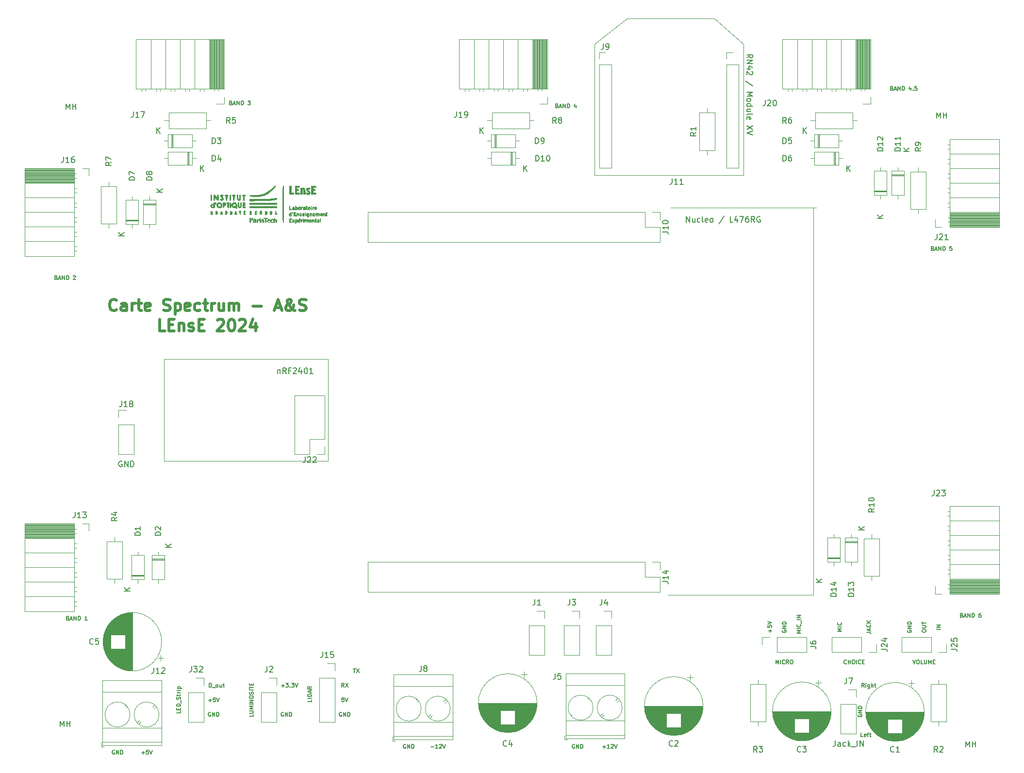
<source format=gbr>
%TF.GenerationSoftware,KiCad,Pcbnew,(5.1.6)-1*%
%TF.CreationDate,2024-02-15T07:43:07+01:00*%
%TF.ProjectId,AS_Spectrum_main,41535f53-7065-4637-9472-756d5f6d6169,rev?*%
%TF.SameCoordinates,Original*%
%TF.FileFunction,Legend,Top*%
%TF.FilePolarity,Positive*%
%FSLAX46Y46*%
G04 Gerber Fmt 4.6, Leading zero omitted, Abs format (unit mm)*
G04 Created by KiCad (PCBNEW (5.1.6)-1) date 2024-02-15 07:43:07*
%MOMM*%
%LPD*%
G01*
G04 APERTURE LIST*
%ADD10C,0.150000*%
%ADD11C,0.120000*%
%ADD12C,0.500000*%
%ADD13C,0.010000*%
G04 APERTURE END LIST*
D10*
X177975428Y-84780380D02*
X177975428Y-83780380D01*
X178546857Y-84780380D01*
X178546857Y-83780380D01*
X179451619Y-84113714D02*
X179451619Y-84780380D01*
X179023047Y-84113714D02*
X179023047Y-84637523D01*
X179070666Y-84732761D01*
X179165904Y-84780380D01*
X179308761Y-84780380D01*
X179404000Y-84732761D01*
X179451619Y-84685142D01*
X180356380Y-84732761D02*
X180261142Y-84780380D01*
X180070666Y-84780380D01*
X179975428Y-84732761D01*
X179927809Y-84685142D01*
X179880190Y-84589904D01*
X179880190Y-84304190D01*
X179927809Y-84208952D01*
X179975428Y-84161333D01*
X180070666Y-84113714D01*
X180261142Y-84113714D01*
X180356380Y-84161333D01*
X180927809Y-84780380D02*
X180832571Y-84732761D01*
X180784952Y-84637523D01*
X180784952Y-83780380D01*
X181689714Y-84732761D02*
X181594476Y-84780380D01*
X181404000Y-84780380D01*
X181308761Y-84732761D01*
X181261142Y-84637523D01*
X181261142Y-84256571D01*
X181308761Y-84161333D01*
X181404000Y-84113714D01*
X181594476Y-84113714D01*
X181689714Y-84161333D01*
X181737333Y-84256571D01*
X181737333Y-84351809D01*
X181261142Y-84447047D01*
X182308761Y-84780380D02*
X182213523Y-84732761D01*
X182165904Y-84685142D01*
X182118285Y-84589904D01*
X182118285Y-84304190D01*
X182165904Y-84208952D01*
X182213523Y-84161333D01*
X182308761Y-84113714D01*
X182451619Y-84113714D01*
X182546857Y-84161333D01*
X182594476Y-84208952D01*
X182642095Y-84304190D01*
X182642095Y-84589904D01*
X182594476Y-84685142D01*
X182546857Y-84732761D01*
X182451619Y-84780380D01*
X182308761Y-84780380D01*
X184546857Y-83732761D02*
X183689714Y-85018476D01*
X186118285Y-84780380D02*
X185642095Y-84780380D01*
X185642095Y-83780380D01*
X186880190Y-84113714D02*
X186880190Y-84780380D01*
X186642095Y-83732761D02*
X186404000Y-84447047D01*
X187023047Y-84447047D01*
X187308761Y-83780380D02*
X187975428Y-83780380D01*
X187546857Y-84780380D01*
X188784952Y-83780380D02*
X188594476Y-83780380D01*
X188499238Y-83828000D01*
X188451619Y-83875619D01*
X188356380Y-84018476D01*
X188308761Y-84208952D01*
X188308761Y-84589904D01*
X188356380Y-84685142D01*
X188404000Y-84732761D01*
X188499238Y-84780380D01*
X188689714Y-84780380D01*
X188784952Y-84732761D01*
X188832571Y-84685142D01*
X188880190Y-84589904D01*
X188880190Y-84351809D01*
X188832571Y-84256571D01*
X188784952Y-84208952D01*
X188689714Y-84161333D01*
X188499238Y-84161333D01*
X188404000Y-84208952D01*
X188356380Y-84256571D01*
X188308761Y-84351809D01*
X189880190Y-84780380D02*
X189546857Y-84304190D01*
X189308761Y-84780380D02*
X189308761Y-83780380D01*
X189689714Y-83780380D01*
X189784952Y-83828000D01*
X189832571Y-83875619D01*
X189880190Y-83970857D01*
X189880190Y-84113714D01*
X189832571Y-84208952D01*
X189784952Y-84256571D01*
X189689714Y-84304190D01*
X189308761Y-84304190D01*
X190832571Y-83828000D02*
X190737333Y-83780380D01*
X190594476Y-83780380D01*
X190451619Y-83828000D01*
X190356380Y-83923238D01*
X190308761Y-84018476D01*
X190261142Y-84208952D01*
X190261142Y-84351809D01*
X190308761Y-84542285D01*
X190356380Y-84637523D01*
X190451619Y-84732761D01*
X190594476Y-84780380D01*
X190689714Y-84780380D01*
X190832571Y-84732761D01*
X190880190Y-84685142D01*
X190880190Y-84351809D01*
X190689714Y-84351809D01*
D11*
X200152000Y-149860000D02*
X200152000Y-82296000D01*
D10*
X222312666Y-155814666D02*
X221612666Y-155814666D01*
X222312666Y-155481333D02*
X221612666Y-155481333D01*
X222312666Y-155081333D01*
X221612666Y-155081333D01*
X219072666Y-156148000D02*
X219072666Y-156014666D01*
X219106000Y-155948000D01*
X219172666Y-155881333D01*
X219306000Y-155848000D01*
X219539333Y-155848000D01*
X219672666Y-155881333D01*
X219739333Y-155948000D01*
X219772666Y-156014666D01*
X219772666Y-156148000D01*
X219739333Y-156214666D01*
X219672666Y-156281333D01*
X219539333Y-156314666D01*
X219306000Y-156314666D01*
X219172666Y-156281333D01*
X219106000Y-156214666D01*
X219072666Y-156148000D01*
X219072666Y-155548000D02*
X219639333Y-155548000D01*
X219706000Y-155514666D01*
X219739333Y-155481333D01*
X219772666Y-155414666D01*
X219772666Y-155281333D01*
X219739333Y-155214666D01*
X219706000Y-155181333D01*
X219639333Y-155148000D01*
X219072666Y-155148000D01*
X219072666Y-154914666D02*
X219072666Y-154514666D01*
X219772666Y-154714666D02*
X219072666Y-154714666D01*
X216566000Y-155981333D02*
X216532666Y-156048000D01*
X216532666Y-156148000D01*
X216566000Y-156248000D01*
X216632666Y-156314666D01*
X216699333Y-156348000D01*
X216832666Y-156381333D01*
X216932666Y-156381333D01*
X217066000Y-156348000D01*
X217132666Y-156314666D01*
X217199333Y-156248000D01*
X217232666Y-156148000D01*
X217232666Y-156081333D01*
X217199333Y-155981333D01*
X217166000Y-155948000D01*
X216932666Y-155948000D01*
X216932666Y-156081333D01*
X217232666Y-155648000D02*
X216532666Y-155648000D01*
X217232666Y-155248000D01*
X216532666Y-155248000D01*
X217232666Y-154914666D02*
X216532666Y-154914666D01*
X216532666Y-154748000D01*
X216566000Y-154648000D01*
X216632666Y-154581333D01*
X216699333Y-154548000D01*
X216832666Y-154514666D01*
X216932666Y-154514666D01*
X217066000Y-154548000D01*
X217132666Y-154581333D01*
X217199333Y-154648000D01*
X217232666Y-154748000D01*
X217232666Y-154914666D01*
X217489333Y-161160666D02*
X217722666Y-161860666D01*
X217956000Y-161160666D01*
X218322666Y-161160666D02*
X218456000Y-161160666D01*
X218522666Y-161194000D01*
X218589333Y-161260666D01*
X218622666Y-161394000D01*
X218622666Y-161627333D01*
X218589333Y-161760666D01*
X218522666Y-161827333D01*
X218456000Y-161860666D01*
X218322666Y-161860666D01*
X218256000Y-161827333D01*
X218189333Y-161760666D01*
X218156000Y-161627333D01*
X218156000Y-161394000D01*
X218189333Y-161260666D01*
X218256000Y-161194000D01*
X218322666Y-161160666D01*
X219256000Y-161860666D02*
X218922666Y-161860666D01*
X218922666Y-161160666D01*
X219489333Y-161160666D02*
X219489333Y-161727333D01*
X219522666Y-161794000D01*
X219556000Y-161827333D01*
X219622666Y-161860666D01*
X219756000Y-161860666D01*
X219822666Y-161827333D01*
X219856000Y-161794000D01*
X219889333Y-161727333D01*
X219889333Y-161160666D01*
X220222666Y-161860666D02*
X220222666Y-161160666D01*
X220456000Y-161660666D01*
X220689333Y-161160666D01*
X220689333Y-161860666D01*
X221022666Y-161494000D02*
X221256000Y-161494000D01*
X221356000Y-161860666D02*
X221022666Y-161860666D01*
X221022666Y-161160666D01*
X221356000Y-161160666D01*
X209420666Y-156348000D02*
X209920666Y-156348000D01*
X210020666Y-156381333D01*
X210087333Y-156448000D01*
X210120666Y-156548000D01*
X210120666Y-156614666D01*
X209920666Y-156048000D02*
X209920666Y-155714666D01*
X210120666Y-156114666D02*
X209420666Y-155881333D01*
X210120666Y-155648000D01*
X210054000Y-155014666D02*
X210087333Y-155048000D01*
X210120666Y-155148000D01*
X210120666Y-155214666D01*
X210087333Y-155314666D01*
X210020666Y-155381333D01*
X209954000Y-155414666D01*
X209820666Y-155448000D01*
X209720666Y-155448000D01*
X209587333Y-155414666D01*
X209520666Y-155381333D01*
X209454000Y-155314666D01*
X209420666Y-155214666D01*
X209420666Y-155148000D01*
X209454000Y-155048000D01*
X209487333Y-155014666D01*
X210120666Y-154714666D02*
X209420666Y-154714666D01*
X210120666Y-154314666D02*
X209720666Y-154614666D01*
X209420666Y-154314666D02*
X209820666Y-154714666D01*
X205040666Y-156198000D02*
X204340666Y-156198000D01*
X204840666Y-155964666D01*
X204340666Y-155731333D01*
X205040666Y-155731333D01*
X205040666Y-155398000D02*
X204340666Y-155398000D01*
X204974000Y-154664666D02*
X205007333Y-154698000D01*
X205040666Y-154798000D01*
X205040666Y-154864666D01*
X205007333Y-154964666D01*
X204940666Y-155031333D01*
X204874000Y-155064666D01*
X204740666Y-155098000D01*
X204640666Y-155098000D01*
X204507333Y-155064666D01*
X204440666Y-155031333D01*
X204374000Y-154964666D01*
X204340666Y-154864666D01*
X204340666Y-154798000D01*
X204374000Y-154698000D01*
X204407333Y-154664666D01*
X205914000Y-161794000D02*
X205880666Y-161827333D01*
X205780666Y-161860666D01*
X205714000Y-161860666D01*
X205614000Y-161827333D01*
X205547333Y-161760666D01*
X205514000Y-161694000D01*
X205480666Y-161560666D01*
X205480666Y-161460666D01*
X205514000Y-161327333D01*
X205547333Y-161260666D01*
X205614000Y-161194000D01*
X205714000Y-161160666D01*
X205780666Y-161160666D01*
X205880666Y-161194000D01*
X205914000Y-161227333D01*
X206214000Y-161860666D02*
X206214000Y-161160666D01*
X206214000Y-161494000D02*
X206614000Y-161494000D01*
X206614000Y-161860666D02*
X206614000Y-161160666D01*
X207080666Y-161160666D02*
X207214000Y-161160666D01*
X207280666Y-161194000D01*
X207347333Y-161260666D01*
X207380666Y-161394000D01*
X207380666Y-161627333D01*
X207347333Y-161760666D01*
X207280666Y-161827333D01*
X207214000Y-161860666D01*
X207080666Y-161860666D01*
X207014000Y-161827333D01*
X206947333Y-161760666D01*
X206914000Y-161627333D01*
X206914000Y-161394000D01*
X206947333Y-161260666D01*
X207014000Y-161194000D01*
X207080666Y-161160666D01*
X207680666Y-161860666D02*
X207680666Y-161160666D01*
X208414000Y-161794000D02*
X208380666Y-161827333D01*
X208280666Y-161860666D01*
X208214000Y-161860666D01*
X208114000Y-161827333D01*
X208047333Y-161760666D01*
X208014000Y-161694000D01*
X207980666Y-161560666D01*
X207980666Y-161460666D01*
X208014000Y-161327333D01*
X208047333Y-161260666D01*
X208114000Y-161194000D01*
X208214000Y-161160666D01*
X208280666Y-161160666D01*
X208380666Y-161194000D01*
X208414000Y-161227333D01*
X208714000Y-161494000D02*
X208947333Y-161494000D01*
X209047333Y-161860666D02*
X208714000Y-161860666D01*
X208714000Y-161160666D01*
X209047333Y-161160666D01*
X192582000Y-156348000D02*
X192582000Y-155814666D01*
X192848666Y-156081333D02*
X192315333Y-156081333D01*
X192148666Y-155148000D02*
X192148666Y-155481333D01*
X192482000Y-155514666D01*
X192448666Y-155481333D01*
X192415333Y-155414666D01*
X192415333Y-155248000D01*
X192448666Y-155181333D01*
X192482000Y-155148000D01*
X192548666Y-155114666D01*
X192715333Y-155114666D01*
X192782000Y-155148000D01*
X192815333Y-155181333D01*
X192848666Y-155248000D01*
X192848666Y-155414666D01*
X192815333Y-155481333D01*
X192782000Y-155514666D01*
X192148666Y-154914666D02*
X192848666Y-154681333D01*
X192148666Y-154448000D01*
X197928666Y-156490000D02*
X197228666Y-156490000D01*
X197728666Y-156256666D01*
X197228666Y-156023333D01*
X197928666Y-156023333D01*
X197928666Y-155690000D02*
X197228666Y-155690000D01*
X197862000Y-154956666D02*
X197895333Y-154990000D01*
X197928666Y-155090000D01*
X197928666Y-155156666D01*
X197895333Y-155256666D01*
X197828666Y-155323333D01*
X197762000Y-155356666D01*
X197628666Y-155390000D01*
X197528666Y-155390000D01*
X197395333Y-155356666D01*
X197328666Y-155323333D01*
X197262000Y-155256666D01*
X197228666Y-155156666D01*
X197228666Y-155090000D01*
X197262000Y-154990000D01*
X197295333Y-154956666D01*
X197995333Y-154823333D02*
X197995333Y-154290000D01*
X197928666Y-154123333D02*
X197228666Y-154123333D01*
X197928666Y-153790000D02*
X197228666Y-153790000D01*
X197928666Y-153390000D01*
X197228666Y-153390000D01*
X194722000Y-155981333D02*
X194688666Y-156048000D01*
X194688666Y-156148000D01*
X194722000Y-156248000D01*
X194788666Y-156314666D01*
X194855333Y-156348000D01*
X194988666Y-156381333D01*
X195088666Y-156381333D01*
X195222000Y-156348000D01*
X195288666Y-156314666D01*
X195355333Y-156248000D01*
X195388666Y-156148000D01*
X195388666Y-156081333D01*
X195355333Y-155981333D01*
X195322000Y-155948000D01*
X195088666Y-155948000D01*
X195088666Y-156081333D01*
X195388666Y-155648000D02*
X194688666Y-155648000D01*
X195388666Y-155248000D01*
X194688666Y-155248000D01*
X195388666Y-154914666D02*
X194688666Y-154914666D01*
X194688666Y-154748000D01*
X194722000Y-154648000D01*
X194788666Y-154581333D01*
X194855333Y-154548000D01*
X194988666Y-154514666D01*
X195088666Y-154514666D01*
X195222000Y-154548000D01*
X195288666Y-154581333D01*
X195355333Y-154648000D01*
X195388666Y-154748000D01*
X195388666Y-154914666D01*
X193605333Y-161860666D02*
X193605333Y-161160666D01*
X193838666Y-161660666D01*
X194072000Y-161160666D01*
X194072000Y-161860666D01*
X194405333Y-161860666D02*
X194405333Y-161160666D01*
X195138666Y-161794000D02*
X195105333Y-161827333D01*
X195005333Y-161860666D01*
X194938666Y-161860666D01*
X194838666Y-161827333D01*
X194772000Y-161760666D01*
X194738666Y-161694000D01*
X194705333Y-161560666D01*
X194705333Y-161460666D01*
X194738666Y-161327333D01*
X194772000Y-161260666D01*
X194838666Y-161194000D01*
X194938666Y-161160666D01*
X195005333Y-161160666D01*
X195105333Y-161194000D01*
X195138666Y-161227333D01*
X195838666Y-161860666D02*
X195605333Y-161527333D01*
X195438666Y-161860666D02*
X195438666Y-161160666D01*
X195705333Y-161160666D01*
X195772000Y-161194000D01*
X195805333Y-161227333D01*
X195838666Y-161294000D01*
X195838666Y-161394000D01*
X195805333Y-161460666D01*
X195772000Y-161494000D01*
X195705333Y-161527333D01*
X195438666Y-161527333D01*
X196272000Y-161160666D02*
X196405333Y-161160666D01*
X196472000Y-161194000D01*
X196538666Y-161260666D01*
X196572000Y-161394000D01*
X196572000Y-161627333D01*
X196538666Y-161760666D01*
X196472000Y-161827333D01*
X196405333Y-161860666D01*
X196272000Y-161860666D01*
X196205333Y-161827333D01*
X196138666Y-161760666D01*
X196105333Y-161627333D01*
X196105333Y-161394000D01*
X196138666Y-161260666D01*
X196205333Y-161194000D01*
X196272000Y-161160666D01*
X226017333Y-153366000D02*
X226117333Y-153399333D01*
X226150666Y-153432666D01*
X226184000Y-153499333D01*
X226184000Y-153599333D01*
X226150666Y-153666000D01*
X226117333Y-153699333D01*
X226050666Y-153732666D01*
X225784000Y-153732666D01*
X225784000Y-153032666D01*
X226017333Y-153032666D01*
X226084000Y-153066000D01*
X226117333Y-153099333D01*
X226150666Y-153166000D01*
X226150666Y-153232666D01*
X226117333Y-153299333D01*
X226084000Y-153332666D01*
X226017333Y-153366000D01*
X225784000Y-153366000D01*
X226450666Y-153532666D02*
X226784000Y-153532666D01*
X226384000Y-153732666D02*
X226617333Y-153032666D01*
X226850666Y-153732666D01*
X227084000Y-153732666D02*
X227084000Y-153032666D01*
X227484000Y-153732666D01*
X227484000Y-153032666D01*
X227817333Y-153732666D02*
X227817333Y-153032666D01*
X227984000Y-153032666D01*
X228084000Y-153066000D01*
X228150666Y-153132666D01*
X228184000Y-153199333D01*
X228217333Y-153332666D01*
X228217333Y-153432666D01*
X228184000Y-153566000D01*
X228150666Y-153632666D01*
X228084000Y-153699333D01*
X227984000Y-153732666D01*
X227817333Y-153732666D01*
X229350666Y-153032666D02*
X229217333Y-153032666D01*
X229150666Y-153066000D01*
X229117333Y-153099333D01*
X229050666Y-153199333D01*
X229017333Y-153332666D01*
X229017333Y-153599333D01*
X229050666Y-153666000D01*
X229084000Y-153699333D01*
X229150666Y-153732666D01*
X229284000Y-153732666D01*
X229350666Y-153699333D01*
X229384000Y-153666000D01*
X229417333Y-153599333D01*
X229417333Y-153432666D01*
X229384000Y-153366000D01*
X229350666Y-153332666D01*
X229284000Y-153299333D01*
X229150666Y-153299333D01*
X229084000Y-153332666D01*
X229050666Y-153366000D01*
X229017333Y-153432666D01*
X220937333Y-89358000D02*
X221037333Y-89391333D01*
X221070666Y-89424666D01*
X221104000Y-89491333D01*
X221104000Y-89591333D01*
X221070666Y-89658000D01*
X221037333Y-89691333D01*
X220970666Y-89724666D01*
X220704000Y-89724666D01*
X220704000Y-89024666D01*
X220937333Y-89024666D01*
X221004000Y-89058000D01*
X221037333Y-89091333D01*
X221070666Y-89158000D01*
X221070666Y-89224666D01*
X221037333Y-89291333D01*
X221004000Y-89324666D01*
X220937333Y-89358000D01*
X220704000Y-89358000D01*
X221370666Y-89524666D02*
X221704000Y-89524666D01*
X221304000Y-89724666D02*
X221537333Y-89024666D01*
X221770666Y-89724666D01*
X222004000Y-89724666D02*
X222004000Y-89024666D01*
X222404000Y-89724666D01*
X222404000Y-89024666D01*
X222737333Y-89724666D02*
X222737333Y-89024666D01*
X222904000Y-89024666D01*
X223004000Y-89058000D01*
X223070666Y-89124666D01*
X223104000Y-89191333D01*
X223137333Y-89324666D01*
X223137333Y-89424666D01*
X223104000Y-89558000D01*
X223070666Y-89624666D01*
X223004000Y-89691333D01*
X222904000Y-89724666D01*
X222737333Y-89724666D01*
X224304000Y-89024666D02*
X223970666Y-89024666D01*
X223937333Y-89358000D01*
X223970666Y-89324666D01*
X224037333Y-89291333D01*
X224204000Y-89291333D01*
X224270666Y-89324666D01*
X224304000Y-89358000D01*
X224337333Y-89424666D01*
X224337333Y-89591333D01*
X224304000Y-89658000D01*
X224270666Y-89691333D01*
X224204000Y-89724666D01*
X224037333Y-89724666D01*
X223970666Y-89691333D01*
X223937333Y-89658000D01*
X213833333Y-61418000D02*
X213933333Y-61451333D01*
X213966666Y-61484666D01*
X214000000Y-61551333D01*
X214000000Y-61651333D01*
X213966666Y-61718000D01*
X213933333Y-61751333D01*
X213866666Y-61784666D01*
X213600000Y-61784666D01*
X213600000Y-61084666D01*
X213833333Y-61084666D01*
X213900000Y-61118000D01*
X213933333Y-61151333D01*
X213966666Y-61218000D01*
X213966666Y-61284666D01*
X213933333Y-61351333D01*
X213900000Y-61384666D01*
X213833333Y-61418000D01*
X213600000Y-61418000D01*
X214266666Y-61584666D02*
X214600000Y-61584666D01*
X214200000Y-61784666D02*
X214433333Y-61084666D01*
X214666666Y-61784666D01*
X214900000Y-61784666D02*
X214900000Y-61084666D01*
X215300000Y-61784666D01*
X215300000Y-61084666D01*
X215633333Y-61784666D02*
X215633333Y-61084666D01*
X215800000Y-61084666D01*
X215900000Y-61118000D01*
X215966666Y-61184666D01*
X216000000Y-61251333D01*
X216033333Y-61384666D01*
X216033333Y-61484666D01*
X216000000Y-61618000D01*
X215966666Y-61684666D01*
X215900000Y-61751333D01*
X215800000Y-61784666D01*
X215633333Y-61784666D01*
X217166666Y-61318000D02*
X217166666Y-61784666D01*
X217000000Y-61051333D02*
X216833333Y-61551333D01*
X217266666Y-61551333D01*
X217533333Y-61718000D02*
X217566666Y-61751333D01*
X217533333Y-61784666D01*
X217500000Y-61751333D01*
X217533333Y-61718000D01*
X217533333Y-61784666D01*
X218200000Y-61084666D02*
X217866666Y-61084666D01*
X217833333Y-61418000D01*
X217866666Y-61384666D01*
X217933333Y-61351333D01*
X218100000Y-61351333D01*
X218166666Y-61384666D01*
X218200000Y-61418000D01*
X218233333Y-61484666D01*
X218233333Y-61651333D01*
X218200000Y-61718000D01*
X218166666Y-61751333D01*
X218100000Y-61784666D01*
X217933333Y-61784666D01*
X217866666Y-61751333D01*
X217833333Y-61718000D01*
X155405333Y-64466000D02*
X155505333Y-64499333D01*
X155538666Y-64532666D01*
X155572000Y-64599333D01*
X155572000Y-64699333D01*
X155538666Y-64766000D01*
X155505333Y-64799333D01*
X155438666Y-64832666D01*
X155172000Y-64832666D01*
X155172000Y-64132666D01*
X155405333Y-64132666D01*
X155472000Y-64166000D01*
X155505333Y-64199333D01*
X155538666Y-64266000D01*
X155538666Y-64332666D01*
X155505333Y-64399333D01*
X155472000Y-64432666D01*
X155405333Y-64466000D01*
X155172000Y-64466000D01*
X155838666Y-64632666D02*
X156172000Y-64632666D01*
X155772000Y-64832666D02*
X156005333Y-64132666D01*
X156238666Y-64832666D01*
X156472000Y-64832666D02*
X156472000Y-64132666D01*
X156872000Y-64832666D01*
X156872000Y-64132666D01*
X157205333Y-64832666D02*
X157205333Y-64132666D01*
X157372000Y-64132666D01*
X157472000Y-64166000D01*
X157538666Y-64232666D01*
X157572000Y-64299333D01*
X157605333Y-64432666D01*
X157605333Y-64532666D01*
X157572000Y-64666000D01*
X157538666Y-64732666D01*
X157472000Y-64799333D01*
X157372000Y-64832666D01*
X157205333Y-64832666D01*
X158738666Y-64366000D02*
X158738666Y-64832666D01*
X158572000Y-64099333D02*
X158405333Y-64599333D01*
X158838666Y-64599333D01*
X98509333Y-63958000D02*
X98609333Y-63991333D01*
X98642666Y-64024666D01*
X98676000Y-64091333D01*
X98676000Y-64191333D01*
X98642666Y-64258000D01*
X98609333Y-64291333D01*
X98542666Y-64324666D01*
X98276000Y-64324666D01*
X98276000Y-63624666D01*
X98509333Y-63624666D01*
X98576000Y-63658000D01*
X98609333Y-63691333D01*
X98642666Y-63758000D01*
X98642666Y-63824666D01*
X98609333Y-63891333D01*
X98576000Y-63924666D01*
X98509333Y-63958000D01*
X98276000Y-63958000D01*
X98942666Y-64124666D02*
X99276000Y-64124666D01*
X98876000Y-64324666D02*
X99109333Y-63624666D01*
X99342666Y-64324666D01*
X99576000Y-64324666D02*
X99576000Y-63624666D01*
X99976000Y-64324666D01*
X99976000Y-63624666D01*
X100309333Y-64324666D02*
X100309333Y-63624666D01*
X100476000Y-63624666D01*
X100576000Y-63658000D01*
X100642666Y-63724666D01*
X100676000Y-63791333D01*
X100709333Y-63924666D01*
X100709333Y-64024666D01*
X100676000Y-64158000D01*
X100642666Y-64224666D01*
X100576000Y-64291333D01*
X100476000Y-64324666D01*
X100309333Y-64324666D01*
X101476000Y-63624666D02*
X101909333Y-63624666D01*
X101676000Y-63891333D01*
X101776000Y-63891333D01*
X101842666Y-63924666D01*
X101876000Y-63958000D01*
X101909333Y-64024666D01*
X101909333Y-64191333D01*
X101876000Y-64258000D01*
X101842666Y-64291333D01*
X101776000Y-64324666D01*
X101576000Y-64324666D01*
X101509333Y-64291333D01*
X101476000Y-64258000D01*
X68029333Y-94438000D02*
X68129333Y-94471333D01*
X68162666Y-94504666D01*
X68196000Y-94571333D01*
X68196000Y-94671333D01*
X68162666Y-94738000D01*
X68129333Y-94771333D01*
X68062666Y-94804666D01*
X67796000Y-94804666D01*
X67796000Y-94104666D01*
X68029333Y-94104666D01*
X68096000Y-94138000D01*
X68129333Y-94171333D01*
X68162666Y-94238000D01*
X68162666Y-94304666D01*
X68129333Y-94371333D01*
X68096000Y-94404666D01*
X68029333Y-94438000D01*
X67796000Y-94438000D01*
X68462666Y-94604666D02*
X68796000Y-94604666D01*
X68396000Y-94804666D02*
X68629333Y-94104666D01*
X68862666Y-94804666D01*
X69096000Y-94804666D02*
X69096000Y-94104666D01*
X69496000Y-94804666D01*
X69496000Y-94104666D01*
X69829333Y-94804666D02*
X69829333Y-94104666D01*
X69996000Y-94104666D01*
X70096000Y-94138000D01*
X70162666Y-94204666D01*
X70196000Y-94271333D01*
X70229333Y-94404666D01*
X70229333Y-94504666D01*
X70196000Y-94638000D01*
X70162666Y-94704666D01*
X70096000Y-94771333D01*
X69996000Y-94804666D01*
X69829333Y-94804666D01*
X71029333Y-94171333D02*
X71062666Y-94138000D01*
X71129333Y-94104666D01*
X71296000Y-94104666D01*
X71362666Y-94138000D01*
X71396000Y-94171333D01*
X71429333Y-94238000D01*
X71429333Y-94304666D01*
X71396000Y-94404666D01*
X70996000Y-94804666D01*
X71429333Y-94804666D01*
X70061333Y-153874000D02*
X70161333Y-153907333D01*
X70194666Y-153940666D01*
X70228000Y-154007333D01*
X70228000Y-154107333D01*
X70194666Y-154174000D01*
X70161333Y-154207333D01*
X70094666Y-154240666D01*
X69828000Y-154240666D01*
X69828000Y-153540666D01*
X70061333Y-153540666D01*
X70128000Y-153574000D01*
X70161333Y-153607333D01*
X70194666Y-153674000D01*
X70194666Y-153740666D01*
X70161333Y-153807333D01*
X70128000Y-153840666D01*
X70061333Y-153874000D01*
X69828000Y-153874000D01*
X70494666Y-154040666D02*
X70828000Y-154040666D01*
X70428000Y-154240666D02*
X70661333Y-153540666D01*
X70894666Y-154240666D01*
X71128000Y-154240666D02*
X71128000Y-153540666D01*
X71528000Y-154240666D01*
X71528000Y-153540666D01*
X71861333Y-154240666D02*
X71861333Y-153540666D01*
X72028000Y-153540666D01*
X72128000Y-153574000D01*
X72194666Y-153640666D01*
X72228000Y-153707333D01*
X72261333Y-153840666D01*
X72261333Y-153940666D01*
X72228000Y-154074000D01*
X72194666Y-154140666D01*
X72128000Y-154207333D01*
X72028000Y-154240666D01*
X71861333Y-154240666D01*
X73461333Y-154240666D02*
X73061333Y-154240666D01*
X73261333Y-154240666D02*
X73261333Y-153540666D01*
X73194666Y-153640666D01*
X73128000Y-153707333D01*
X73061333Y-153740666D01*
X119862666Y-162684666D02*
X120262666Y-162684666D01*
X120062666Y-163384666D02*
X120062666Y-162684666D01*
X120429333Y-162684666D02*
X120896000Y-163384666D01*
X120896000Y-162684666D02*
X120429333Y-163384666D01*
X118247333Y-165924666D02*
X118014000Y-165591333D01*
X117847333Y-165924666D02*
X117847333Y-165224666D01*
X118114000Y-165224666D01*
X118180666Y-165258000D01*
X118214000Y-165291333D01*
X118247333Y-165358000D01*
X118247333Y-165458000D01*
X118214000Y-165524666D01*
X118180666Y-165558000D01*
X118114000Y-165591333D01*
X117847333Y-165591333D01*
X118480666Y-165224666D02*
X118947333Y-165924666D01*
X118947333Y-165224666D02*
X118480666Y-165924666D01*
X118230666Y-167764666D02*
X117897333Y-167764666D01*
X117864000Y-168098000D01*
X117897333Y-168064666D01*
X117964000Y-168031333D01*
X118130666Y-168031333D01*
X118197333Y-168064666D01*
X118230666Y-168098000D01*
X118264000Y-168164666D01*
X118264000Y-168331333D01*
X118230666Y-168398000D01*
X118197333Y-168431333D01*
X118130666Y-168464666D01*
X117964000Y-168464666D01*
X117897333Y-168431333D01*
X117864000Y-168398000D01*
X118464000Y-167764666D02*
X118697333Y-168464666D01*
X118930666Y-167764666D01*
X117830666Y-170338000D02*
X117764000Y-170304666D01*
X117664000Y-170304666D01*
X117564000Y-170338000D01*
X117497333Y-170404666D01*
X117464000Y-170471333D01*
X117430666Y-170604666D01*
X117430666Y-170704666D01*
X117464000Y-170838000D01*
X117497333Y-170904666D01*
X117564000Y-170971333D01*
X117664000Y-171004666D01*
X117730666Y-171004666D01*
X117830666Y-170971333D01*
X117864000Y-170938000D01*
X117864000Y-170704666D01*
X117730666Y-170704666D01*
X118164000Y-171004666D02*
X118164000Y-170304666D01*
X118564000Y-171004666D01*
X118564000Y-170304666D01*
X118897333Y-171004666D02*
X118897333Y-170304666D01*
X119064000Y-170304666D01*
X119164000Y-170338000D01*
X119230666Y-170404666D01*
X119264000Y-170471333D01*
X119297333Y-170604666D01*
X119297333Y-170704666D01*
X119264000Y-170838000D01*
X119230666Y-170904666D01*
X119164000Y-170971333D01*
X119064000Y-171004666D01*
X118897333Y-171004666D01*
X112584666Y-168082000D02*
X112584666Y-168415333D01*
X111884666Y-168415333D01*
X112584666Y-167848666D02*
X111884666Y-167848666D01*
X112584666Y-167515333D02*
X111884666Y-167515333D01*
X111884666Y-167348666D01*
X111918000Y-167248666D01*
X111984666Y-167182000D01*
X112051333Y-167148666D01*
X112184666Y-167115333D01*
X112284666Y-167115333D01*
X112418000Y-167148666D01*
X112484666Y-167182000D01*
X112551333Y-167248666D01*
X112584666Y-167348666D01*
X112584666Y-167515333D01*
X112384666Y-166848666D02*
X112384666Y-166515333D01*
X112584666Y-166915333D02*
X111884666Y-166682000D01*
X112584666Y-166448666D01*
X112584666Y-165815333D02*
X112251333Y-166048666D01*
X112584666Y-166215333D02*
X111884666Y-166215333D01*
X111884666Y-165948666D01*
X111918000Y-165882000D01*
X111951333Y-165848666D01*
X112018000Y-165815333D01*
X112118000Y-165815333D01*
X112184666Y-165848666D01*
X112218000Y-165882000D01*
X112251333Y-165948666D01*
X112251333Y-166215333D01*
X107312000Y-165658000D02*
X107845333Y-165658000D01*
X107578666Y-165924666D02*
X107578666Y-165391333D01*
X108112000Y-165224666D02*
X108545333Y-165224666D01*
X108312000Y-165491333D01*
X108412000Y-165491333D01*
X108478666Y-165524666D01*
X108512000Y-165558000D01*
X108545333Y-165624666D01*
X108545333Y-165791333D01*
X108512000Y-165858000D01*
X108478666Y-165891333D01*
X108412000Y-165924666D01*
X108212000Y-165924666D01*
X108145333Y-165891333D01*
X108112000Y-165858000D01*
X108845333Y-165858000D02*
X108878666Y-165891333D01*
X108845333Y-165924666D01*
X108812000Y-165891333D01*
X108845333Y-165858000D01*
X108845333Y-165924666D01*
X109112000Y-165224666D02*
X109545333Y-165224666D01*
X109312000Y-165491333D01*
X109412000Y-165491333D01*
X109478666Y-165524666D01*
X109512000Y-165558000D01*
X109545333Y-165624666D01*
X109545333Y-165791333D01*
X109512000Y-165858000D01*
X109478666Y-165891333D01*
X109412000Y-165924666D01*
X109212000Y-165924666D01*
X109145333Y-165891333D01*
X109112000Y-165858000D01*
X109745333Y-165224666D02*
X109978666Y-165924666D01*
X110212000Y-165224666D01*
X94728666Y-165924666D02*
X94728666Y-165224666D01*
X94895333Y-165224666D01*
X94995333Y-165258000D01*
X95062000Y-165324666D01*
X95095333Y-165391333D01*
X95128666Y-165524666D01*
X95128666Y-165624666D01*
X95095333Y-165758000D01*
X95062000Y-165824666D01*
X94995333Y-165891333D01*
X94895333Y-165924666D01*
X94728666Y-165924666D01*
X95262000Y-165991333D02*
X95795333Y-165991333D01*
X96062000Y-165924666D02*
X95995333Y-165891333D01*
X95962000Y-165858000D01*
X95928666Y-165791333D01*
X95928666Y-165591333D01*
X95962000Y-165524666D01*
X95995333Y-165491333D01*
X96062000Y-165458000D01*
X96162000Y-165458000D01*
X96228666Y-165491333D01*
X96262000Y-165524666D01*
X96295333Y-165591333D01*
X96295333Y-165791333D01*
X96262000Y-165858000D01*
X96228666Y-165891333D01*
X96162000Y-165924666D01*
X96062000Y-165924666D01*
X96895333Y-165458000D02*
X96895333Y-165924666D01*
X96595333Y-165458000D02*
X96595333Y-165824666D01*
X96628666Y-165891333D01*
X96695333Y-165924666D01*
X96795333Y-165924666D01*
X96862000Y-165891333D01*
X96895333Y-165858000D01*
X97128666Y-165458000D02*
X97395333Y-165458000D01*
X97228666Y-165224666D02*
X97228666Y-165824666D01*
X97262000Y-165891333D01*
X97328666Y-165924666D01*
X97395333Y-165924666D01*
X94604000Y-168198000D02*
X95137333Y-168198000D01*
X94870666Y-168464666D02*
X94870666Y-167931333D01*
X95804000Y-167764666D02*
X95470666Y-167764666D01*
X95437333Y-168098000D01*
X95470666Y-168064666D01*
X95537333Y-168031333D01*
X95704000Y-168031333D01*
X95770666Y-168064666D01*
X95804000Y-168098000D01*
X95837333Y-168164666D01*
X95837333Y-168331333D01*
X95804000Y-168398000D01*
X95770666Y-168431333D01*
X95704000Y-168464666D01*
X95537333Y-168464666D01*
X95470666Y-168431333D01*
X95437333Y-168398000D01*
X96037333Y-167764666D02*
X96270666Y-168464666D01*
X96504000Y-167764666D01*
X94970666Y-170338000D02*
X94904000Y-170304666D01*
X94804000Y-170304666D01*
X94704000Y-170338000D01*
X94637333Y-170404666D01*
X94604000Y-170471333D01*
X94570666Y-170604666D01*
X94570666Y-170704666D01*
X94604000Y-170838000D01*
X94637333Y-170904666D01*
X94704000Y-170971333D01*
X94804000Y-171004666D01*
X94870666Y-171004666D01*
X94970666Y-170971333D01*
X95004000Y-170938000D01*
X95004000Y-170704666D01*
X94870666Y-170704666D01*
X95304000Y-171004666D02*
X95304000Y-170304666D01*
X95704000Y-171004666D01*
X95704000Y-170304666D01*
X96037333Y-171004666D02*
X96037333Y-170304666D01*
X96204000Y-170304666D01*
X96304000Y-170338000D01*
X96370666Y-170404666D01*
X96404000Y-170471333D01*
X96437333Y-170604666D01*
X96437333Y-170704666D01*
X96404000Y-170838000D01*
X96370666Y-170904666D01*
X96304000Y-170971333D01*
X96204000Y-171004666D01*
X96037333Y-171004666D01*
X107670666Y-170338000D02*
X107604000Y-170304666D01*
X107504000Y-170304666D01*
X107404000Y-170338000D01*
X107337333Y-170404666D01*
X107304000Y-170471333D01*
X107270666Y-170604666D01*
X107270666Y-170704666D01*
X107304000Y-170838000D01*
X107337333Y-170904666D01*
X107404000Y-170971333D01*
X107504000Y-171004666D01*
X107570666Y-171004666D01*
X107670666Y-170971333D01*
X107704000Y-170938000D01*
X107704000Y-170704666D01*
X107570666Y-170704666D01*
X108004000Y-171004666D02*
X108004000Y-170304666D01*
X108404000Y-171004666D01*
X108404000Y-170304666D01*
X108737333Y-171004666D02*
X108737333Y-170304666D01*
X108904000Y-170304666D01*
X109004000Y-170338000D01*
X109070666Y-170404666D01*
X109104000Y-170471333D01*
X109137333Y-170604666D01*
X109137333Y-170704666D01*
X109104000Y-170838000D01*
X109070666Y-170904666D01*
X109004000Y-170971333D01*
X108904000Y-171004666D01*
X108737333Y-171004666D01*
X102424666Y-170681333D02*
X102424666Y-171014666D01*
X101724666Y-171014666D01*
X101724666Y-170448000D02*
X102291333Y-170448000D01*
X102358000Y-170414666D01*
X102391333Y-170381333D01*
X102424666Y-170314666D01*
X102424666Y-170181333D01*
X102391333Y-170114666D01*
X102358000Y-170081333D01*
X102291333Y-170048000D01*
X101724666Y-170048000D01*
X102424666Y-169714666D02*
X101724666Y-169714666D01*
X102224666Y-169481333D01*
X101724666Y-169248000D01*
X102424666Y-169248000D01*
X102424666Y-168914666D02*
X101724666Y-168914666D01*
X102424666Y-168581333D02*
X101724666Y-168581333D01*
X102424666Y-168181333D01*
X101724666Y-168181333D01*
X101724666Y-167714666D02*
X101724666Y-167581333D01*
X101758000Y-167514666D01*
X101824666Y-167448000D01*
X101958000Y-167414666D01*
X102191333Y-167414666D01*
X102324666Y-167448000D01*
X102391333Y-167514666D01*
X102424666Y-167581333D01*
X102424666Y-167714666D01*
X102391333Y-167781333D01*
X102324666Y-167848000D01*
X102191333Y-167881333D01*
X101958000Y-167881333D01*
X101824666Y-167848000D01*
X101758000Y-167781333D01*
X101724666Y-167714666D01*
X102391333Y-167148000D02*
X102424666Y-167048000D01*
X102424666Y-166881333D01*
X102391333Y-166814666D01*
X102358000Y-166781333D01*
X102291333Y-166748000D01*
X102224666Y-166748000D01*
X102158000Y-166781333D01*
X102124666Y-166814666D01*
X102091333Y-166881333D01*
X102058000Y-167014666D01*
X102024666Y-167081333D01*
X101991333Y-167114666D01*
X101924666Y-167148000D01*
X101858000Y-167148000D01*
X101791333Y-167114666D01*
X101758000Y-167081333D01*
X101724666Y-167014666D01*
X101724666Y-166848000D01*
X101758000Y-166748000D01*
X102424666Y-166448000D02*
X101724666Y-166448000D01*
X101724666Y-166214666D02*
X101724666Y-165814666D01*
X102424666Y-166014666D02*
X101724666Y-166014666D01*
X102058000Y-165581333D02*
X102058000Y-165348000D01*
X102424666Y-165248000D02*
X102424666Y-165581333D01*
X101724666Y-165581333D01*
X101724666Y-165248000D01*
X89724666Y-170098000D02*
X89724666Y-170431333D01*
X89024666Y-170431333D01*
X89358000Y-169864666D02*
X89358000Y-169631333D01*
X89724666Y-169531333D02*
X89724666Y-169864666D01*
X89024666Y-169864666D01*
X89024666Y-169531333D01*
X89724666Y-169231333D02*
X89024666Y-169231333D01*
X89024666Y-169064666D01*
X89058000Y-168964666D01*
X89124666Y-168898000D01*
X89191333Y-168864666D01*
X89324666Y-168831333D01*
X89424666Y-168831333D01*
X89558000Y-168864666D01*
X89624666Y-168898000D01*
X89691333Y-168964666D01*
X89724666Y-169064666D01*
X89724666Y-169231333D01*
X89791333Y-168698000D02*
X89791333Y-168164666D01*
X89691333Y-168031333D02*
X89724666Y-167931333D01*
X89724666Y-167764666D01*
X89691333Y-167698000D01*
X89658000Y-167664666D01*
X89591333Y-167631333D01*
X89524666Y-167631333D01*
X89458000Y-167664666D01*
X89424666Y-167698000D01*
X89391333Y-167764666D01*
X89358000Y-167898000D01*
X89324666Y-167964666D01*
X89291333Y-167998000D01*
X89224666Y-168031333D01*
X89158000Y-168031333D01*
X89091333Y-167998000D01*
X89058000Y-167964666D01*
X89024666Y-167898000D01*
X89024666Y-167731333D01*
X89058000Y-167631333D01*
X89258000Y-167431333D02*
X89258000Y-167164666D01*
X89024666Y-167331333D02*
X89624666Y-167331333D01*
X89691333Y-167298000D01*
X89724666Y-167231333D01*
X89724666Y-167164666D01*
X89724666Y-166931333D02*
X89258000Y-166931333D01*
X89391333Y-166931333D02*
X89324666Y-166898000D01*
X89291333Y-166864666D01*
X89258000Y-166798000D01*
X89258000Y-166731333D01*
X89724666Y-166498000D02*
X89258000Y-166498000D01*
X89024666Y-166498000D02*
X89058000Y-166531333D01*
X89091333Y-166498000D01*
X89058000Y-166464666D01*
X89024666Y-166498000D01*
X89091333Y-166498000D01*
X89258000Y-166164666D02*
X89958000Y-166164666D01*
X89291333Y-166164666D02*
X89258000Y-166098000D01*
X89258000Y-165964666D01*
X89291333Y-165898000D01*
X89324666Y-165864666D01*
X89391333Y-165831333D01*
X89591333Y-165831333D01*
X89658000Y-165864666D01*
X89691333Y-165898000D01*
X89724666Y-165964666D01*
X89724666Y-166098000D01*
X89691333Y-166164666D01*
X82920000Y-177342000D02*
X83453333Y-177342000D01*
X83186666Y-177608666D02*
X83186666Y-177075333D01*
X84120000Y-176908666D02*
X83786666Y-176908666D01*
X83753333Y-177242000D01*
X83786666Y-177208666D01*
X83853333Y-177175333D01*
X84020000Y-177175333D01*
X84086666Y-177208666D01*
X84120000Y-177242000D01*
X84153333Y-177308666D01*
X84153333Y-177475333D01*
X84120000Y-177542000D01*
X84086666Y-177575333D01*
X84020000Y-177608666D01*
X83853333Y-177608666D01*
X83786666Y-177575333D01*
X83753333Y-177542000D01*
X84353333Y-176908666D02*
X84586666Y-177608666D01*
X84820000Y-176908666D01*
X78206666Y-176942000D02*
X78140000Y-176908666D01*
X78040000Y-176908666D01*
X77940000Y-176942000D01*
X77873333Y-177008666D01*
X77840000Y-177075333D01*
X77806666Y-177208666D01*
X77806666Y-177308666D01*
X77840000Y-177442000D01*
X77873333Y-177508666D01*
X77940000Y-177575333D01*
X78040000Y-177608666D01*
X78106666Y-177608666D01*
X78206666Y-177575333D01*
X78240000Y-177542000D01*
X78240000Y-177308666D01*
X78106666Y-177308666D01*
X78540000Y-177608666D02*
X78540000Y-176908666D01*
X78940000Y-177608666D01*
X78940000Y-176908666D01*
X79273333Y-177608666D02*
X79273333Y-176908666D01*
X79440000Y-176908666D01*
X79540000Y-176942000D01*
X79606666Y-177008666D01*
X79640000Y-177075333D01*
X79673333Y-177208666D01*
X79673333Y-177308666D01*
X79640000Y-177442000D01*
X79606666Y-177508666D01*
X79540000Y-177575333D01*
X79440000Y-177608666D01*
X79273333Y-177608666D01*
X133386666Y-176326000D02*
X133920000Y-176326000D01*
X134620000Y-176592666D02*
X134220000Y-176592666D01*
X134420000Y-176592666D02*
X134420000Y-175892666D01*
X134353333Y-175992666D01*
X134286666Y-176059333D01*
X134220000Y-176092666D01*
X134886666Y-175959333D02*
X134920000Y-175926000D01*
X134986666Y-175892666D01*
X135153333Y-175892666D01*
X135220000Y-175926000D01*
X135253333Y-175959333D01*
X135286666Y-176026000D01*
X135286666Y-176092666D01*
X135253333Y-176192666D01*
X134853333Y-176592666D01*
X135286666Y-176592666D01*
X135486666Y-175892666D02*
X135720000Y-176592666D01*
X135953333Y-175892666D01*
X129006666Y-175926000D02*
X128940000Y-175892666D01*
X128840000Y-175892666D01*
X128740000Y-175926000D01*
X128673333Y-175992666D01*
X128640000Y-176059333D01*
X128606666Y-176192666D01*
X128606666Y-176292666D01*
X128640000Y-176426000D01*
X128673333Y-176492666D01*
X128740000Y-176559333D01*
X128840000Y-176592666D01*
X128906666Y-176592666D01*
X129006666Y-176559333D01*
X129040000Y-176526000D01*
X129040000Y-176292666D01*
X128906666Y-176292666D01*
X129340000Y-176592666D02*
X129340000Y-175892666D01*
X129740000Y-176592666D01*
X129740000Y-175892666D01*
X130073333Y-176592666D02*
X130073333Y-175892666D01*
X130240000Y-175892666D01*
X130340000Y-175926000D01*
X130406666Y-175992666D01*
X130440000Y-176059333D01*
X130473333Y-176192666D01*
X130473333Y-176292666D01*
X130440000Y-176426000D01*
X130406666Y-176492666D01*
X130340000Y-176559333D01*
X130240000Y-176592666D01*
X130073333Y-176592666D01*
X163358666Y-176326000D02*
X163892000Y-176326000D01*
X163625333Y-176592666D02*
X163625333Y-176059333D01*
X164592000Y-176592666D02*
X164192000Y-176592666D01*
X164392000Y-176592666D02*
X164392000Y-175892666D01*
X164325333Y-175992666D01*
X164258666Y-176059333D01*
X164192000Y-176092666D01*
X164858666Y-175959333D02*
X164892000Y-175926000D01*
X164958666Y-175892666D01*
X165125333Y-175892666D01*
X165192000Y-175926000D01*
X165225333Y-175959333D01*
X165258666Y-176026000D01*
X165258666Y-176092666D01*
X165225333Y-176192666D01*
X164825333Y-176592666D01*
X165258666Y-176592666D01*
X165458666Y-175892666D02*
X165692000Y-176592666D01*
X165925333Y-175892666D01*
X158470666Y-175926000D02*
X158404000Y-175892666D01*
X158304000Y-175892666D01*
X158204000Y-175926000D01*
X158137333Y-175992666D01*
X158104000Y-176059333D01*
X158070666Y-176192666D01*
X158070666Y-176292666D01*
X158104000Y-176426000D01*
X158137333Y-176492666D01*
X158204000Y-176559333D01*
X158304000Y-176592666D01*
X158370666Y-176592666D01*
X158470666Y-176559333D01*
X158504000Y-176526000D01*
X158504000Y-176292666D01*
X158370666Y-176292666D01*
X158804000Y-176592666D02*
X158804000Y-175892666D01*
X159204000Y-176592666D01*
X159204000Y-175892666D01*
X159537333Y-176592666D02*
X159537333Y-175892666D01*
X159704000Y-175892666D01*
X159804000Y-175926000D01*
X159870666Y-175992666D01*
X159904000Y-176059333D01*
X159937333Y-176192666D01*
X159937333Y-176292666D01*
X159904000Y-176426000D01*
X159870666Y-176492666D01*
X159804000Y-176559333D01*
X159704000Y-176592666D01*
X159537333Y-176592666D01*
X208812666Y-174560666D02*
X208479333Y-174560666D01*
X208479333Y-173860666D01*
X209312666Y-174527333D02*
X209246000Y-174560666D01*
X209112666Y-174560666D01*
X209046000Y-174527333D01*
X209012666Y-174460666D01*
X209012666Y-174194000D01*
X209046000Y-174127333D01*
X209112666Y-174094000D01*
X209246000Y-174094000D01*
X209312666Y-174127333D01*
X209346000Y-174194000D01*
X209346000Y-174260666D01*
X209012666Y-174327333D01*
X209546000Y-174094000D02*
X209812666Y-174094000D01*
X209646000Y-174560666D02*
X209646000Y-173960666D01*
X209679333Y-173894000D01*
X209746000Y-173860666D01*
X209812666Y-173860666D01*
X209946000Y-174094000D02*
X210212666Y-174094000D01*
X210046000Y-173860666D02*
X210046000Y-174460666D01*
X210079333Y-174527333D01*
X210146000Y-174560666D01*
X210212666Y-174560666D01*
X209020666Y-165924666D02*
X208787333Y-165591333D01*
X208620666Y-165924666D02*
X208620666Y-165224666D01*
X208887333Y-165224666D01*
X208954000Y-165258000D01*
X208987333Y-165291333D01*
X209020666Y-165358000D01*
X209020666Y-165458000D01*
X208987333Y-165524666D01*
X208954000Y-165558000D01*
X208887333Y-165591333D01*
X208620666Y-165591333D01*
X209320666Y-165924666D02*
X209320666Y-165458000D01*
X209320666Y-165224666D02*
X209287333Y-165258000D01*
X209320666Y-165291333D01*
X209354000Y-165258000D01*
X209320666Y-165224666D01*
X209320666Y-165291333D01*
X209954000Y-165458000D02*
X209954000Y-166024666D01*
X209920666Y-166091333D01*
X209887333Y-166124666D01*
X209820666Y-166158000D01*
X209720666Y-166158000D01*
X209654000Y-166124666D01*
X209954000Y-165891333D02*
X209887333Y-165924666D01*
X209754000Y-165924666D01*
X209687333Y-165891333D01*
X209654000Y-165858000D01*
X209620666Y-165791333D01*
X209620666Y-165591333D01*
X209654000Y-165524666D01*
X209687333Y-165491333D01*
X209754000Y-165458000D01*
X209887333Y-165458000D01*
X209954000Y-165491333D01*
X210287333Y-165924666D02*
X210287333Y-165224666D01*
X210587333Y-165924666D02*
X210587333Y-165558000D01*
X210554000Y-165491333D01*
X210487333Y-165458000D01*
X210387333Y-165458000D01*
X210320666Y-165491333D01*
X210287333Y-165524666D01*
X210820666Y-165458000D02*
X211087333Y-165458000D01*
X210920666Y-165224666D02*
X210920666Y-165824666D01*
X210954000Y-165891333D01*
X211020666Y-165924666D01*
X211087333Y-165924666D01*
X207930000Y-170713333D02*
X207896666Y-170780000D01*
X207896666Y-170880000D01*
X207930000Y-170980000D01*
X207996666Y-171046666D01*
X208063333Y-171080000D01*
X208196666Y-171113333D01*
X208296666Y-171113333D01*
X208430000Y-171080000D01*
X208496666Y-171046666D01*
X208563333Y-170980000D01*
X208596666Y-170880000D01*
X208596666Y-170813333D01*
X208563333Y-170713333D01*
X208530000Y-170680000D01*
X208296666Y-170680000D01*
X208296666Y-170813333D01*
X208596666Y-170380000D02*
X207896666Y-170380000D01*
X208596666Y-169980000D01*
X207896666Y-169980000D01*
X208596666Y-169646666D02*
X207896666Y-169646666D01*
X207896666Y-169480000D01*
X207930000Y-169380000D01*
X207996666Y-169313333D01*
X208063333Y-169280000D01*
X208196666Y-169246666D01*
X208296666Y-169246666D01*
X208430000Y-169280000D01*
X208496666Y-169313333D01*
X208563333Y-169380000D01*
X208596666Y-169480000D01*
X208596666Y-169646666D01*
X203962285Y-175220380D02*
X203962285Y-175934666D01*
X203914666Y-176077523D01*
X203819428Y-176172761D01*
X203676571Y-176220380D01*
X203581333Y-176220380D01*
X204867047Y-176220380D02*
X204867047Y-175696571D01*
X204819428Y-175601333D01*
X204724190Y-175553714D01*
X204533714Y-175553714D01*
X204438476Y-175601333D01*
X204867047Y-176172761D02*
X204771809Y-176220380D01*
X204533714Y-176220380D01*
X204438476Y-176172761D01*
X204390857Y-176077523D01*
X204390857Y-175982285D01*
X204438476Y-175887047D01*
X204533714Y-175839428D01*
X204771809Y-175839428D01*
X204867047Y-175791809D01*
X205771809Y-176172761D02*
X205676571Y-176220380D01*
X205486095Y-176220380D01*
X205390857Y-176172761D01*
X205343238Y-176125142D01*
X205295619Y-176029904D01*
X205295619Y-175744190D01*
X205343238Y-175648952D01*
X205390857Y-175601333D01*
X205486095Y-175553714D01*
X205676571Y-175553714D01*
X205771809Y-175601333D01*
X206200380Y-176220380D02*
X206200380Y-175220380D01*
X206295619Y-175839428D02*
X206581333Y-176220380D01*
X206581333Y-175553714D02*
X206200380Y-175934666D01*
X206771809Y-176315619D02*
X207533714Y-176315619D01*
X207771809Y-176220380D02*
X207771809Y-175220380D01*
X208248000Y-176220380D02*
X208248000Y-175220380D01*
X208819428Y-176220380D01*
X208819428Y-175220380D01*
D11*
X174752000Y-149860000D02*
X200152000Y-149860000D01*
X175260000Y-82296000D02*
X200660000Y-82296000D01*
D10*
X79502095Y-126500000D02*
X79406857Y-126452380D01*
X79264000Y-126452380D01*
X79121142Y-126500000D01*
X79025904Y-126595238D01*
X78978285Y-126690476D01*
X78930666Y-126880952D01*
X78930666Y-127023809D01*
X78978285Y-127214285D01*
X79025904Y-127309523D01*
X79121142Y-127404761D01*
X79264000Y-127452380D01*
X79359238Y-127452380D01*
X79502095Y-127404761D01*
X79549714Y-127357142D01*
X79549714Y-127023809D01*
X79359238Y-127023809D01*
X79978285Y-127452380D02*
X79978285Y-126452380D01*
X80549714Y-127452380D01*
X80549714Y-126452380D01*
X81025904Y-127452380D02*
X81025904Y-126452380D01*
X81264000Y-126452380D01*
X81406857Y-126500000D01*
X81502095Y-126595238D01*
X81549714Y-126690476D01*
X81597333Y-126880952D01*
X81597333Y-127023809D01*
X81549714Y-127214285D01*
X81502095Y-127309523D01*
X81406857Y-127404761D01*
X81264000Y-127452380D01*
X81025904Y-127452380D01*
D12*
X78583238Y-100056285D02*
X78488000Y-100151523D01*
X78202285Y-100246761D01*
X78011809Y-100246761D01*
X77726095Y-100151523D01*
X77535619Y-99961047D01*
X77440380Y-99770571D01*
X77345142Y-99389619D01*
X77345142Y-99103904D01*
X77440380Y-98722952D01*
X77535619Y-98532476D01*
X77726095Y-98342000D01*
X78011809Y-98246761D01*
X78202285Y-98246761D01*
X78488000Y-98342000D01*
X78583238Y-98437238D01*
X80297523Y-100246761D02*
X80297523Y-99199142D01*
X80202285Y-99008666D01*
X80011809Y-98913428D01*
X79630857Y-98913428D01*
X79440380Y-99008666D01*
X80297523Y-100151523D02*
X80107047Y-100246761D01*
X79630857Y-100246761D01*
X79440380Y-100151523D01*
X79345142Y-99961047D01*
X79345142Y-99770571D01*
X79440380Y-99580095D01*
X79630857Y-99484857D01*
X80107047Y-99484857D01*
X80297523Y-99389619D01*
X81249904Y-100246761D02*
X81249904Y-98913428D01*
X81249904Y-99294380D02*
X81345142Y-99103904D01*
X81440380Y-99008666D01*
X81630857Y-98913428D01*
X81821333Y-98913428D01*
X82202285Y-98913428D02*
X82964190Y-98913428D01*
X82488000Y-98246761D02*
X82488000Y-99961047D01*
X82583238Y-100151523D01*
X82773714Y-100246761D01*
X82964190Y-100246761D01*
X84392761Y-100151523D02*
X84202285Y-100246761D01*
X83821333Y-100246761D01*
X83630857Y-100151523D01*
X83535619Y-99961047D01*
X83535619Y-99199142D01*
X83630857Y-99008666D01*
X83821333Y-98913428D01*
X84202285Y-98913428D01*
X84392761Y-99008666D01*
X84488000Y-99199142D01*
X84488000Y-99389619D01*
X83535619Y-99580095D01*
X86773714Y-100151523D02*
X87059428Y-100246761D01*
X87535619Y-100246761D01*
X87726095Y-100151523D01*
X87821333Y-100056285D01*
X87916571Y-99865809D01*
X87916571Y-99675333D01*
X87821333Y-99484857D01*
X87726095Y-99389619D01*
X87535619Y-99294380D01*
X87154666Y-99199142D01*
X86964190Y-99103904D01*
X86868952Y-99008666D01*
X86773714Y-98818190D01*
X86773714Y-98627714D01*
X86868952Y-98437238D01*
X86964190Y-98342000D01*
X87154666Y-98246761D01*
X87630857Y-98246761D01*
X87916571Y-98342000D01*
X88773714Y-98913428D02*
X88773714Y-100913428D01*
X88773714Y-99008666D02*
X88964190Y-98913428D01*
X89345142Y-98913428D01*
X89535619Y-99008666D01*
X89630857Y-99103904D01*
X89726095Y-99294380D01*
X89726095Y-99865809D01*
X89630857Y-100056285D01*
X89535619Y-100151523D01*
X89345142Y-100246761D01*
X88964190Y-100246761D01*
X88773714Y-100151523D01*
X91345142Y-100151523D02*
X91154666Y-100246761D01*
X90773714Y-100246761D01*
X90583238Y-100151523D01*
X90488000Y-99961047D01*
X90488000Y-99199142D01*
X90583238Y-99008666D01*
X90773714Y-98913428D01*
X91154666Y-98913428D01*
X91345142Y-99008666D01*
X91440380Y-99199142D01*
X91440380Y-99389619D01*
X90488000Y-99580095D01*
X93154666Y-100151523D02*
X92964190Y-100246761D01*
X92583238Y-100246761D01*
X92392761Y-100151523D01*
X92297523Y-100056285D01*
X92202285Y-99865809D01*
X92202285Y-99294380D01*
X92297523Y-99103904D01*
X92392761Y-99008666D01*
X92583238Y-98913428D01*
X92964190Y-98913428D01*
X93154666Y-99008666D01*
X93726095Y-98913428D02*
X94488000Y-98913428D01*
X94011809Y-98246761D02*
X94011809Y-99961047D01*
X94107047Y-100151523D01*
X94297523Y-100246761D01*
X94488000Y-100246761D01*
X95154666Y-100246761D02*
X95154666Y-98913428D01*
X95154666Y-99294380D02*
X95249904Y-99103904D01*
X95345142Y-99008666D01*
X95535619Y-98913428D01*
X95726095Y-98913428D01*
X97249904Y-98913428D02*
X97249904Y-100246761D01*
X96392761Y-98913428D02*
X96392761Y-99961047D01*
X96488000Y-100151523D01*
X96678476Y-100246761D01*
X96964190Y-100246761D01*
X97154666Y-100151523D01*
X97249904Y-100056285D01*
X98202285Y-100246761D02*
X98202285Y-98913428D01*
X98202285Y-99103904D02*
X98297523Y-99008666D01*
X98488000Y-98913428D01*
X98773714Y-98913428D01*
X98964190Y-99008666D01*
X99059428Y-99199142D01*
X99059428Y-100246761D01*
X99059428Y-99199142D02*
X99154666Y-99008666D01*
X99345142Y-98913428D01*
X99630857Y-98913428D01*
X99821333Y-99008666D01*
X99916571Y-99199142D01*
X99916571Y-100246761D01*
X102392761Y-99484857D02*
X103916571Y-99484857D01*
X106297523Y-99675333D02*
X107249904Y-99675333D01*
X106107047Y-100246761D02*
X106773714Y-98246761D01*
X107440380Y-100246761D01*
X109726095Y-100246761D02*
X109630857Y-100246761D01*
X109440380Y-100151523D01*
X109154666Y-99865809D01*
X108678476Y-99294380D01*
X108488000Y-99008666D01*
X108392761Y-98722952D01*
X108392761Y-98532476D01*
X108488000Y-98342000D01*
X108678476Y-98246761D01*
X108773714Y-98246761D01*
X108964190Y-98342000D01*
X109059428Y-98532476D01*
X109059428Y-98627714D01*
X108964190Y-98818190D01*
X108868952Y-98913428D01*
X108297523Y-99294380D01*
X108202285Y-99389619D01*
X108107047Y-99580095D01*
X108107047Y-99865809D01*
X108202285Y-100056285D01*
X108297523Y-100151523D01*
X108488000Y-100246761D01*
X108773714Y-100246761D01*
X108964190Y-100151523D01*
X109059428Y-100056285D01*
X109345142Y-99675333D01*
X109440380Y-99389619D01*
X109440380Y-99199142D01*
X110488000Y-100151523D02*
X110773714Y-100246761D01*
X111249904Y-100246761D01*
X111440380Y-100151523D01*
X111535619Y-100056285D01*
X111630857Y-99865809D01*
X111630857Y-99675333D01*
X111535619Y-99484857D01*
X111440380Y-99389619D01*
X111249904Y-99294380D01*
X110868952Y-99199142D01*
X110678476Y-99103904D01*
X110583238Y-99008666D01*
X110488000Y-98818190D01*
X110488000Y-98627714D01*
X110583238Y-98437238D01*
X110678476Y-98342000D01*
X110868952Y-98246761D01*
X111345142Y-98246761D01*
X111630857Y-98342000D01*
X87011809Y-103746761D02*
X86059428Y-103746761D01*
X86059428Y-101746761D01*
X87678476Y-102699142D02*
X88345142Y-102699142D01*
X88630857Y-103746761D02*
X87678476Y-103746761D01*
X87678476Y-101746761D01*
X88630857Y-101746761D01*
X89488000Y-102413428D02*
X89488000Y-103746761D01*
X89488000Y-102603904D02*
X89583238Y-102508666D01*
X89773714Y-102413428D01*
X90059428Y-102413428D01*
X90249904Y-102508666D01*
X90345142Y-102699142D01*
X90345142Y-103746761D01*
X91202285Y-103651523D02*
X91392761Y-103746761D01*
X91773714Y-103746761D01*
X91964190Y-103651523D01*
X92059428Y-103461047D01*
X92059428Y-103365809D01*
X91964190Y-103175333D01*
X91773714Y-103080095D01*
X91488000Y-103080095D01*
X91297523Y-102984857D01*
X91202285Y-102794380D01*
X91202285Y-102699142D01*
X91297523Y-102508666D01*
X91488000Y-102413428D01*
X91773714Y-102413428D01*
X91964190Y-102508666D01*
X92916571Y-102699142D02*
X93583238Y-102699142D01*
X93868952Y-103746761D02*
X92916571Y-103746761D01*
X92916571Y-101746761D01*
X93868952Y-101746761D01*
X96154666Y-101937238D02*
X96249904Y-101842000D01*
X96440380Y-101746761D01*
X96916571Y-101746761D01*
X97107047Y-101842000D01*
X97202285Y-101937238D01*
X97297523Y-102127714D01*
X97297523Y-102318190D01*
X97202285Y-102603904D01*
X96059428Y-103746761D01*
X97297523Y-103746761D01*
X98535619Y-101746761D02*
X98726095Y-101746761D01*
X98916571Y-101842000D01*
X99011809Y-101937238D01*
X99107047Y-102127714D01*
X99202285Y-102508666D01*
X99202285Y-102984857D01*
X99107047Y-103365809D01*
X99011809Y-103556285D01*
X98916571Y-103651523D01*
X98726095Y-103746761D01*
X98535619Y-103746761D01*
X98345142Y-103651523D01*
X98249904Y-103556285D01*
X98154666Y-103365809D01*
X98059428Y-102984857D01*
X98059428Y-102508666D01*
X98154666Y-102127714D01*
X98249904Y-101937238D01*
X98345142Y-101842000D01*
X98535619Y-101746761D01*
X99964190Y-101937238D02*
X100059428Y-101842000D01*
X100249904Y-101746761D01*
X100726095Y-101746761D01*
X100916571Y-101842000D01*
X101011809Y-101937238D01*
X101107047Y-102127714D01*
X101107047Y-102318190D01*
X101011809Y-102603904D01*
X99868952Y-103746761D01*
X101107047Y-103746761D01*
X102821333Y-102413428D02*
X102821333Y-103746761D01*
X102345142Y-101651523D02*
X101868952Y-103080095D01*
X103107047Y-103080095D01*
D11*
X161925000Y-53721000D02*
X161925000Y-76581000D01*
X167640000Y-49276000D02*
X161925000Y-53721000D01*
X182880000Y-49276000D02*
X167640000Y-49276000D01*
X187960000Y-53721000D02*
X182880000Y-49276000D01*
X187960000Y-76581000D02*
X187960000Y-53721000D01*
X161925000Y-76581000D02*
X187960000Y-76581000D01*
X86868000Y-126492000D02*
X115443000Y-126492000D01*
X86868000Y-108712000D02*
X86868000Y-126492000D01*
X115443000Y-108712000D02*
X86868000Y-108712000D01*
X115443000Y-126492000D02*
X115443000Y-108712000D01*
D10*
X106680380Y-110529714D02*
X106680380Y-111196380D01*
X106680380Y-110624952D02*
X106728000Y-110577333D01*
X106823238Y-110529714D01*
X106966095Y-110529714D01*
X107061333Y-110577333D01*
X107108952Y-110672571D01*
X107108952Y-111196380D01*
X108156571Y-111196380D02*
X107823238Y-110720190D01*
X107585142Y-111196380D02*
X107585142Y-110196380D01*
X107966095Y-110196380D01*
X108061333Y-110244000D01*
X108108952Y-110291619D01*
X108156571Y-110386857D01*
X108156571Y-110529714D01*
X108108952Y-110624952D01*
X108061333Y-110672571D01*
X107966095Y-110720190D01*
X107585142Y-110720190D01*
X108918476Y-110672571D02*
X108585142Y-110672571D01*
X108585142Y-111196380D02*
X108585142Y-110196380D01*
X109061333Y-110196380D01*
X109394666Y-110291619D02*
X109442285Y-110244000D01*
X109537523Y-110196380D01*
X109775619Y-110196380D01*
X109870857Y-110244000D01*
X109918476Y-110291619D01*
X109966095Y-110386857D01*
X109966095Y-110482095D01*
X109918476Y-110624952D01*
X109347047Y-111196380D01*
X109966095Y-111196380D01*
X110823238Y-110529714D02*
X110823238Y-111196380D01*
X110585142Y-110148761D02*
X110347047Y-110863047D01*
X110966095Y-110863047D01*
X111537523Y-110196380D02*
X111632761Y-110196380D01*
X111728000Y-110244000D01*
X111775619Y-110291619D01*
X111823238Y-110386857D01*
X111870857Y-110577333D01*
X111870857Y-110815428D01*
X111823238Y-111005904D01*
X111775619Y-111101142D01*
X111728000Y-111148761D01*
X111632761Y-111196380D01*
X111537523Y-111196380D01*
X111442285Y-111148761D01*
X111394666Y-111101142D01*
X111347047Y-111005904D01*
X111299428Y-110815428D01*
X111299428Y-110577333D01*
X111347047Y-110386857D01*
X111394666Y-110291619D01*
X111442285Y-110244000D01*
X111537523Y-110196380D01*
X112823238Y-111196380D02*
X112251809Y-111196380D01*
X112537523Y-111196380D02*
X112537523Y-110196380D01*
X112442285Y-110339238D01*
X112347047Y-110434476D01*
X112251809Y-110482095D01*
X188523619Y-56126857D02*
X188999809Y-55793523D01*
X188523619Y-55555428D02*
X189523619Y-55555428D01*
X189523619Y-55936380D01*
X189476000Y-56031619D01*
X189428380Y-56079238D01*
X189333142Y-56126857D01*
X189190285Y-56126857D01*
X189095047Y-56079238D01*
X189047428Y-56031619D01*
X188999809Y-55936380D01*
X188999809Y-55555428D01*
X188523619Y-56555428D02*
X189523619Y-56555428D01*
X188523619Y-57126857D01*
X189523619Y-57126857D01*
X189190285Y-58031619D02*
X188523619Y-58031619D01*
X189571238Y-57793523D02*
X188856952Y-57555428D01*
X188856952Y-58174476D01*
X189428380Y-58507809D02*
X189476000Y-58555428D01*
X189523619Y-58650666D01*
X189523619Y-58888761D01*
X189476000Y-58984000D01*
X189428380Y-59031619D01*
X189333142Y-59079238D01*
X189237904Y-59079238D01*
X189095047Y-59031619D01*
X188523619Y-58460190D01*
X188523619Y-59079238D01*
X189571238Y-60984000D02*
X188285523Y-60126857D01*
X188523619Y-62079238D02*
X189523619Y-62079238D01*
X188809333Y-62412571D01*
X189523619Y-62745904D01*
X188523619Y-62745904D01*
X188523619Y-63364952D02*
X188571238Y-63269714D01*
X188618857Y-63222095D01*
X188714095Y-63174476D01*
X188999809Y-63174476D01*
X189095047Y-63222095D01*
X189142666Y-63269714D01*
X189190285Y-63364952D01*
X189190285Y-63507809D01*
X189142666Y-63603047D01*
X189095047Y-63650666D01*
X188999809Y-63698285D01*
X188714095Y-63698285D01*
X188618857Y-63650666D01*
X188571238Y-63603047D01*
X188523619Y-63507809D01*
X188523619Y-63364952D01*
X188523619Y-64555428D02*
X189523619Y-64555428D01*
X188571238Y-64555428D02*
X188523619Y-64460190D01*
X188523619Y-64269714D01*
X188571238Y-64174476D01*
X188618857Y-64126857D01*
X188714095Y-64079238D01*
X188999809Y-64079238D01*
X189095047Y-64126857D01*
X189142666Y-64174476D01*
X189190285Y-64269714D01*
X189190285Y-64460190D01*
X189142666Y-64555428D01*
X189190285Y-65460190D02*
X188523619Y-65460190D01*
X189190285Y-65031619D02*
X188666476Y-65031619D01*
X188571238Y-65079238D01*
X188523619Y-65174476D01*
X188523619Y-65317333D01*
X188571238Y-65412571D01*
X188618857Y-65460190D01*
X188523619Y-66079238D02*
X188571238Y-65984000D01*
X188666476Y-65936380D01*
X189523619Y-65936380D01*
X188571238Y-66841142D02*
X188523619Y-66745904D01*
X188523619Y-66555428D01*
X188571238Y-66460190D01*
X188666476Y-66412571D01*
X189047428Y-66412571D01*
X189142666Y-66460190D01*
X189190285Y-66555428D01*
X189190285Y-66745904D01*
X189142666Y-66841142D01*
X189047428Y-66888761D01*
X188952190Y-66888761D01*
X188856952Y-66412571D01*
X189523619Y-67984000D02*
X188523619Y-68650666D01*
X189523619Y-68650666D02*
X188523619Y-67984000D01*
X189523619Y-68888761D02*
X188523619Y-69222095D01*
X189523619Y-69555428D01*
D13*
%TO.C,G\u002A\u002A\u002A*%
G36*
X113129957Y-78436553D02*
G01*
X113250646Y-78444932D01*
X113311195Y-78466814D01*
X113332334Y-78508677D01*
X113334800Y-78562200D01*
X113326564Y-78637573D01*
X113284537Y-78675175D01*
X113182736Y-78687996D01*
X113080800Y-78689200D01*
X112930438Y-78692529D01*
X112855458Y-78713001D01*
X112829652Y-78766341D01*
X112826800Y-78841600D01*
X112836711Y-78943991D01*
X112886985Y-78985988D01*
X113004600Y-78994000D01*
X113124838Y-79003488D01*
X113174062Y-79046187D01*
X113182400Y-79121000D01*
X113169115Y-79206884D01*
X113109337Y-79242044D01*
X113004600Y-79248000D01*
X112890760Y-79254151D01*
X112840170Y-79292134D01*
X112827197Y-79391240D01*
X112826800Y-79451200D01*
X112826800Y-79654400D01*
X113080800Y-79654400D01*
X113231546Y-79658517D01*
X113306750Y-79679531D01*
X113332393Y-79730431D01*
X113334800Y-79781400D01*
X113330469Y-79844386D01*
X113303657Y-79882101D01*
X113233634Y-79901023D01*
X113099672Y-79907629D01*
X112928400Y-79908400D01*
X112522000Y-79908400D01*
X112522000Y-78435200D01*
X112928400Y-78435200D01*
X113129957Y-78436553D01*
G37*
X113129957Y-78436553D02*
X113250646Y-78444932D01*
X113311195Y-78466814D01*
X113332334Y-78508677D01*
X113334800Y-78562200D01*
X113326564Y-78637573D01*
X113284537Y-78675175D01*
X113182736Y-78687996D01*
X113080800Y-78689200D01*
X112930438Y-78692529D01*
X112855458Y-78713001D01*
X112829652Y-78766341D01*
X112826800Y-78841600D01*
X112836711Y-78943991D01*
X112886985Y-78985988D01*
X113004600Y-78994000D01*
X113124838Y-79003488D01*
X113174062Y-79046187D01*
X113182400Y-79121000D01*
X113169115Y-79206884D01*
X113109337Y-79242044D01*
X113004600Y-79248000D01*
X112890760Y-79254151D01*
X112840170Y-79292134D01*
X112827197Y-79391240D01*
X112826800Y-79451200D01*
X112826800Y-79654400D01*
X113080800Y-79654400D01*
X113231546Y-79658517D01*
X113306750Y-79679531D01*
X113332393Y-79730431D01*
X113334800Y-79781400D01*
X113330469Y-79844386D01*
X113303657Y-79882101D01*
X113233634Y-79901023D01*
X113099672Y-79907629D01*
X112928400Y-79908400D01*
X112522000Y-79908400D01*
X112522000Y-78435200D01*
X112928400Y-78435200D01*
X113129957Y-78436553D01*
G36*
X111208456Y-78770177D02*
G01*
X111253361Y-78776436D01*
X111346931Y-78840154D01*
X111410199Y-78979405D01*
X111445474Y-79202233D01*
X111455200Y-79478990D01*
X111455200Y-79908400D01*
X111150400Y-79908400D01*
X111150400Y-79476600D01*
X111148509Y-79266646D01*
X111139720Y-79138401D01*
X111119360Y-79072000D01*
X111082753Y-79047576D01*
X111048800Y-79044800D01*
X110999399Y-79052835D01*
X110969223Y-79090186D01*
X110953600Y-79176717D01*
X110947853Y-79332297D01*
X110947200Y-79476600D01*
X110947200Y-79908400D01*
X110642400Y-79908400D01*
X110642400Y-78803726D01*
X110903953Y-78778594D01*
X111072244Y-78768300D01*
X111208456Y-78770177D01*
G37*
X111208456Y-78770177D02*
X111253361Y-78776436D01*
X111346931Y-78840154D01*
X111410199Y-78979405D01*
X111445474Y-79202233D01*
X111455200Y-79478990D01*
X111455200Y-79908400D01*
X111150400Y-79908400D01*
X111150400Y-79476600D01*
X111148509Y-79266646D01*
X111139720Y-79138401D01*
X111119360Y-79072000D01*
X111082753Y-79047576D01*
X111048800Y-79044800D01*
X110999399Y-79052835D01*
X110969223Y-79090186D01*
X110953600Y-79176717D01*
X110947853Y-79332297D01*
X110947200Y-79476600D01*
X110947200Y-79908400D01*
X110642400Y-79908400D01*
X110642400Y-78803726D01*
X110903953Y-78778594D01*
X111072244Y-78768300D01*
X111208456Y-78770177D01*
G36*
X110251992Y-78436782D02*
G01*
X110365589Y-78446286D01*
X110420391Y-78470845D01*
X110437799Y-78517593D01*
X110439200Y-78562200D01*
X110430964Y-78637573D01*
X110388937Y-78675175D01*
X110287136Y-78687996D01*
X110185200Y-78689200D01*
X110034838Y-78692529D01*
X109959858Y-78713001D01*
X109934052Y-78766341D01*
X109931200Y-78841600D01*
X109941111Y-78943991D01*
X109991385Y-78985988D01*
X110109000Y-78994000D01*
X110229238Y-79003488D01*
X110278462Y-79046187D01*
X110286800Y-79121000D01*
X110273515Y-79206884D01*
X110213737Y-79242044D01*
X110109000Y-79248000D01*
X109995160Y-79254151D01*
X109944570Y-79292134D01*
X109931597Y-79391240D01*
X109931200Y-79451200D01*
X109931200Y-79654400D01*
X110210600Y-79654400D01*
X110370618Y-79657696D01*
X110453938Y-79675120D01*
X110485422Y-79717973D01*
X110490000Y-79781400D01*
X110485669Y-79844386D01*
X110458857Y-79882101D01*
X110388834Y-79901023D01*
X110254872Y-79907629D01*
X110083600Y-79908400D01*
X109677200Y-79908400D01*
X109677200Y-78435200D01*
X110058200Y-78435200D01*
X110251992Y-78436782D01*
G37*
X110251992Y-78436782D02*
X110365589Y-78446286D01*
X110420391Y-78470845D01*
X110437799Y-78517593D01*
X110439200Y-78562200D01*
X110430964Y-78637573D01*
X110388937Y-78675175D01*
X110287136Y-78687996D01*
X110185200Y-78689200D01*
X110034838Y-78692529D01*
X109959858Y-78713001D01*
X109934052Y-78766341D01*
X109931200Y-78841600D01*
X109941111Y-78943991D01*
X109991385Y-78985988D01*
X110109000Y-78994000D01*
X110229238Y-79003488D01*
X110278462Y-79046187D01*
X110286800Y-79121000D01*
X110273515Y-79206884D01*
X110213737Y-79242044D01*
X110109000Y-79248000D01*
X109995160Y-79254151D01*
X109944570Y-79292134D01*
X109931597Y-79391240D01*
X109931200Y-79451200D01*
X109931200Y-79654400D01*
X110210600Y-79654400D01*
X110370618Y-79657696D01*
X110453938Y-79675120D01*
X110485422Y-79717973D01*
X110490000Y-79781400D01*
X110485669Y-79844386D01*
X110458857Y-79882101D01*
X110388834Y-79901023D01*
X110254872Y-79907629D01*
X110083600Y-79908400D01*
X109677200Y-79908400D01*
X109677200Y-78435200D01*
X110058200Y-78435200D01*
X110251992Y-78436782D01*
G36*
X109016800Y-79654400D02*
G01*
X109245400Y-79654400D01*
X109386464Y-79659663D01*
X109453299Y-79685537D01*
X109473126Y-79747145D01*
X109474000Y-79781400D01*
X109469251Y-79845997D01*
X109440739Y-79883863D01*
X109367062Y-79902130D01*
X109226820Y-79907933D01*
X109093000Y-79908400D01*
X108712000Y-79908400D01*
X108712000Y-78435200D01*
X109016800Y-78435200D01*
X109016800Y-79654400D01*
G37*
X109016800Y-79654400D02*
X109245400Y-79654400D01*
X109386464Y-79659663D01*
X109453299Y-79685537D01*
X109473126Y-79747145D01*
X109474000Y-79781400D01*
X109469251Y-79845997D01*
X109440739Y-79883863D01*
X109367062Y-79902130D01*
X109226820Y-79907933D01*
X109093000Y-79908400D01*
X108712000Y-79908400D01*
X108712000Y-78435200D01*
X109016800Y-78435200D01*
X109016800Y-79654400D01*
G36*
X112096030Y-78781418D02*
G01*
X112224532Y-78812816D01*
X112306122Y-78857750D01*
X112318022Y-78883639D01*
X112271620Y-78992855D01*
X112154530Y-79050015D01*
X112061146Y-79052745D01*
X111947867Y-79055455D01*
X111928239Y-79096917D01*
X112002155Y-79176732D01*
X112115600Y-79259306D01*
X112237054Y-79359042D01*
X112292902Y-79471801D01*
X112308788Y-79587794D01*
X112307388Y-79737210D01*
X112265701Y-79829009D01*
X112208584Y-79878236D01*
X112023826Y-79948582D01*
X111807437Y-79934773D01*
X111721900Y-79906816D01*
X111623715Y-79831189D01*
X111621538Y-79722508D01*
X111650692Y-79665131D01*
X111709337Y-79625715D01*
X111816591Y-79647096D01*
X111831977Y-79652794D01*
X111970737Y-79682532D01*
X112051320Y-79650622D01*
X112064800Y-79605619D01*
X112025044Y-79555303D01*
X111925797Y-79481873D01*
X111886578Y-79457682D01*
X111722453Y-79321758D01*
X111636273Y-79166400D01*
X111629334Y-79011501D01*
X111702937Y-78876956D01*
X111842892Y-78788255D01*
X111956767Y-78770812D01*
X112096030Y-78781418D01*
G37*
X112096030Y-78781418D02*
X112224532Y-78812816D01*
X112306122Y-78857750D01*
X112318022Y-78883639D01*
X112271620Y-78992855D01*
X112154530Y-79050015D01*
X112061146Y-79052745D01*
X111947867Y-79055455D01*
X111928239Y-79096917D01*
X112002155Y-79176732D01*
X112115600Y-79259306D01*
X112237054Y-79359042D01*
X112292902Y-79471801D01*
X112308788Y-79587794D01*
X112307388Y-79737210D01*
X112265701Y-79829009D01*
X112208584Y-79878236D01*
X112023826Y-79948582D01*
X111807437Y-79934773D01*
X111721900Y-79906816D01*
X111623715Y-79831189D01*
X111621538Y-79722508D01*
X111650692Y-79665131D01*
X111709337Y-79625715D01*
X111816591Y-79647096D01*
X111831977Y-79652794D01*
X111970737Y-79682532D01*
X112051320Y-79650622D01*
X112064800Y-79605619D01*
X112025044Y-79555303D01*
X111925797Y-79481873D01*
X111886578Y-79457682D01*
X111722453Y-79321758D01*
X111636273Y-79166400D01*
X111629334Y-79011501D01*
X111702937Y-78876956D01*
X111842892Y-78788255D01*
X111956767Y-78770812D01*
X112096030Y-78781418D01*
G36*
X106220319Y-78483101D02*
G01*
X106164947Y-78613419D01*
X106052813Y-78780966D01*
X105895295Y-78972735D01*
X105703773Y-79175721D01*
X105489624Y-79376918D01*
X105264226Y-79563321D01*
X105072705Y-79700148D01*
X104756534Y-79880001D01*
X104392394Y-80042464D01*
X104202336Y-80111523D01*
X103969284Y-80184968D01*
X103772287Y-80234218D01*
X103576258Y-80264888D01*
X103346111Y-80282597D01*
X103073200Y-80292293D01*
X102793258Y-80294514D01*
X102516507Y-80288079D01*
X102277093Y-80274256D01*
X102124633Y-80257028D01*
X101956631Y-80220032D01*
X101833182Y-80175435D01*
X101785449Y-80138614D01*
X101792768Y-80110645D01*
X101849868Y-80093868D01*
X101970454Y-80087344D01*
X102168236Y-80090130D01*
X102378415Y-80097886D01*
X103080123Y-80083529D01*
X103735255Y-79979055D01*
X104345135Y-79783952D01*
X104911083Y-79497706D01*
X105434424Y-79119802D01*
X105812312Y-78762751D01*
X105965611Y-78606355D01*
X106093077Y-78485660D01*
X106179196Y-78414782D01*
X106207550Y-78403017D01*
X106220319Y-78483101D01*
G37*
X106220319Y-78483101D02*
X106164947Y-78613419D01*
X106052813Y-78780966D01*
X105895295Y-78972735D01*
X105703773Y-79175721D01*
X105489624Y-79376918D01*
X105264226Y-79563321D01*
X105072705Y-79700148D01*
X104756534Y-79880001D01*
X104392394Y-80042464D01*
X104202336Y-80111523D01*
X103969284Y-80184968D01*
X103772287Y-80234218D01*
X103576258Y-80264888D01*
X103346111Y-80282597D01*
X103073200Y-80292293D01*
X102793258Y-80294514D01*
X102516507Y-80288079D01*
X102277093Y-80274256D01*
X102124633Y-80257028D01*
X101956631Y-80220032D01*
X101833182Y-80175435D01*
X101785449Y-80138614D01*
X101792768Y-80110645D01*
X101849868Y-80093868D01*
X101970454Y-80087344D01*
X102168236Y-80090130D01*
X102378415Y-80097886D01*
X103080123Y-80083529D01*
X103735255Y-79979055D01*
X104345135Y-79783952D01*
X104911083Y-79497706D01*
X105434424Y-79119802D01*
X105812312Y-78762751D01*
X105965611Y-78606355D01*
X106093077Y-78485660D01*
X106179196Y-78414782D01*
X106207550Y-78403017D01*
X106220319Y-78483101D01*
G36*
X100927901Y-80016154D02*
G01*
X101013940Y-80038676D01*
X101040931Y-80083655D01*
X101041200Y-80090955D01*
X100998552Y-80167940D01*
X100939600Y-80198480D01*
X100886913Y-80223366D01*
X100856259Y-80278872D01*
X100841883Y-80387754D01*
X100838028Y-80572764D01*
X100838000Y-80600124D01*
X100835526Y-80793099D01*
X100824278Y-80905725D01*
X100798509Y-80959208D01*
X100752477Y-80974755D01*
X100736400Y-80975200D01*
X100684453Y-80966201D01*
X100653973Y-80925168D01*
X100639347Y-80831047D01*
X100634959Y-80662782D01*
X100634800Y-80594200D01*
X100630808Y-80393232D01*
X100616383Y-80275267D01*
X100587851Y-80221929D01*
X100558600Y-80213200D01*
X100496543Y-80170848D01*
X100482400Y-80111600D01*
X100494527Y-80052885D01*
X100546960Y-80022298D01*
X100663778Y-80011083D01*
X100761800Y-80010000D01*
X100927901Y-80016154D01*
G37*
X100927901Y-80016154D02*
X101013940Y-80038676D01*
X101040931Y-80083655D01*
X101041200Y-80090955D01*
X100998552Y-80167940D01*
X100939600Y-80198480D01*
X100886913Y-80223366D01*
X100856259Y-80278872D01*
X100841883Y-80387754D01*
X100838028Y-80572764D01*
X100838000Y-80600124D01*
X100835526Y-80793099D01*
X100824278Y-80905725D01*
X100798509Y-80959208D01*
X100752477Y-80974755D01*
X100736400Y-80975200D01*
X100684453Y-80966201D01*
X100653973Y-80925168D01*
X100639347Y-80831047D01*
X100634959Y-80662782D01*
X100634800Y-80594200D01*
X100630808Y-80393232D01*
X100616383Y-80275267D01*
X100587851Y-80221929D01*
X100558600Y-80213200D01*
X100496543Y-80170848D01*
X100482400Y-80111600D01*
X100494527Y-80052885D01*
X100546960Y-80022298D01*
X100663778Y-80011083D01*
X100761800Y-80010000D01*
X100927901Y-80016154D01*
G36*
X100126804Y-80018553D02*
G01*
X100157164Y-80057896D01*
X100172257Y-80148550D01*
X100177261Y-80311037D01*
X100177600Y-80412771D01*
X100171046Y-80644364D01*
X100149237Y-80794551D01*
X100108950Y-80882811D01*
X100097771Y-80895371D01*
X99977789Y-80957140D01*
X99822043Y-80972807D01*
X99687928Y-80936815D01*
X99685478Y-80935288D01*
X99602754Y-80828914D01*
X99545497Y-80641236D01*
X99518615Y-80390447D01*
X99517200Y-80311492D01*
X99520988Y-80142379D01*
X99537596Y-80051404D01*
X99574891Y-80015224D01*
X99618800Y-80010000D01*
X99675852Y-80021272D01*
X99706508Y-80070669D01*
X99718666Y-80181560D01*
X99720400Y-80310645D01*
X99727396Y-80536557D01*
X99752102Y-80677890D01*
X99800091Y-80750938D01*
X99876939Y-80771996D01*
X99878235Y-80772000D01*
X99927547Y-80761554D01*
X99956491Y-80716324D01*
X99970329Y-80615465D01*
X99974320Y-80438135D01*
X99974400Y-80391000D01*
X99976799Y-80196199D01*
X99987741Y-80081902D01*
X100012840Y-80027052D01*
X100057711Y-80010597D01*
X100076000Y-80010000D01*
X100126804Y-80018553D01*
G37*
X100126804Y-80018553D02*
X100157164Y-80057896D01*
X100172257Y-80148550D01*
X100177261Y-80311037D01*
X100177600Y-80412771D01*
X100171046Y-80644364D01*
X100149237Y-80794551D01*
X100108950Y-80882811D01*
X100097771Y-80895371D01*
X99977789Y-80957140D01*
X99822043Y-80972807D01*
X99687928Y-80936815D01*
X99685478Y-80935288D01*
X99602754Y-80828914D01*
X99545497Y-80641236D01*
X99518615Y-80390447D01*
X99517200Y-80311492D01*
X99520988Y-80142379D01*
X99537596Y-80051404D01*
X99574891Y-80015224D01*
X99618800Y-80010000D01*
X99675852Y-80021272D01*
X99706508Y-80070669D01*
X99718666Y-80181560D01*
X99720400Y-80310645D01*
X99727396Y-80536557D01*
X99752102Y-80677890D01*
X99800091Y-80750938D01*
X99876939Y-80771996D01*
X99878235Y-80772000D01*
X99927547Y-80761554D01*
X99956491Y-80716324D01*
X99970329Y-80615465D01*
X99974320Y-80438135D01*
X99974400Y-80391000D01*
X99976799Y-80196199D01*
X99987741Y-80081902D01*
X100012840Y-80027052D01*
X100057711Y-80010597D01*
X100076000Y-80010000D01*
X100126804Y-80018553D01*
G36*
X99145264Y-80014409D02*
G01*
X99229378Y-80033476D01*
X99260220Y-80075955D01*
X99263200Y-80111600D01*
X99232411Y-80193960D01*
X99189225Y-80213200D01*
X99147833Y-80238496D01*
X99121005Y-80325470D01*
X99104723Y-80490749D01*
X99100325Y-80580961D01*
X99088172Y-80777569D01*
X99067733Y-80893608D01*
X99033341Y-80950077D01*
X98996500Y-80965686D01*
X98950827Y-80963026D01*
X98924002Y-80920345D01*
X98911210Y-80818051D01*
X98907638Y-80636550D01*
X98907600Y-80603849D01*
X98904651Y-80407451D01*
X98892021Y-80289935D01*
X98864038Y-80228665D01*
X98815026Y-80201003D01*
X98806000Y-80198480D01*
X98723380Y-80142893D01*
X98704400Y-80090955D01*
X98725639Y-80042828D01*
X98803369Y-80017898D01*
X98958605Y-80010077D01*
X98983800Y-80010000D01*
X99145264Y-80014409D01*
G37*
X99145264Y-80014409D02*
X99229378Y-80033476D01*
X99260220Y-80075955D01*
X99263200Y-80111600D01*
X99232411Y-80193960D01*
X99189225Y-80213200D01*
X99147833Y-80238496D01*
X99121005Y-80325470D01*
X99104723Y-80490749D01*
X99100325Y-80580961D01*
X99088172Y-80777569D01*
X99067733Y-80893608D01*
X99033341Y-80950077D01*
X98996500Y-80965686D01*
X98950827Y-80963026D01*
X98924002Y-80920345D01*
X98911210Y-80818051D01*
X98907638Y-80636550D01*
X98907600Y-80603849D01*
X98904651Y-80407451D01*
X98892021Y-80289935D01*
X98864038Y-80228665D01*
X98815026Y-80201003D01*
X98806000Y-80198480D01*
X98723380Y-80142893D01*
X98704400Y-80090955D01*
X98725639Y-80042828D01*
X98803369Y-80017898D01*
X98958605Y-80010077D01*
X98983800Y-80010000D01*
X99145264Y-80014409D01*
G36*
X98396021Y-80017287D02*
G01*
X98425824Y-80051713D01*
X98442176Y-80132126D01*
X98449044Y-80277370D01*
X98450400Y-80492600D01*
X98448865Y-80716901D01*
X98441618Y-80858465D01*
X98424689Y-80936136D01*
X98394111Y-80968763D01*
X98348800Y-80975200D01*
X98301578Y-80967912D01*
X98271775Y-80933486D01*
X98255423Y-80853073D01*
X98248555Y-80707829D01*
X98247200Y-80492600D01*
X98248734Y-80268298D01*
X98255981Y-80126734D01*
X98272910Y-80049063D01*
X98303488Y-80016436D01*
X98348800Y-80010000D01*
X98396021Y-80017287D01*
G37*
X98396021Y-80017287D02*
X98425824Y-80051713D01*
X98442176Y-80132126D01*
X98449044Y-80277370D01*
X98450400Y-80492600D01*
X98448865Y-80716901D01*
X98441618Y-80858465D01*
X98424689Y-80936136D01*
X98394111Y-80968763D01*
X98348800Y-80975200D01*
X98301578Y-80967912D01*
X98271775Y-80933486D01*
X98255423Y-80853073D01*
X98248555Y-80707829D01*
X98247200Y-80492600D01*
X98248734Y-80268298D01*
X98255981Y-80126734D01*
X98272910Y-80049063D01*
X98303488Y-80016436D01*
X98348800Y-80010000D01*
X98396021Y-80017287D01*
G36*
X97875264Y-80014409D02*
G01*
X97959378Y-80033476D01*
X97990220Y-80075955D01*
X97993200Y-80111600D01*
X97962411Y-80193960D01*
X97919225Y-80213200D01*
X97877833Y-80238496D01*
X97851005Y-80325470D01*
X97834723Y-80490749D01*
X97830325Y-80580961D01*
X97818172Y-80777569D01*
X97797733Y-80893608D01*
X97763341Y-80950077D01*
X97726500Y-80965686D01*
X97681108Y-80963090D01*
X97654311Y-80920847D01*
X97641398Y-80819479D01*
X97637661Y-80639507D01*
X97637600Y-80597924D01*
X97635244Y-80401982D01*
X97624488Y-80286639D01*
X97599795Y-80230933D01*
X97555631Y-80213904D01*
X97536000Y-80213200D01*
X97451097Y-80177278D01*
X97434400Y-80111600D01*
X97446527Y-80052885D01*
X97498960Y-80022298D01*
X97615778Y-80011083D01*
X97713800Y-80010000D01*
X97875264Y-80014409D01*
G37*
X97875264Y-80014409D02*
X97959378Y-80033476D01*
X97990220Y-80075955D01*
X97993200Y-80111600D01*
X97962411Y-80193960D01*
X97919225Y-80213200D01*
X97877833Y-80238496D01*
X97851005Y-80325470D01*
X97834723Y-80490749D01*
X97830325Y-80580961D01*
X97818172Y-80777569D01*
X97797733Y-80893608D01*
X97763341Y-80950077D01*
X97726500Y-80965686D01*
X97681108Y-80963090D01*
X97654311Y-80920847D01*
X97641398Y-80819479D01*
X97637661Y-80639507D01*
X97637600Y-80597924D01*
X97635244Y-80401982D01*
X97624488Y-80286639D01*
X97599795Y-80230933D01*
X97555631Y-80213904D01*
X97536000Y-80213200D01*
X97451097Y-80177278D01*
X97434400Y-80111600D01*
X97446527Y-80052885D01*
X97498960Y-80022298D01*
X97615778Y-80011083D01*
X97713800Y-80010000D01*
X97875264Y-80014409D01*
G36*
X97105273Y-80029902D02*
G01*
X97170196Y-80094641D01*
X97152002Y-80159342D01*
X97132375Y-80184455D01*
X97056969Y-80237026D01*
X97009832Y-80215352D01*
X96937146Y-80166921D01*
X96916240Y-80162400D01*
X96874361Y-80191377D01*
X96902627Y-80265934D01*
X96992389Y-80367504D01*
X97025284Y-80396510D01*
X97167206Y-80549798D01*
X97212366Y-80694676D01*
X97163829Y-80841631D01*
X97158041Y-80850687D01*
X97038577Y-80949153D01*
X96877578Y-80973657D01*
X96710500Y-80920330D01*
X96634290Y-80837071D01*
X96631739Y-80743279D01*
X96674625Y-80694424D01*
X96753083Y-80694928D01*
X96800978Y-80722509D01*
X96903570Y-80759210D01*
X96957018Y-80751627D01*
X96991702Y-80721167D01*
X96972902Y-80663404D01*
X96892268Y-80561251D01*
X96830664Y-80493078D01*
X96706047Y-80354040D01*
X96643105Y-80262579D01*
X96633728Y-80192429D01*
X96669807Y-80117326D01*
X96700680Y-80072103D01*
X96820791Y-79978308D01*
X96972636Y-79968961D01*
X97105273Y-80029902D01*
G37*
X97105273Y-80029902D02*
X97170196Y-80094641D01*
X97152002Y-80159342D01*
X97132375Y-80184455D01*
X97056969Y-80237026D01*
X97009832Y-80215352D01*
X96937146Y-80166921D01*
X96916240Y-80162400D01*
X96874361Y-80191377D01*
X96902627Y-80265934D01*
X96992389Y-80367504D01*
X97025284Y-80396510D01*
X97167206Y-80549798D01*
X97212366Y-80694676D01*
X97163829Y-80841631D01*
X97158041Y-80850687D01*
X97038577Y-80949153D01*
X96877578Y-80973657D01*
X96710500Y-80920330D01*
X96634290Y-80837071D01*
X96631739Y-80743279D01*
X96674625Y-80694424D01*
X96753083Y-80694928D01*
X96800978Y-80722509D01*
X96903570Y-80759210D01*
X96957018Y-80751627D01*
X96991702Y-80721167D01*
X96972902Y-80663404D01*
X96892268Y-80561251D01*
X96830664Y-80493078D01*
X96706047Y-80354040D01*
X96643105Y-80262579D01*
X96633728Y-80192429D01*
X96669807Y-80117326D01*
X96700680Y-80072103D01*
X96820791Y-79978308D01*
X96972636Y-79968961D01*
X97105273Y-80029902D01*
G36*
X96262421Y-80017287D02*
G01*
X96292224Y-80051713D01*
X96308576Y-80132126D01*
X96315444Y-80277370D01*
X96316800Y-80492600D01*
X96315017Y-80717610D01*
X96307239Y-80859701D01*
X96289814Y-80937526D01*
X96259095Y-80969737D01*
X96222392Y-80975200D01*
X96138256Y-80931665D01*
X96023408Y-80809988D01*
X95930292Y-80683100D01*
X95732600Y-80391000D01*
X95717364Y-80683100D01*
X95692788Y-80876403D01*
X95644634Y-80972470D01*
X95573447Y-80970515D01*
X95537866Y-80941333D01*
X95522710Y-80878428D01*
X95511057Y-80739176D01*
X95504679Y-80548813D01*
X95504000Y-80458733D01*
X95505367Y-80244556D01*
X95512812Y-80112320D01*
X95531349Y-80042369D01*
X95565992Y-80015048D01*
X95618300Y-80010677D01*
X95706809Y-80042003D01*
X95809147Y-80143384D01*
X95922525Y-80302777D01*
X96112451Y-80594200D01*
X96113025Y-80302100D01*
X96117405Y-80136181D01*
X96135222Y-80048089D01*
X96174745Y-80014182D01*
X96215200Y-80010000D01*
X96262421Y-80017287D01*
G37*
X96262421Y-80017287D02*
X96292224Y-80051713D01*
X96308576Y-80132126D01*
X96315444Y-80277370D01*
X96316800Y-80492600D01*
X96315017Y-80717610D01*
X96307239Y-80859701D01*
X96289814Y-80937526D01*
X96259095Y-80969737D01*
X96222392Y-80975200D01*
X96138256Y-80931665D01*
X96023408Y-80809988D01*
X95930292Y-80683100D01*
X95732600Y-80391000D01*
X95717364Y-80683100D01*
X95692788Y-80876403D01*
X95644634Y-80972470D01*
X95573447Y-80970515D01*
X95537866Y-80941333D01*
X95522710Y-80878428D01*
X95511057Y-80739176D01*
X95504679Y-80548813D01*
X95504000Y-80458733D01*
X95505367Y-80244556D01*
X95512812Y-80112320D01*
X95531349Y-80042369D01*
X95565992Y-80015048D01*
X95618300Y-80010677D01*
X95706809Y-80042003D01*
X95809147Y-80143384D01*
X95922525Y-80302777D01*
X96112451Y-80594200D01*
X96113025Y-80302100D01*
X96117405Y-80136181D01*
X96135222Y-80048089D01*
X96174745Y-80014182D01*
X96215200Y-80010000D01*
X96262421Y-80017287D01*
G36*
X95094021Y-80017287D02*
G01*
X95123824Y-80051713D01*
X95140176Y-80132126D01*
X95147044Y-80277370D01*
X95148400Y-80492600D01*
X95144861Y-80729298D01*
X95132899Y-80878984D01*
X95110496Y-80956042D01*
X95080666Y-80975200D01*
X94994269Y-80952634D01*
X94979066Y-80941333D01*
X94963910Y-80878428D01*
X94952257Y-80739176D01*
X94945879Y-80548813D01*
X94945200Y-80458733D01*
X94946958Y-80243913D01*
X94955178Y-80111163D01*
X94974277Y-80040974D01*
X95008671Y-80013836D01*
X95046800Y-80010000D01*
X95094021Y-80017287D01*
G37*
X95094021Y-80017287D02*
X95123824Y-80051713D01*
X95140176Y-80132126D01*
X95147044Y-80277370D01*
X95148400Y-80492600D01*
X95144861Y-80729298D01*
X95132899Y-80878984D01*
X95110496Y-80956042D01*
X95080666Y-80975200D01*
X94994269Y-80952634D01*
X94979066Y-80941333D01*
X94963910Y-80878428D01*
X94952257Y-80739176D01*
X94945879Y-80548813D01*
X94945200Y-80458733D01*
X94946958Y-80243913D01*
X94955178Y-80111163D01*
X94974277Y-80040974D01*
X95008671Y-80013836D01*
X95046800Y-80010000D01*
X95094021Y-80017287D01*
G36*
X106511369Y-80545008D02*
G01*
X106527600Y-80634129D01*
X106521145Y-80702629D01*
X106491188Y-80753756D01*
X106421839Y-80794118D01*
X106297210Y-80830328D01*
X106101410Y-80868994D01*
X105867759Y-80908630D01*
X105678135Y-80933934D01*
X105435422Y-80955315D01*
X105130467Y-80973185D01*
X104754117Y-80987957D01*
X104297221Y-81000044D01*
X103750628Y-81009860D01*
X103568500Y-81012414D01*
X101752400Y-81036498D01*
X101752400Y-80772000D01*
X102958900Y-80771819D01*
X103560506Y-80767334D01*
X104135213Y-80754530D01*
X104672580Y-80734116D01*
X105162166Y-80706798D01*
X105593530Y-80673282D01*
X105956231Y-80634277D01*
X106239828Y-80590488D01*
X106433881Y-80542622D01*
X106454567Y-80535155D01*
X106511369Y-80545008D01*
G37*
X106511369Y-80545008D02*
X106527600Y-80634129D01*
X106521145Y-80702629D01*
X106491188Y-80753756D01*
X106421839Y-80794118D01*
X106297210Y-80830328D01*
X106101410Y-80868994D01*
X105867759Y-80908630D01*
X105678135Y-80933934D01*
X105435422Y-80955315D01*
X105130467Y-80973185D01*
X104754117Y-80987957D01*
X104297221Y-81000044D01*
X103750628Y-81009860D01*
X103568500Y-81012414D01*
X101752400Y-81036498D01*
X101752400Y-80772000D01*
X102958900Y-80771819D01*
X103560506Y-80767334D01*
X104135213Y-80754530D01*
X104672580Y-80734116D01*
X105162166Y-80706798D01*
X105593530Y-80673282D01*
X105956231Y-80634277D01*
X106239828Y-80590488D01*
X106433881Y-80542622D01*
X106454567Y-80535155D01*
X106511369Y-80545008D01*
G36*
X106527600Y-81635600D02*
G01*
X101752400Y-81635600D01*
X101752400Y-81381600D01*
X106527600Y-81381600D01*
X106527600Y-81635600D01*
G37*
X106527600Y-81635600D02*
X101752400Y-81635600D01*
X101752400Y-81381600D01*
X106527600Y-81381600D01*
X106527600Y-81635600D01*
G36*
X95890558Y-81369355D02*
G01*
X95910262Y-81492406D01*
X95910400Y-81508600D01*
X95894420Y-81643951D01*
X95848193Y-81686578D01*
X95791866Y-81652533D01*
X95758174Y-81570597D01*
X95758955Y-81460148D01*
X95788363Y-81365598D01*
X95834200Y-81330800D01*
X95890558Y-81369355D01*
G37*
X95890558Y-81369355D02*
X95910262Y-81492406D01*
X95910400Y-81508600D01*
X95894420Y-81643951D01*
X95848193Y-81686578D01*
X95791866Y-81652533D01*
X95758174Y-81570597D01*
X95758955Y-81460148D01*
X95788363Y-81365598D01*
X95834200Y-81330800D01*
X95890558Y-81369355D01*
G36*
X112606964Y-81972328D02*
G01*
X112613863Y-81987390D01*
X112589341Y-82033711D01*
X112547400Y-82042000D01*
X112484175Y-82016224D01*
X112480936Y-81987390D01*
X112533381Y-81934905D01*
X112547400Y-81932780D01*
X112606964Y-81972328D01*
G37*
X112606964Y-81972328D02*
X112613863Y-81987390D01*
X112589341Y-82033711D01*
X112547400Y-82042000D01*
X112484175Y-82016224D01*
X112480936Y-81987390D01*
X112533381Y-81934905D01*
X112547400Y-81932780D01*
X112606964Y-81972328D01*
G36*
X100774043Y-81340716D02*
G01*
X100932773Y-81361410D01*
X101012300Y-81402916D01*
X101031767Y-81445100D01*
X101023008Y-81505627D01*
X100950261Y-81530773D01*
X100867124Y-81534000D01*
X100734153Y-81549831D01*
X100686214Y-81600697D01*
X100685600Y-81610200D01*
X100723314Y-81666018D01*
X100844488Y-81686142D01*
X100867124Y-81686400D01*
X100988842Y-81696324D01*
X101032992Y-81734305D01*
X101031808Y-81775300D01*
X100967616Y-81850912D01*
X100847222Y-81880346D01*
X100724537Y-81916704D01*
X100687761Y-81977988D01*
X100733499Y-82040675D01*
X100858357Y-82081241D01*
X100876516Y-82083318D01*
X100999637Y-82115944D01*
X101041200Y-82172218D01*
X101010386Y-82218775D01*
X100906943Y-82241251D01*
X100787200Y-82245200D01*
X100533200Y-82245200D01*
X100533200Y-81325233D01*
X100774043Y-81340716D01*
G37*
X100774043Y-81340716D02*
X100932773Y-81361410D01*
X101012300Y-81402916D01*
X101031767Y-81445100D01*
X101023008Y-81505627D01*
X100950261Y-81530773D01*
X100867124Y-81534000D01*
X100734153Y-81549831D01*
X100686214Y-81600697D01*
X100685600Y-81610200D01*
X100723314Y-81666018D01*
X100844488Y-81686142D01*
X100867124Y-81686400D01*
X100988842Y-81696324D01*
X101032992Y-81734305D01*
X101031808Y-81775300D01*
X100967616Y-81850912D01*
X100847222Y-81880346D01*
X100724537Y-81916704D01*
X100687761Y-81977988D01*
X100733499Y-82040675D01*
X100858357Y-82081241D01*
X100876516Y-82083318D01*
X100999637Y-82115944D01*
X101041200Y-82172218D01*
X101010386Y-82218775D01*
X100906943Y-82241251D01*
X100787200Y-82245200D01*
X100533200Y-82245200D01*
X100533200Y-81325233D01*
X100774043Y-81340716D01*
G36*
X98454511Y-81342296D02*
G01*
X98480862Y-81379865D01*
X98494983Y-81471184D01*
X98500503Y-81634380D01*
X98501200Y-81784275D01*
X98499592Y-82002405D01*
X98491877Y-82138254D01*
X98473718Y-82211122D01*
X98440776Y-82240312D01*
X98397622Y-82245200D01*
X98348144Y-82238518D01*
X98318627Y-82205354D01*
X98305131Y-82126026D01*
X98303714Y-81980857D01*
X98308722Y-81801271D01*
X98318829Y-81583154D01*
X98334503Y-81447132D01*
X98360127Y-81373707D01*
X98400081Y-81343380D01*
X98412300Y-81340346D01*
X98454511Y-81342296D01*
G37*
X98454511Y-81342296D02*
X98480862Y-81379865D01*
X98494983Y-81471184D01*
X98500503Y-81634380D01*
X98501200Y-81784275D01*
X98499592Y-82002405D01*
X98491877Y-82138254D01*
X98473718Y-82211122D01*
X98440776Y-82240312D01*
X98397622Y-82245200D01*
X98348144Y-82238518D01*
X98318627Y-82205354D01*
X98305131Y-82126026D01*
X98303714Y-81980857D01*
X98308722Y-81801271D01*
X98318829Y-81583154D01*
X98334503Y-81447132D01*
X98360127Y-81373707D01*
X98400081Y-81343380D01*
X98412300Y-81340346D01*
X98454511Y-81342296D01*
G36*
X97980043Y-81340716D02*
G01*
X98138773Y-81361410D01*
X98218300Y-81402916D01*
X98237767Y-81445100D01*
X98218069Y-81520720D01*
X98174724Y-81534000D01*
X98131703Y-81552239D01*
X98107052Y-81620051D01*
X98096358Y-81757077D01*
X98094800Y-81889600D01*
X98092058Y-82076478D01*
X98079697Y-82183538D01*
X98051509Y-82232504D01*
X98001287Y-82245100D01*
X97993200Y-82245200D01*
X97939806Y-82235606D01*
X97909217Y-82192342D01*
X97895227Y-82093683D01*
X97891628Y-81917905D01*
X97891600Y-81889600D01*
X97887118Y-81696396D01*
X97871005Y-81585820D01*
X97839255Y-81539184D01*
X97815400Y-81534000D01*
X97753405Y-81491376D01*
X97739200Y-81429616D01*
X97750693Y-81366972D01*
X97802426Y-81339386D01*
X97920279Y-81337308D01*
X97980043Y-81340716D01*
G37*
X97980043Y-81340716D02*
X98138773Y-81361410D01*
X98218300Y-81402916D01*
X98237767Y-81445100D01*
X98218069Y-81520720D01*
X98174724Y-81534000D01*
X98131703Y-81552239D01*
X98107052Y-81620051D01*
X98096358Y-81757077D01*
X98094800Y-81889600D01*
X98092058Y-82076478D01*
X98079697Y-82183538D01*
X98051509Y-82232504D01*
X98001287Y-82245100D01*
X97993200Y-82245200D01*
X97939806Y-82235606D01*
X97909217Y-82192342D01*
X97895227Y-82093683D01*
X97891628Y-81917905D01*
X97891600Y-81889600D01*
X97887118Y-81696396D01*
X97871005Y-81585820D01*
X97839255Y-81539184D01*
X97815400Y-81534000D01*
X97753405Y-81491376D01*
X97739200Y-81429616D01*
X97750693Y-81366972D01*
X97802426Y-81339386D01*
X97920279Y-81337308D01*
X97980043Y-81340716D01*
G36*
X97345500Y-81352307D02*
G01*
X97517764Y-81390141D01*
X97610733Y-81445941D01*
X97646711Y-81538289D01*
X97650300Y-81606233D01*
X97612403Y-81769652D01*
X97507960Y-81867989D01*
X97402779Y-81889600D01*
X97320863Y-81904071D01*
X97287378Y-81967134D01*
X97282000Y-82067400D01*
X97265476Y-82198903D01*
X97212739Y-82244878D01*
X97205800Y-82245200D01*
X97168848Y-82227528D01*
X97145735Y-82162996D01*
X97133620Y-82034325D01*
X97129665Y-81824239D01*
X97129600Y-81781507D01*
X97129600Y-81606475D01*
X97282000Y-81606475D01*
X97324732Y-81672425D01*
X97387833Y-81686400D01*
X97465255Y-81662130D01*
X97472523Y-81622900D01*
X97417861Y-81559645D01*
X97341047Y-81544074D01*
X97287129Y-81580072D01*
X97282000Y-81606475D01*
X97129600Y-81606475D01*
X97129600Y-81317814D01*
X97345500Y-81352307D01*
G37*
X97345500Y-81352307D02*
X97517764Y-81390141D01*
X97610733Y-81445941D01*
X97646711Y-81538289D01*
X97650300Y-81606233D01*
X97612403Y-81769652D01*
X97507960Y-81867989D01*
X97402779Y-81889600D01*
X97320863Y-81904071D01*
X97287378Y-81967134D01*
X97282000Y-82067400D01*
X97265476Y-82198903D01*
X97212739Y-82244878D01*
X97205800Y-82245200D01*
X97168848Y-82227528D01*
X97145735Y-82162996D01*
X97133620Y-82034325D01*
X97129665Y-81824239D01*
X97129600Y-81781507D01*
X97129600Y-81606475D01*
X97282000Y-81606475D01*
X97324732Y-81672425D01*
X97387833Y-81686400D01*
X97465255Y-81662130D01*
X97472523Y-81622900D01*
X97417861Y-81559645D01*
X97341047Y-81544074D01*
X97287129Y-81580072D01*
X97282000Y-81606475D01*
X97129600Y-81606475D01*
X97129600Y-81317814D01*
X97345500Y-81352307D01*
G36*
X106527600Y-82296000D02*
G01*
X104173866Y-82296000D01*
X103694318Y-82295290D01*
X103246137Y-82293259D01*
X102839507Y-82290050D01*
X102484614Y-82285808D01*
X102191640Y-82280677D01*
X101970771Y-82274802D01*
X101832190Y-82268327D01*
X101786266Y-82262133D01*
X101759536Y-82189443D01*
X101752400Y-82109733D01*
X101752400Y-81991200D01*
X106527600Y-81991200D01*
X106527600Y-82296000D01*
G37*
X106527600Y-82296000D02*
X104173866Y-82296000D01*
X103694318Y-82295290D01*
X103246137Y-82293259D01*
X102839507Y-82290050D01*
X102484614Y-82285808D01*
X102191640Y-82280677D01*
X101970771Y-82274802D01*
X101832190Y-82268327D01*
X101786266Y-82262133D01*
X101759536Y-82189443D01*
X101752400Y-82109733D01*
X101752400Y-81991200D01*
X106527600Y-81991200D01*
X106527600Y-82296000D01*
G36*
X99809300Y-81340313D02*
G01*
X99857338Y-81366744D01*
X99887319Y-81437536D01*
X99904909Y-81573685D01*
X99913125Y-81725038D01*
X99923987Y-81916784D01*
X99941445Y-82027965D01*
X99971908Y-82079617D01*
X100021787Y-82092775D01*
X100025200Y-82092800D01*
X100076325Y-82081139D01*
X100107684Y-82032135D01*
X100125686Y-81924752D01*
X100136743Y-81737954D01*
X100137274Y-81725038D01*
X100149427Y-81528430D01*
X100169866Y-81412391D01*
X100204258Y-81355922D01*
X100241100Y-81340313D01*
X100285691Y-81342735D01*
X100312400Y-81383756D01*
X100325645Y-81482524D01*
X100329843Y-81658187D01*
X100330000Y-81725601D01*
X100325338Y-81942179D01*
X100308251Y-82081813D01*
X100274086Y-82168860D01*
X100237099Y-82211926D01*
X100092493Y-82284948D01*
X99933634Y-82280851D01*
X99804473Y-82203099D01*
X99757138Y-82119070D01*
X99730467Y-81982594D01*
X99720669Y-81771738D01*
X99720400Y-81716775D01*
X99722906Y-81518157D01*
X99733465Y-81401768D01*
X99756637Y-81348294D01*
X99796983Y-81338422D01*
X99809300Y-81340313D01*
G37*
X99809300Y-81340313D02*
X99857338Y-81366744D01*
X99887319Y-81437536D01*
X99904909Y-81573685D01*
X99913125Y-81725038D01*
X99923987Y-81916784D01*
X99941445Y-82027965D01*
X99971908Y-82079617D01*
X100021787Y-82092775D01*
X100025200Y-82092800D01*
X100076325Y-82081139D01*
X100107684Y-82032135D01*
X100125686Y-81924752D01*
X100136743Y-81737954D01*
X100137274Y-81725038D01*
X100149427Y-81528430D01*
X100169866Y-81412391D01*
X100204258Y-81355922D01*
X100241100Y-81340313D01*
X100285691Y-81342735D01*
X100312400Y-81383756D01*
X100325645Y-81482524D01*
X100329843Y-81658187D01*
X100330000Y-81725601D01*
X100325338Y-81942179D01*
X100308251Y-82081813D01*
X100274086Y-82168860D01*
X100237099Y-82211926D01*
X100092493Y-82284948D01*
X99933634Y-82280851D01*
X99804473Y-82203099D01*
X99757138Y-82119070D01*
X99730467Y-81982594D01*
X99720669Y-81771738D01*
X99720400Y-81716775D01*
X99722906Y-81518157D01*
X99733465Y-81401768D01*
X99756637Y-81348294D01*
X99796983Y-81338422D01*
X99809300Y-81340313D01*
G36*
X96732996Y-81402044D02*
G01*
X96828707Y-81479292D01*
X96942479Y-81647715D01*
X96973950Y-81823721D01*
X96936978Y-81992030D01*
X96845417Y-82137365D01*
X96713125Y-82244447D01*
X96553956Y-82297999D01*
X96381768Y-82282742D01*
X96210416Y-82183399D01*
X96199272Y-82173329D01*
X96063849Y-81991178D01*
X96029009Y-81804573D01*
X96215200Y-81804573D01*
X96257091Y-81953981D01*
X96362798Y-82051142D01*
X96502372Y-82082933D01*
X96645864Y-82036230D01*
X96681099Y-82008726D01*
X96755893Y-81884224D01*
X96754586Y-81743729D01*
X96689245Y-81619476D01*
X96571933Y-81543701D01*
X96503426Y-81534000D01*
X96368548Y-81575624D01*
X96260063Y-81677196D01*
X96215202Y-81803766D01*
X96215200Y-81804573D01*
X96029009Y-81804573D01*
X96026412Y-81790666D01*
X96064046Y-81632590D01*
X96185431Y-81451046D01*
X96352427Y-81349090D01*
X96542470Y-81331249D01*
X96732996Y-81402044D01*
G37*
X96732996Y-81402044D02*
X96828707Y-81479292D01*
X96942479Y-81647715D01*
X96973950Y-81823721D01*
X96936978Y-81992030D01*
X96845417Y-82137365D01*
X96713125Y-82244447D01*
X96553956Y-82297999D01*
X96381768Y-82282742D01*
X96210416Y-82183399D01*
X96199272Y-82173329D01*
X96063849Y-81991178D01*
X96029009Y-81804573D01*
X96215200Y-81804573D01*
X96257091Y-81953981D01*
X96362798Y-82051142D01*
X96502372Y-82082933D01*
X96645864Y-82036230D01*
X96681099Y-82008726D01*
X96755893Y-81884224D01*
X96754586Y-81743729D01*
X96689245Y-81619476D01*
X96571933Y-81543701D01*
X96503426Y-81534000D01*
X96368548Y-81575624D01*
X96260063Y-81677196D01*
X96215202Y-81803766D01*
X96215200Y-81804573D01*
X96029009Y-81804573D01*
X96026412Y-81790666D01*
X96064046Y-81632590D01*
X96185431Y-81451046D01*
X96352427Y-81349090D01*
X96542470Y-81331249D01*
X96732996Y-81402044D01*
G36*
X95603071Y-81338439D02*
G01*
X95633066Y-81374249D01*
X95649082Y-81457567D01*
X95655416Y-81607731D01*
X95656400Y-81788000D01*
X95654473Y-82005843D01*
X95646031Y-82141274D01*
X95627084Y-82213449D01*
X95593641Y-82241523D01*
X95561150Y-82245200D01*
X95441632Y-82255113D01*
X95312441Y-82275891D01*
X95168061Y-82276402D01*
X95052091Y-82199691D01*
X94958814Y-82051180D01*
X94951407Y-81983974D01*
X95131424Y-81983974D01*
X95151094Y-82019847D01*
X95253447Y-82085663D01*
X95358786Y-82074144D01*
X95428293Y-81989637D01*
X95428573Y-81988762D01*
X95426063Y-81867719D01*
X95359941Y-81770497D01*
X95270967Y-81737200D01*
X95184941Y-81779902D01*
X95131945Y-81877443D01*
X95131424Y-81983974D01*
X94951407Y-81983974D01*
X94941183Y-81891230D01*
X94989031Y-81744750D01*
X95092190Y-81636647D01*
X95240494Y-81591827D01*
X95298796Y-81595341D01*
X95406613Y-81601403D01*
X95447450Y-81558454D01*
X95453200Y-81474401D01*
X95471416Y-81366844D01*
X95537738Y-81331426D01*
X95554800Y-81330800D01*
X95603071Y-81338439D01*
G37*
X95603071Y-81338439D02*
X95633066Y-81374249D01*
X95649082Y-81457567D01*
X95655416Y-81607731D01*
X95656400Y-81788000D01*
X95654473Y-82005843D01*
X95646031Y-82141274D01*
X95627084Y-82213449D01*
X95593641Y-82241523D01*
X95561150Y-82245200D01*
X95441632Y-82255113D01*
X95312441Y-82275891D01*
X95168061Y-82276402D01*
X95052091Y-82199691D01*
X94958814Y-82051180D01*
X94951407Y-81983974D01*
X95131424Y-81983974D01*
X95151094Y-82019847D01*
X95253447Y-82085663D01*
X95358786Y-82074144D01*
X95428293Y-81989637D01*
X95428573Y-81988762D01*
X95426063Y-81867719D01*
X95359941Y-81770497D01*
X95270967Y-81737200D01*
X95184941Y-81779902D01*
X95131945Y-81877443D01*
X95131424Y-81983974D01*
X94951407Y-81983974D01*
X94941183Y-81891230D01*
X94989031Y-81744750D01*
X95092190Y-81636647D01*
X95240494Y-81591827D01*
X95298796Y-81595341D01*
X95406613Y-81601403D01*
X95447450Y-81558454D01*
X95453200Y-81474401D01*
X95471416Y-81366844D01*
X95537738Y-81331426D01*
X95554800Y-81330800D01*
X95603071Y-81338439D01*
G36*
X99198262Y-81347879D02*
G01*
X99371996Y-81436673D01*
X99419507Y-81479292D01*
X99531176Y-81647316D01*
X99571528Y-81837224D01*
X99534304Y-82013489D01*
X99518578Y-82041508D01*
X99506038Y-82149610D01*
X99545927Y-82232008D01*
X99592205Y-82314836D01*
X99565972Y-82343619D01*
X99492971Y-82346800D01*
X99396936Y-82329983D01*
X99364800Y-82297270D01*
X99321766Y-82270926D01*
X99215426Y-82277622D01*
X99212704Y-82278159D01*
X99017684Y-82276064D01*
X98837669Y-82204499D01*
X98711124Y-82079364D01*
X98704841Y-82068224D01*
X98640496Y-81865924D01*
X98646165Y-81799355D01*
X98815243Y-81799355D01*
X98829879Y-81885822D01*
X98873693Y-81959946D01*
X98953418Y-82039937D01*
X99049816Y-82088360D01*
X99130104Y-82094714D01*
X99161600Y-82052160D01*
X99130488Y-81984479D01*
X99098100Y-81944651D01*
X99071761Y-81901621D01*
X99119938Y-81891768D01*
X99199700Y-81900292D01*
X99312613Y-81907296D01*
X99357278Y-81870421D01*
X99364800Y-81780989D01*
X99325310Y-81644528D01*
X99226130Y-81562796D01*
X99096192Y-81540835D01*
X98964428Y-81583691D01*
X98861519Y-81693246D01*
X98815243Y-81799355D01*
X98646165Y-81799355D01*
X98656445Y-81678671D01*
X98736441Y-81519853D01*
X98864239Y-81402856D01*
X99023595Y-81341070D01*
X99198262Y-81347879D01*
G37*
X99198262Y-81347879D02*
X99371996Y-81436673D01*
X99419507Y-81479292D01*
X99531176Y-81647316D01*
X99571528Y-81837224D01*
X99534304Y-82013489D01*
X99518578Y-82041508D01*
X99506038Y-82149610D01*
X99545927Y-82232008D01*
X99592205Y-82314836D01*
X99565972Y-82343619D01*
X99492971Y-82346800D01*
X99396936Y-82329983D01*
X99364800Y-82297270D01*
X99321766Y-82270926D01*
X99215426Y-82277622D01*
X99212704Y-82278159D01*
X99017684Y-82276064D01*
X98837669Y-82204499D01*
X98711124Y-82079364D01*
X98704841Y-82068224D01*
X98640496Y-81865924D01*
X98646165Y-81799355D01*
X98815243Y-81799355D01*
X98829879Y-81885822D01*
X98873693Y-81959946D01*
X98953418Y-82039937D01*
X99049816Y-82088360D01*
X99130104Y-82094714D01*
X99161600Y-82052160D01*
X99130488Y-81984479D01*
X99098100Y-81944651D01*
X99071761Y-81901621D01*
X99119938Y-81891768D01*
X99199700Y-81900292D01*
X99312613Y-81907296D01*
X99357278Y-81870421D01*
X99364800Y-81780989D01*
X99325310Y-81644528D01*
X99226130Y-81562796D01*
X99096192Y-81540835D01*
X98964428Y-81583691D01*
X98861519Y-81693246D01*
X98815243Y-81799355D01*
X98646165Y-81799355D01*
X98656445Y-81678671D01*
X98736441Y-81519853D01*
X98864239Y-81402856D01*
X99023595Y-81341070D01*
X99198262Y-81347879D01*
G36*
X113393612Y-82129311D02*
G01*
X113471800Y-82223683D01*
X113487200Y-82306159D01*
X113458345Y-82373923D01*
X113357456Y-82397166D01*
X113331801Y-82397600D01*
X113228717Y-82411609D01*
X113207981Y-82448653D01*
X113208632Y-82449747D01*
X113280390Y-82489568D01*
X113302032Y-82487847D01*
X113367239Y-82507235D01*
X113375980Y-82524600D01*
X113342721Y-82567751D01*
X113260608Y-82591432D01*
X113148975Y-82576633D01*
X113075498Y-82482379D01*
X113073075Y-82477132D01*
X113039505Y-82335492D01*
X113064519Y-82245200D01*
X113207800Y-82245200D01*
X113219316Y-82288689D01*
X113255601Y-82296000D01*
X113325107Y-82269477D01*
X113334800Y-82245200D01*
X113298339Y-82195854D01*
X113286998Y-82194400D01*
X113218197Y-82231326D01*
X113207800Y-82245200D01*
X113064519Y-82245200D01*
X113071556Y-82219800D01*
X113160181Y-82120449D01*
X113278636Y-82092593D01*
X113393612Y-82129311D01*
G37*
X113393612Y-82129311D02*
X113471800Y-82223683D01*
X113487200Y-82306159D01*
X113458345Y-82373923D01*
X113357456Y-82397166D01*
X113331801Y-82397600D01*
X113228717Y-82411609D01*
X113207981Y-82448653D01*
X113208632Y-82449747D01*
X113280390Y-82489568D01*
X113302032Y-82487847D01*
X113367239Y-82507235D01*
X113375980Y-82524600D01*
X113342721Y-82567751D01*
X113260608Y-82591432D01*
X113148975Y-82576633D01*
X113075498Y-82482379D01*
X113073075Y-82477132D01*
X113039505Y-82335492D01*
X113064519Y-82245200D01*
X113207800Y-82245200D01*
X113219316Y-82288689D01*
X113255601Y-82296000D01*
X113325107Y-82269477D01*
X113334800Y-82245200D01*
X113298339Y-82195854D01*
X113286998Y-82194400D01*
X113218197Y-82231326D01*
X113207800Y-82245200D01*
X113064519Y-82245200D01*
X113071556Y-82219800D01*
X113160181Y-82120449D01*
X113278636Y-82092593D01*
X113393612Y-82129311D01*
G36*
X112993095Y-82110056D02*
G01*
X113026955Y-82150051D01*
X112971465Y-82195122D01*
X112928400Y-82209119D01*
X112856189Y-82255265D01*
X112828528Y-82360931D01*
X112826800Y-82418244D01*
X112814349Y-82537640D01*
X112783636Y-82598726D01*
X112776000Y-82600800D01*
X112747021Y-82555111D01*
X112728628Y-82438294D01*
X112725200Y-82346800D01*
X112728529Y-82196438D01*
X112749001Y-82121458D01*
X112802341Y-82095652D01*
X112877600Y-82092800D01*
X112993095Y-82110056D01*
G37*
X112993095Y-82110056D02*
X113026955Y-82150051D01*
X112971465Y-82195122D01*
X112928400Y-82209119D01*
X112856189Y-82255265D01*
X112828528Y-82360931D01*
X112826800Y-82418244D01*
X112814349Y-82537640D01*
X112783636Y-82598726D01*
X112776000Y-82600800D01*
X112747021Y-82555111D01*
X112728628Y-82438294D01*
X112725200Y-82346800D01*
X112728529Y-82196438D01*
X112749001Y-82121458D01*
X112802341Y-82095652D01*
X112877600Y-82092800D01*
X112993095Y-82110056D01*
G36*
X112550978Y-82138488D02*
G01*
X112569371Y-82255305D01*
X112572800Y-82346800D01*
X112563662Y-82491692D01*
X112540298Y-82583658D01*
X112522000Y-82600800D01*
X112493021Y-82555111D01*
X112474628Y-82438294D01*
X112471200Y-82346800D01*
X112480337Y-82201907D01*
X112503701Y-82109941D01*
X112522000Y-82092800D01*
X112550978Y-82138488D01*
G37*
X112550978Y-82138488D02*
X112569371Y-82255305D01*
X112572800Y-82346800D01*
X112563662Y-82491692D01*
X112540298Y-82583658D01*
X112522000Y-82600800D01*
X112493021Y-82555111D01*
X112474628Y-82438294D01*
X112471200Y-82346800D01*
X112480337Y-82201907D01*
X112503701Y-82109941D01*
X112522000Y-82092800D01*
X112550978Y-82138488D01*
G36*
X112276724Y-82132193D02*
G01*
X112356423Y-82246378D01*
X112369600Y-82346800D01*
X112333602Y-82490178D01*
X112244429Y-82579630D01*
X112130313Y-82606531D01*
X112019485Y-82562253D01*
X111953956Y-82473800D01*
X111927119Y-82333017D01*
X112071788Y-82333017D01*
X112083170Y-82423000D01*
X112133912Y-82490243D01*
X112159370Y-82499200D01*
X112216339Y-82458733D01*
X112235570Y-82423000D01*
X112245346Y-82318171D01*
X112211507Y-82226680D01*
X112159370Y-82194400D01*
X112100496Y-82236865D01*
X112071788Y-82333017D01*
X111927119Y-82333017D01*
X111925473Y-82324385D01*
X111964964Y-82191965D01*
X112058121Y-82107550D01*
X112129750Y-82092800D01*
X112276724Y-82132193D01*
G37*
X112276724Y-82132193D02*
X112356423Y-82246378D01*
X112369600Y-82346800D01*
X112333602Y-82490178D01*
X112244429Y-82579630D01*
X112130313Y-82606531D01*
X112019485Y-82562253D01*
X111953956Y-82473800D01*
X111927119Y-82333017D01*
X112071788Y-82333017D01*
X112083170Y-82423000D01*
X112133912Y-82490243D01*
X112159370Y-82499200D01*
X112216339Y-82458733D01*
X112235570Y-82423000D01*
X112245346Y-82318171D01*
X112211507Y-82226680D01*
X112159370Y-82194400D01*
X112100496Y-82236865D01*
X112071788Y-82333017D01*
X111927119Y-82333017D01*
X111925473Y-82324385D01*
X111964964Y-82191965D01*
X112058121Y-82107550D01*
X112129750Y-82092800D01*
X112276724Y-82132193D01*
G36*
X111760000Y-82012366D02*
G01*
X111798849Y-82096786D01*
X111823500Y-82113966D01*
X111860858Y-82147328D01*
X111823500Y-82173233D01*
X111781194Y-82233757D01*
X111761964Y-82336720D01*
X111767498Y-82438805D01*
X111799484Y-82496692D01*
X111810800Y-82499200D01*
X111860123Y-82537857D01*
X111861600Y-82550000D01*
X111822923Y-82592220D01*
X111739526Y-82597832D01*
X111660357Y-82569582D01*
X111635177Y-82537300D01*
X111600484Y-82372375D01*
X111589403Y-82198710D01*
X111603681Y-82061370D01*
X111615469Y-82029300D01*
X111680142Y-81953648D01*
X111738208Y-81950656D01*
X111760000Y-82012366D01*
G37*
X111760000Y-82012366D02*
X111798849Y-82096786D01*
X111823500Y-82113966D01*
X111860858Y-82147328D01*
X111823500Y-82173233D01*
X111781194Y-82233757D01*
X111761964Y-82336720D01*
X111767498Y-82438805D01*
X111799484Y-82496692D01*
X111810800Y-82499200D01*
X111860123Y-82537857D01*
X111861600Y-82550000D01*
X111822923Y-82592220D01*
X111739526Y-82597832D01*
X111660357Y-82569582D01*
X111635177Y-82537300D01*
X111600484Y-82372375D01*
X111589403Y-82198710D01*
X111603681Y-82061370D01*
X111615469Y-82029300D01*
X111680142Y-81953648D01*
X111738208Y-81950656D01*
X111760000Y-82012366D01*
G36*
X111375704Y-82115939D02*
G01*
X111432596Y-82145920D01*
X111481215Y-82234978D01*
X111505333Y-82376254D01*
X111506000Y-82403820D01*
X111499974Y-82531332D01*
X111464650Y-82587000D01*
X111374161Y-82600521D01*
X111334420Y-82600800D01*
X111199805Y-82581375D01*
X111107835Y-82534298D01*
X111104943Y-82531038D01*
X111073405Y-82448400D01*
X111201200Y-82448400D01*
X111242345Y-82493468D01*
X111277400Y-82499200D01*
X111345003Y-82471769D01*
X111353600Y-82448400D01*
X111312454Y-82403331D01*
X111277400Y-82397600D01*
X111209796Y-82425030D01*
X111201200Y-82448400D01*
X111073405Y-82448400D01*
X111065166Y-82426812D01*
X111107770Y-82339143D01*
X111213670Y-82289879D01*
X111315500Y-82289984D01*
X111352009Y-82257163D01*
X111353600Y-82242006D01*
X111312734Y-82204422D01*
X111259786Y-82203906D01*
X111177492Y-82194502D01*
X111156174Y-82169000D01*
X111186431Y-82120688D01*
X111273432Y-82101847D01*
X111375704Y-82115939D01*
G37*
X111375704Y-82115939D02*
X111432596Y-82145920D01*
X111481215Y-82234978D01*
X111505333Y-82376254D01*
X111506000Y-82403820D01*
X111499974Y-82531332D01*
X111464650Y-82587000D01*
X111374161Y-82600521D01*
X111334420Y-82600800D01*
X111199805Y-82581375D01*
X111107835Y-82534298D01*
X111104943Y-82531038D01*
X111073405Y-82448400D01*
X111201200Y-82448400D01*
X111242345Y-82493468D01*
X111277400Y-82499200D01*
X111345003Y-82471769D01*
X111353600Y-82448400D01*
X111312454Y-82403331D01*
X111277400Y-82397600D01*
X111209796Y-82425030D01*
X111201200Y-82448400D01*
X111073405Y-82448400D01*
X111065166Y-82426812D01*
X111107770Y-82339143D01*
X111213670Y-82289879D01*
X111315500Y-82289984D01*
X111352009Y-82257163D01*
X111353600Y-82242006D01*
X111312734Y-82204422D01*
X111259786Y-82203906D01*
X111177492Y-82194502D01*
X111156174Y-82169000D01*
X111186431Y-82120688D01*
X111273432Y-82101847D01*
X111375704Y-82115939D01*
G36*
X111011895Y-82110056D02*
G01*
X111045755Y-82150051D01*
X110990265Y-82195122D01*
X110947200Y-82209119D01*
X110874989Y-82255265D01*
X110847328Y-82360931D01*
X110845600Y-82418244D01*
X110833149Y-82537640D01*
X110802436Y-82598726D01*
X110794800Y-82600800D01*
X110765821Y-82555111D01*
X110747428Y-82438294D01*
X110744000Y-82346800D01*
X110747329Y-82196438D01*
X110767801Y-82121458D01*
X110821141Y-82095652D01*
X110896400Y-82092800D01*
X111011895Y-82110056D01*
G37*
X111011895Y-82110056D02*
X111045755Y-82150051D01*
X110990265Y-82195122D01*
X110947200Y-82209119D01*
X110874989Y-82255265D01*
X110847328Y-82360931D01*
X110845600Y-82418244D01*
X110833149Y-82537640D01*
X110802436Y-82598726D01*
X110794800Y-82600800D01*
X110765821Y-82555111D01*
X110747428Y-82438294D01*
X110744000Y-82346800D01*
X110747329Y-82196438D01*
X110767801Y-82121458D01*
X110821141Y-82095652D01*
X110896400Y-82092800D01*
X111011895Y-82110056D01*
G36*
X110549524Y-82132193D02*
G01*
X110629223Y-82246378D01*
X110642400Y-82346800D01*
X110606402Y-82490178D01*
X110517229Y-82579630D01*
X110403113Y-82606531D01*
X110292285Y-82562253D01*
X110226756Y-82473800D01*
X110199977Y-82333319D01*
X110344428Y-82333319D01*
X110355970Y-82423000D01*
X110417746Y-82492963D01*
X110492913Y-82475766D01*
X110515680Y-82447945D01*
X110528205Y-82363190D01*
X110501656Y-82263570D01*
X110452172Y-82199299D01*
X110434182Y-82194400D01*
X110373692Y-82236874D01*
X110344428Y-82333319D01*
X110199977Y-82333319D01*
X110198273Y-82324385D01*
X110237764Y-82191965D01*
X110330921Y-82107550D01*
X110402550Y-82092800D01*
X110549524Y-82132193D01*
G37*
X110549524Y-82132193D02*
X110629223Y-82246378D01*
X110642400Y-82346800D01*
X110606402Y-82490178D01*
X110517229Y-82579630D01*
X110403113Y-82606531D01*
X110292285Y-82562253D01*
X110226756Y-82473800D01*
X110199977Y-82333319D01*
X110344428Y-82333319D01*
X110355970Y-82423000D01*
X110417746Y-82492963D01*
X110492913Y-82475766D01*
X110515680Y-82447945D01*
X110528205Y-82363190D01*
X110501656Y-82263570D01*
X110452172Y-82199299D01*
X110434182Y-82194400D01*
X110373692Y-82236874D01*
X110344428Y-82333319D01*
X110199977Y-82333319D01*
X110198273Y-82324385D01*
X110237764Y-82191965D01*
X110330921Y-82107550D01*
X110402550Y-82092800D01*
X110549524Y-82132193D01*
G36*
X109820589Y-81974168D02*
G01*
X109829600Y-82012366D01*
X109871241Y-82079737D01*
X109921040Y-82092800D01*
X110050131Y-82136269D01*
X110123182Y-82255563D01*
X110134400Y-82346800D01*
X110101175Y-82496750D01*
X109996627Y-82579135D01*
X109842415Y-82600800D01*
X109672351Y-82600800D01*
X109683888Y-82361672D01*
X109837949Y-82361672D01*
X109848039Y-82454214D01*
X109892693Y-82498988D01*
X109896990Y-82499200D01*
X109978457Y-82458163D01*
X110000370Y-82423000D01*
X110011135Y-82319376D01*
X109977949Y-82234245D01*
X109917224Y-82207486D01*
X109912241Y-82208870D01*
X109860118Y-82265259D01*
X109837949Y-82361672D01*
X109683888Y-82361672D01*
X109687475Y-82287331D01*
X109706741Y-82095903D01*
X109740414Y-81979758D01*
X109766100Y-81952898D01*
X109820589Y-81974168D01*
G37*
X109820589Y-81974168D02*
X109829600Y-82012366D01*
X109871241Y-82079737D01*
X109921040Y-82092800D01*
X110050131Y-82136269D01*
X110123182Y-82255563D01*
X110134400Y-82346800D01*
X110101175Y-82496750D01*
X109996627Y-82579135D01*
X109842415Y-82600800D01*
X109672351Y-82600800D01*
X109683888Y-82361672D01*
X109837949Y-82361672D01*
X109848039Y-82454214D01*
X109892693Y-82498988D01*
X109896990Y-82499200D01*
X109978457Y-82458163D01*
X110000370Y-82423000D01*
X110011135Y-82319376D01*
X109977949Y-82234245D01*
X109917224Y-82207486D01*
X109912241Y-82208870D01*
X109860118Y-82265259D01*
X109837949Y-82361672D01*
X109683888Y-82361672D01*
X109687475Y-82287331D01*
X109706741Y-82095903D01*
X109740414Y-81979758D01*
X109766100Y-81952898D01*
X109820589Y-81974168D01*
G36*
X109495479Y-82126442D02*
G01*
X109539303Y-82168965D01*
X109559135Y-82272458D01*
X109565683Y-82359500D01*
X109581166Y-82600800D01*
X109409050Y-82600800D01*
X109282550Y-82591651D01*
X109205964Y-82569382D01*
X109203066Y-82566933D01*
X109167183Y-82470768D01*
X109174611Y-82448400D01*
X109296200Y-82448400D01*
X109358809Y-82497219D01*
X109372400Y-82499200D01*
X109438187Y-82462421D01*
X109448600Y-82448400D01*
X109432645Y-82408783D01*
X109372400Y-82397600D01*
X109300290Y-82416692D01*
X109296200Y-82448400D01*
X109174611Y-82448400D01*
X109202234Y-82365229D01*
X109283500Y-82300327D01*
X109386512Y-82275112D01*
X109435900Y-82279562D01*
X109471560Y-82263583D01*
X109474000Y-82245004D01*
X109433206Y-82204966D01*
X109380186Y-82203906D01*
X109298915Y-82194574D01*
X109278586Y-82169000D01*
X109316302Y-82132303D01*
X109410500Y-82118200D01*
X109495479Y-82126442D01*
G37*
X109495479Y-82126442D02*
X109539303Y-82168965D01*
X109559135Y-82272458D01*
X109565683Y-82359500D01*
X109581166Y-82600800D01*
X109409050Y-82600800D01*
X109282550Y-82591651D01*
X109205964Y-82569382D01*
X109203066Y-82566933D01*
X109167183Y-82470768D01*
X109174611Y-82448400D01*
X109296200Y-82448400D01*
X109358809Y-82497219D01*
X109372400Y-82499200D01*
X109438187Y-82462421D01*
X109448600Y-82448400D01*
X109432645Y-82408783D01*
X109372400Y-82397600D01*
X109300290Y-82416692D01*
X109296200Y-82448400D01*
X109174611Y-82448400D01*
X109202234Y-82365229D01*
X109283500Y-82300327D01*
X109386512Y-82275112D01*
X109435900Y-82279562D01*
X109471560Y-82263583D01*
X109474000Y-82245004D01*
X109433206Y-82204966D01*
X109380186Y-82203906D01*
X109298915Y-82194574D01*
X109278586Y-82169000D01*
X109316302Y-82132303D01*
X109410500Y-82118200D01*
X109495479Y-82126442D01*
G36*
X108783353Y-81965483D02*
G01*
X108807011Y-82053501D01*
X108813600Y-82219800D01*
X108816159Y-82379528D01*
X108832929Y-82462666D01*
X108877553Y-82494220D01*
X108963669Y-82499199D01*
X108966000Y-82499200D01*
X109073005Y-82513914D01*
X109118388Y-82549367D01*
X109118400Y-82550000D01*
X109072995Y-82580295D01*
X108958117Y-82598469D01*
X108889800Y-82600800D01*
X108661200Y-82600800D01*
X108661200Y-82270600D01*
X108666287Y-82085385D01*
X108684464Y-81982443D01*
X108720106Y-81942817D01*
X108737400Y-81940400D01*
X108783353Y-81965483D01*
G37*
X108783353Y-81965483D02*
X108807011Y-82053501D01*
X108813600Y-82219800D01*
X108816159Y-82379528D01*
X108832929Y-82462666D01*
X108877553Y-82494220D01*
X108963669Y-82499199D01*
X108966000Y-82499200D01*
X109073005Y-82513914D01*
X109118388Y-82549367D01*
X109118400Y-82550000D01*
X109072995Y-82580295D01*
X108958117Y-82598469D01*
X108889800Y-82600800D01*
X108661200Y-82600800D01*
X108661200Y-82270600D01*
X108666287Y-82085385D01*
X108684464Y-81982443D01*
X108720106Y-81942817D01*
X108737400Y-81940400D01*
X108783353Y-81965483D01*
G36*
X111562294Y-83069381D02*
G01*
X111564420Y-83083400D01*
X111524871Y-83142964D01*
X111509810Y-83149863D01*
X111463488Y-83125341D01*
X111455200Y-83083400D01*
X111480975Y-83020175D01*
X111509810Y-83016936D01*
X111562294Y-83069381D01*
G37*
X111562294Y-83069381D02*
X111564420Y-83083400D01*
X111524871Y-83142964D01*
X111509810Y-83149863D01*
X111463488Y-83125341D01*
X111455200Y-83083400D01*
X111480975Y-83020175D01*
X111509810Y-83016936D01*
X111562294Y-83069381D01*
G36*
X109313418Y-83082420D02*
G01*
X109299618Y-83158992D01*
X109247015Y-83238790D01*
X109193463Y-83301606D01*
X109174059Y-83280552D01*
X109170815Y-83197700D01*
X109193838Y-83085810D01*
X109245400Y-83058000D01*
X109313418Y-83082420D01*
G37*
X109313418Y-83082420D02*
X109299618Y-83158992D01*
X109247015Y-83238790D01*
X109193463Y-83301606D01*
X109174059Y-83280552D01*
X109170815Y-83197700D01*
X109193838Y-83085810D01*
X109245400Y-83058000D01*
X109313418Y-83082420D01*
G36*
X106353378Y-82849688D02*
G01*
X106371771Y-82966505D01*
X106375200Y-83058000D01*
X106380549Y-83210350D01*
X106403253Y-83286333D01*
X106453300Y-83310913D01*
X106476800Y-83312000D01*
X106559348Y-83333273D01*
X106578400Y-83362800D01*
X106534256Y-83398468D01*
X106427896Y-83413596D01*
X106426000Y-83413600D01*
X106273600Y-83413600D01*
X106273600Y-83108800D01*
X106281311Y-82946446D01*
X106301458Y-82836375D01*
X106324400Y-82804000D01*
X106353378Y-82849688D01*
G37*
X106353378Y-82849688D02*
X106371771Y-82966505D01*
X106375200Y-83058000D01*
X106380549Y-83210350D01*
X106403253Y-83286333D01*
X106453300Y-83310913D01*
X106476800Y-83312000D01*
X106559348Y-83333273D01*
X106578400Y-83362800D01*
X106534256Y-83398468D01*
X106427896Y-83413596D01*
X106426000Y-83413600D01*
X106273600Y-83413600D01*
X106273600Y-83108800D01*
X106281311Y-82946446D01*
X106301458Y-82836375D01*
X106324400Y-82804000D01*
X106353378Y-82849688D01*
G36*
X103862258Y-82850271D02*
G01*
X103880604Y-82971149D01*
X103886000Y-83108800D01*
X103878288Y-83271153D01*
X103858141Y-83381224D01*
X103835200Y-83413600D01*
X103793516Y-83371186D01*
X103784400Y-83314998D01*
X103761073Y-83217749D01*
X103733600Y-83185000D01*
X103695930Y-83202985D01*
X103682800Y-83283601D01*
X103656821Y-83387987D01*
X103606600Y-83413600D01*
X103562354Y-83390191D01*
X103538598Y-83307211D01*
X103530550Y-83145524D01*
X103530400Y-83108800D01*
X103536252Y-82931816D01*
X103556997Y-82836794D01*
X103597418Y-82804601D01*
X103606600Y-82804000D01*
X103667885Y-82848160D01*
X103682800Y-82931000D01*
X103700189Y-83026468D01*
X103733600Y-83058000D01*
X103771787Y-83014526D01*
X103784400Y-82931000D01*
X103801789Y-82835531D01*
X103835200Y-82804000D01*
X103862258Y-82850271D01*
G37*
X103862258Y-82850271D02*
X103880604Y-82971149D01*
X103886000Y-83108800D01*
X103878288Y-83271153D01*
X103858141Y-83381224D01*
X103835200Y-83413600D01*
X103793516Y-83371186D01*
X103784400Y-83314998D01*
X103761073Y-83217749D01*
X103733600Y-83185000D01*
X103695930Y-83202985D01*
X103682800Y-83283601D01*
X103656821Y-83387987D01*
X103606600Y-83413600D01*
X103562354Y-83390191D01*
X103538598Y-83307211D01*
X103530550Y-83145524D01*
X103530400Y-83108800D01*
X103536252Y-82931816D01*
X103556997Y-82836794D01*
X103597418Y-82804601D01*
X103606600Y-82804000D01*
X103667885Y-82848160D01*
X103682800Y-82931000D01*
X103700189Y-83026468D01*
X103733600Y-83058000D01*
X103771787Y-83014526D01*
X103784400Y-82931000D01*
X103801789Y-82835531D01*
X103835200Y-82804000D01*
X103862258Y-82850271D01*
G36*
X101009791Y-82826718D02*
G01*
X101041200Y-82880200D01*
X100998848Y-82942256D01*
X100939600Y-82956400D01*
X100857051Y-82977673D01*
X100838000Y-83007200D01*
X100879145Y-83052268D01*
X100914200Y-83058000D01*
X100981844Y-83082543D01*
X100990400Y-83103364D01*
X100949972Y-83158898D01*
X100914200Y-83177970D01*
X100843762Y-83234830D01*
X100861269Y-83291429D01*
X100939600Y-83312000D01*
X101022148Y-83333273D01*
X101041200Y-83362800D01*
X100997056Y-83398468D01*
X100890696Y-83413596D01*
X100888800Y-83413600D01*
X100736400Y-83413600D01*
X100736400Y-82804000D01*
X100888800Y-82804000D01*
X101009791Y-82826718D01*
G37*
X101009791Y-82826718D02*
X101041200Y-82880200D01*
X100998848Y-82942256D01*
X100939600Y-82956400D01*
X100857051Y-82977673D01*
X100838000Y-83007200D01*
X100879145Y-83052268D01*
X100914200Y-83058000D01*
X100981844Y-83082543D01*
X100990400Y-83103364D01*
X100949972Y-83158898D01*
X100914200Y-83177970D01*
X100843762Y-83234830D01*
X100861269Y-83291429D01*
X100939600Y-83312000D01*
X101022148Y-83333273D01*
X101041200Y-83362800D01*
X100997056Y-83398468D01*
X100890696Y-83413596D01*
X100888800Y-83413600D01*
X100736400Y-83413600D01*
X100736400Y-82804000D01*
X100888800Y-82804000D01*
X101009791Y-82826718D01*
G36*
X100195051Y-82821867D02*
G01*
X100259201Y-82865059D01*
X100246168Y-82917965D01*
X100229228Y-82930487D01*
X100197854Y-82996623D01*
X100179539Y-83125653D01*
X100177600Y-83187998D01*
X100167368Y-83337581D01*
X100132668Y-83405048D01*
X100101400Y-83413600D01*
X100051175Y-83383682D01*
X100028298Y-83281958D01*
X100025200Y-83185000D01*
X100015110Y-83048668D01*
X99989581Y-82966889D01*
X99974400Y-82956400D01*
X99929331Y-82915254D01*
X99923600Y-82880200D01*
X99968890Y-82819617D01*
X100073001Y-82804000D01*
X100195051Y-82821867D01*
G37*
X100195051Y-82821867D02*
X100259201Y-82865059D01*
X100246168Y-82917965D01*
X100229228Y-82930487D01*
X100197854Y-82996623D01*
X100179539Y-83125653D01*
X100177600Y-83187998D01*
X100167368Y-83337581D01*
X100132668Y-83405048D01*
X100101400Y-83413600D01*
X100051175Y-83383682D01*
X100028298Y-83281958D01*
X100025200Y-83185000D01*
X100015110Y-83048668D01*
X99989581Y-82966889D01*
X99974400Y-82956400D01*
X99929331Y-82915254D01*
X99923600Y-82880200D01*
X99968890Y-82819617D01*
X100073001Y-82804000D01*
X100195051Y-82821867D01*
G36*
X99416493Y-82920770D02*
G01*
X99457223Y-83059917D01*
X99491307Y-83215948D01*
X99513036Y-83331500D01*
X99517200Y-83366675D01*
X99481831Y-83409212D01*
X99408670Y-83404341D01*
X99347134Y-83356783D01*
X99343633Y-83350100D01*
X99310271Y-83312741D01*
X99284366Y-83350100D01*
X99216354Y-83408937D01*
X99189833Y-83413600D01*
X99156357Y-83393942D01*
X99150775Y-83321673D01*
X99172648Y-83176844D01*
X99176011Y-83159600D01*
X99314000Y-83159600D01*
X99332586Y-83201414D01*
X99347866Y-83193466D01*
X99353946Y-83133178D01*
X99347866Y-83125733D01*
X99317666Y-83132706D01*
X99314000Y-83159600D01*
X99176011Y-83159600D01*
X99183384Y-83121806D01*
X99236941Y-82923630D01*
X99296165Y-82823495D01*
X99357276Y-82822257D01*
X99416493Y-82920770D01*
G37*
X99416493Y-82920770D02*
X99457223Y-83059917D01*
X99491307Y-83215948D01*
X99513036Y-83331500D01*
X99517200Y-83366675D01*
X99481831Y-83409212D01*
X99408670Y-83404341D01*
X99347134Y-83356783D01*
X99343633Y-83350100D01*
X99310271Y-83312741D01*
X99284366Y-83350100D01*
X99216354Y-83408937D01*
X99189833Y-83413600D01*
X99156357Y-83393942D01*
X99150775Y-83321673D01*
X99172648Y-83176844D01*
X99176011Y-83159600D01*
X99314000Y-83159600D01*
X99332586Y-83201414D01*
X99347866Y-83193466D01*
X99353946Y-83133178D01*
X99347866Y-83125733D01*
X99317666Y-83132706D01*
X99314000Y-83159600D01*
X99176011Y-83159600D01*
X99183384Y-83121806D01*
X99236941Y-82923630D01*
X99296165Y-82823495D01*
X99357276Y-82822257D01*
X99416493Y-82920770D01*
G36*
X97741633Y-82839902D02*
G01*
X97816210Y-82950948D01*
X97832804Y-83142146D01*
X97831204Y-83168545D01*
X97815249Y-83306534D01*
X97778329Y-83373219D01*
X97697197Y-83398869D01*
X97650300Y-83404118D01*
X97485200Y-83420037D01*
X97485200Y-83134200D01*
X97650410Y-83134200D01*
X97654499Y-83238750D01*
X97666011Y-83265735D01*
X97672503Y-83249092D01*
X97681965Y-83127099D01*
X97673528Y-83045892D01*
X97660146Y-83017737D01*
X97651728Y-83078796D01*
X97650410Y-83134200D01*
X97485200Y-83134200D01*
X97485200Y-83112018D01*
X97488028Y-82941833D01*
X97502700Y-82849548D01*
X97538497Y-82811493D01*
X97604700Y-82804000D01*
X97605979Y-82804000D01*
X97741633Y-82839902D01*
G37*
X97741633Y-82839902D02*
X97816210Y-82950948D01*
X97832804Y-83142146D01*
X97831204Y-83168545D01*
X97815249Y-83306534D01*
X97778329Y-83373219D01*
X97697197Y-83398869D01*
X97650300Y-83404118D01*
X97485200Y-83420037D01*
X97485200Y-83134200D01*
X97650410Y-83134200D01*
X97654499Y-83238750D01*
X97666011Y-83265735D01*
X97672503Y-83249092D01*
X97681965Y-83127099D01*
X97673528Y-83045892D01*
X97660146Y-83017737D01*
X97651728Y-83078796D01*
X97650410Y-83134200D01*
X97485200Y-83134200D01*
X97485200Y-83112018D01*
X97488028Y-82941833D01*
X97502700Y-82849548D01*
X97538497Y-82811493D01*
X97604700Y-82804000D01*
X97605979Y-82804000D01*
X97741633Y-82839902D01*
G36*
X96930489Y-82910075D02*
G01*
X96972390Y-83057701D01*
X97004088Y-83214176D01*
X97024225Y-83330252D01*
X97028000Y-83365300D01*
X96992638Y-83408821D01*
X96919461Y-83404485D01*
X96857830Y-83356617D01*
X96854433Y-83350100D01*
X96821071Y-83312741D01*
X96795166Y-83350100D01*
X96727154Y-83408937D01*
X96700633Y-83413600D01*
X96667157Y-83393942D01*
X96661575Y-83321673D01*
X96683448Y-83176844D01*
X96686811Y-83159600D01*
X96824800Y-83159600D01*
X96843386Y-83201414D01*
X96858666Y-83193466D01*
X96864746Y-83133178D01*
X96858666Y-83125733D01*
X96828466Y-83132706D01*
X96824800Y-83159600D01*
X96686811Y-83159600D01*
X96694184Y-83121806D01*
X96748465Y-82922609D01*
X96809101Y-82820193D01*
X96871354Y-82815651D01*
X96930489Y-82910075D01*
G37*
X96930489Y-82910075D02*
X96972390Y-83057701D01*
X97004088Y-83214176D01*
X97024225Y-83330252D01*
X97028000Y-83365300D01*
X96992638Y-83408821D01*
X96919461Y-83404485D01*
X96857830Y-83356617D01*
X96854433Y-83350100D01*
X96821071Y-83312741D01*
X96795166Y-83350100D01*
X96727154Y-83408937D01*
X96700633Y-83413600D01*
X96667157Y-83393942D01*
X96661575Y-83321673D01*
X96683448Y-83176844D01*
X96686811Y-83159600D01*
X96824800Y-83159600D01*
X96843386Y-83201414D01*
X96858666Y-83193466D01*
X96864746Y-83133178D01*
X96858666Y-83125733D01*
X96828466Y-83132706D01*
X96824800Y-83159600D01*
X96686811Y-83159600D01*
X96694184Y-83121806D01*
X96748465Y-82922609D01*
X96809101Y-82820193D01*
X96871354Y-82815651D01*
X96930489Y-82910075D01*
G36*
X96042622Y-82824763D02*
G01*
X96106818Y-82898937D01*
X96135395Y-83044343D01*
X96139606Y-83172300D01*
X96125587Y-83333783D01*
X96086777Y-83407671D01*
X96029581Y-83389102D01*
X95972401Y-83299300D01*
X95917276Y-83185000D01*
X95913838Y-83299300D01*
X95891974Y-83388591D01*
X95859600Y-83413600D01*
X95832541Y-83367328D01*
X95814195Y-83246450D01*
X95808800Y-83108800D01*
X95810474Y-83007200D01*
X95910400Y-83007200D01*
X95949057Y-83056523D01*
X95961200Y-83058000D01*
X96010523Y-83019342D01*
X96012000Y-83007200D01*
X95973342Y-82957876D01*
X95961200Y-82956400D01*
X95911876Y-82995057D01*
X95910400Y-83007200D01*
X95810474Y-83007200D01*
X95811586Y-82939807D01*
X95826407Y-82848561D01*
X95862956Y-82811234D01*
X95930926Y-82804001D01*
X95932801Y-82804000D01*
X96042622Y-82824763D01*
G37*
X96042622Y-82824763D02*
X96106818Y-82898937D01*
X96135395Y-83044343D01*
X96139606Y-83172300D01*
X96125587Y-83333783D01*
X96086777Y-83407671D01*
X96029581Y-83389102D01*
X95972401Y-83299300D01*
X95917276Y-83185000D01*
X95913838Y-83299300D01*
X95891974Y-83388591D01*
X95859600Y-83413600D01*
X95832541Y-83367328D01*
X95814195Y-83246450D01*
X95808800Y-83108800D01*
X95810474Y-83007200D01*
X95910400Y-83007200D01*
X95949057Y-83056523D01*
X95961200Y-83058000D01*
X96010523Y-83019342D01*
X96012000Y-83007200D01*
X95973342Y-82957876D01*
X95961200Y-82956400D01*
X95911876Y-82995057D01*
X95910400Y-83007200D01*
X95810474Y-83007200D01*
X95811586Y-82939807D01*
X95826407Y-82848561D01*
X95862956Y-82811234D01*
X95930926Y-82804001D01*
X95932801Y-82804000D01*
X96042622Y-82824763D01*
G36*
X105625543Y-82915539D02*
G01*
X105662785Y-83084604D01*
X105664000Y-83130260D01*
X105639519Y-83319553D01*
X105570279Y-83434273D01*
X105486200Y-83464400D01*
X105404206Y-83431819D01*
X105369360Y-83403440D01*
X105332897Y-83318908D01*
X105311115Y-83175596D01*
X105308649Y-83108800D01*
X105474636Y-83108800D01*
X105478599Y-83218672D01*
X105488730Y-83248834D01*
X105496651Y-83223100D01*
X105505055Y-83075069D01*
X105496651Y-82994500D01*
X105484088Y-82970426D01*
X105476117Y-83034250D01*
X105474636Y-83108800D01*
X105308649Y-83108800D01*
X105308400Y-83102063D01*
X105316492Y-82948534D01*
X105348119Y-82866853D01*
X105412437Y-82828626D01*
X105540291Y-82828051D01*
X105625543Y-82915539D01*
G37*
X105625543Y-82915539D02*
X105662785Y-83084604D01*
X105664000Y-83130260D01*
X105639519Y-83319553D01*
X105570279Y-83434273D01*
X105486200Y-83464400D01*
X105404206Y-83431819D01*
X105369360Y-83403440D01*
X105332897Y-83318908D01*
X105311115Y-83175596D01*
X105308649Y-83108800D01*
X105474636Y-83108800D01*
X105478599Y-83218672D01*
X105488730Y-83248834D01*
X105496651Y-83223100D01*
X105505055Y-83075069D01*
X105496651Y-82994500D01*
X105484088Y-82970426D01*
X105476117Y-83034250D01*
X105474636Y-83108800D01*
X105308649Y-83108800D01*
X105308400Y-83102063D01*
X105316492Y-82948534D01*
X105348119Y-82866853D01*
X105412437Y-82828626D01*
X105540291Y-82828051D01*
X105625543Y-82915539D01*
G36*
X104761309Y-82880091D02*
G01*
X104797817Y-83029059D01*
X104800400Y-83104075D01*
X104777626Y-83308255D01*
X104711491Y-83430261D01*
X104622600Y-83464400D01*
X104540606Y-83431819D01*
X104505760Y-83403440D01*
X104469297Y-83318908D01*
X104447515Y-83175596D01*
X104445049Y-83108800D01*
X104611036Y-83108800D01*
X104614999Y-83218672D01*
X104625130Y-83248834D01*
X104633051Y-83223100D01*
X104641455Y-83075069D01*
X104633051Y-82994500D01*
X104620488Y-82970426D01*
X104612517Y-83034250D01*
X104611036Y-83108800D01*
X104445049Y-83108800D01*
X104444800Y-83102063D01*
X104453892Y-82945667D01*
X104487392Y-82863025D01*
X104539243Y-82831671D01*
X104677066Y-82816327D01*
X104761309Y-82880091D01*
G37*
X104761309Y-82880091D02*
X104797817Y-83029059D01*
X104800400Y-83104075D01*
X104777626Y-83308255D01*
X104711491Y-83430261D01*
X104622600Y-83464400D01*
X104540606Y-83431819D01*
X104505760Y-83403440D01*
X104469297Y-83318908D01*
X104447515Y-83175596D01*
X104445049Y-83108800D01*
X104611036Y-83108800D01*
X104614999Y-83218672D01*
X104625130Y-83248834D01*
X104633051Y-83223100D01*
X104641455Y-83075069D01*
X104633051Y-82994500D01*
X104620488Y-82970426D01*
X104612517Y-83034250D01*
X104611036Y-83108800D01*
X104445049Y-83108800D01*
X104444800Y-83102063D01*
X104453892Y-82945667D01*
X104487392Y-82863025D01*
X104539243Y-82831671D01*
X104677066Y-82816327D01*
X104761309Y-82880091D01*
G36*
X102915004Y-82839460D02*
G01*
X102990077Y-82916491D01*
X103013307Y-82999307D01*
X102979073Y-83052726D01*
X102949924Y-83058000D01*
X102879964Y-83031688D01*
X102870000Y-83007200D01*
X102831342Y-82957876D01*
X102819200Y-82956400D01*
X102785622Y-83001057D01*
X102768838Y-83110866D01*
X102768400Y-83134200D01*
X102781159Y-83251720D01*
X102812533Y-83310464D01*
X102819200Y-83312000D01*
X102868523Y-83273342D01*
X102870000Y-83261200D01*
X102911145Y-83216131D01*
X102946200Y-83210400D01*
X103011693Y-83242362D01*
X103013339Y-83314631D01*
X102955018Y-83391780D01*
X102924139Y-83411812D01*
X102839620Y-83452059D01*
X102809839Y-83460389D01*
X102755027Y-83440556D01*
X102730300Y-83430756D01*
X102689468Y-83363075D01*
X102668747Y-83210306D01*
X102666800Y-83128372D01*
X102686289Y-82927002D01*
X102744605Y-82819078D01*
X102841520Y-82804864D01*
X102915004Y-82839460D01*
G37*
X102915004Y-82839460D02*
X102990077Y-82916491D01*
X103013307Y-82999307D01*
X102979073Y-83052726D01*
X102949924Y-83058000D01*
X102879964Y-83031688D01*
X102870000Y-83007200D01*
X102831342Y-82957876D01*
X102819200Y-82956400D01*
X102785622Y-83001057D01*
X102768838Y-83110866D01*
X102768400Y-83134200D01*
X102781159Y-83251720D01*
X102812533Y-83310464D01*
X102819200Y-83312000D01*
X102868523Y-83273342D01*
X102870000Y-83261200D01*
X102911145Y-83216131D01*
X102946200Y-83210400D01*
X103011693Y-83242362D01*
X103013339Y-83314631D01*
X102955018Y-83391780D01*
X102924139Y-83411812D01*
X102839620Y-83452059D01*
X102809839Y-83460389D01*
X102755027Y-83440556D01*
X102730300Y-83430756D01*
X102689468Y-83363075D01*
X102668747Y-83210306D01*
X102666800Y-83128372D01*
X102686289Y-82927002D01*
X102744605Y-82819078D01*
X102841520Y-82804864D01*
X102915004Y-82839460D01*
G36*
X102032446Y-82855336D02*
G01*
X102100320Y-82936421D01*
X102090342Y-82985743D01*
X102006907Y-82981960D01*
X102006400Y-82981800D01*
X101925835Y-82972716D01*
X101904800Y-82991556D01*
X101942990Y-83048165D01*
X102006400Y-83097010D01*
X102091682Y-83195787D01*
X102096653Y-83310921D01*
X102020919Y-83405380D01*
X102009739Y-83411812D01*
X101917889Y-83456136D01*
X101865460Y-83450378D01*
X101813360Y-83403440D01*
X101756046Y-83317532D01*
X101780461Y-83271829D01*
X101854000Y-83275919D01*
X101937853Y-83285272D01*
X101942330Y-83244791D01*
X101867172Y-83148516D01*
X101847573Y-83127358D01*
X101784236Y-83012926D01*
X101789295Y-82905420D01*
X101846097Y-82829343D01*
X101937991Y-82809198D01*
X102032446Y-82855336D01*
G37*
X102032446Y-82855336D02*
X102100320Y-82936421D01*
X102090342Y-82985743D01*
X102006907Y-82981960D01*
X102006400Y-82981800D01*
X101925835Y-82972716D01*
X101904800Y-82991556D01*
X101942990Y-83048165D01*
X102006400Y-83097010D01*
X102091682Y-83195787D01*
X102096653Y-83310921D01*
X102020919Y-83405380D01*
X102009739Y-83411812D01*
X101917889Y-83456136D01*
X101865460Y-83450378D01*
X101813360Y-83403440D01*
X101756046Y-83317532D01*
X101780461Y-83271829D01*
X101854000Y-83275919D01*
X101937853Y-83285272D01*
X101942330Y-83244791D01*
X101867172Y-83148516D01*
X101847573Y-83127358D01*
X101784236Y-83012926D01*
X101789295Y-82905420D01*
X101846097Y-82829343D01*
X101937991Y-82809198D01*
X102032446Y-82855336D01*
G36*
X98453218Y-82875022D02*
G01*
X98486726Y-83001012D01*
X98498141Y-83087370D01*
X98520483Y-83337400D01*
X98548941Y-83087339D01*
X98582823Y-82906379D01*
X98625634Y-82819904D01*
X98666962Y-82828582D01*
X98696394Y-82933081D01*
X98704400Y-83077379D01*
X98697013Y-83251209D01*
X98669388Y-83352052D01*
X98613329Y-83407801D01*
X98606139Y-83411812D01*
X98514289Y-83456136D01*
X98461860Y-83450378D01*
X98409760Y-83403440D01*
X98373609Y-83324583D01*
X98352961Y-83196782D01*
X98347680Y-83051349D01*
X98357632Y-82919597D01*
X98382679Y-82832838D01*
X98412300Y-82816437D01*
X98453218Y-82875022D01*
G37*
X98453218Y-82875022D02*
X98486726Y-83001012D01*
X98498141Y-83087370D01*
X98520483Y-83337400D01*
X98548941Y-83087339D01*
X98582823Y-82906379D01*
X98625634Y-82819904D01*
X98666962Y-82828582D01*
X98696394Y-82933081D01*
X98704400Y-83077379D01*
X98697013Y-83251209D01*
X98669388Y-83352052D01*
X98613329Y-83407801D01*
X98606139Y-83411812D01*
X98514289Y-83456136D01*
X98461860Y-83450378D01*
X98409760Y-83403440D01*
X98373609Y-83324583D01*
X98352961Y-83196782D01*
X98347680Y-83051349D01*
X98357632Y-82919597D01*
X98382679Y-82832838D01*
X98412300Y-82816437D01*
X98453218Y-82875022D01*
G36*
X95170887Y-82831239D02*
G01*
X95267968Y-82898313D01*
X95300800Y-82988020D01*
X95265676Y-83047087D01*
X95193303Y-83051368D01*
X95133174Y-82998971D01*
X95131243Y-82994500D01*
X95108879Y-82976681D01*
X95101610Y-83019900D01*
X95137850Y-83094682D01*
X95199200Y-83108800D01*
X95273568Y-83132749D01*
X95299751Y-83221859D01*
X95300800Y-83261200D01*
X95287283Y-83368222D01*
X95254718Y-83413588D01*
X95254154Y-83413600D01*
X95165496Y-83427746D01*
X95139854Y-83434975D01*
X95033212Y-83437937D01*
X95008700Y-83430741D01*
X94967807Y-83363255D01*
X94953833Y-83261200D01*
X95097600Y-83261200D01*
X95116186Y-83303014D01*
X95131466Y-83295066D01*
X95137546Y-83234778D01*
X95131466Y-83227333D01*
X95101266Y-83234306D01*
X95097600Y-83261200D01*
X94953833Y-83261200D01*
X94947072Y-83211826D01*
X94945200Y-83133389D01*
X94951296Y-82969811D01*
X94975838Y-82879950D01*
X95028205Y-82836329D01*
X95049237Y-82828626D01*
X95170887Y-82831239D01*
G37*
X95170887Y-82831239D02*
X95267968Y-82898313D01*
X95300800Y-82988020D01*
X95265676Y-83047087D01*
X95193303Y-83051368D01*
X95133174Y-82998971D01*
X95131243Y-82994500D01*
X95108879Y-82976681D01*
X95101610Y-83019900D01*
X95137850Y-83094682D01*
X95199200Y-83108800D01*
X95273568Y-83132749D01*
X95299751Y-83221859D01*
X95300800Y-83261200D01*
X95287283Y-83368222D01*
X95254718Y-83413588D01*
X95254154Y-83413600D01*
X95165496Y-83427746D01*
X95139854Y-83434975D01*
X95033212Y-83437937D01*
X95008700Y-83430741D01*
X94967807Y-83363255D01*
X94953833Y-83261200D01*
X95097600Y-83261200D01*
X95116186Y-83303014D01*
X95131466Y-83295066D01*
X95137546Y-83234778D01*
X95131466Y-83227333D01*
X95101266Y-83234306D01*
X95097600Y-83261200D01*
X94953833Y-83261200D01*
X94947072Y-83211826D01*
X94945200Y-83133389D01*
X94951296Y-82969811D01*
X94975838Y-82879950D01*
X95028205Y-82836329D01*
X95049237Y-82828626D01*
X95170887Y-82831239D01*
G36*
X115213389Y-83081884D02*
G01*
X115214400Y-83104566D01*
X115243686Y-83200154D01*
X115277900Y-83231566D01*
X115315258Y-83264928D01*
X115277900Y-83290833D01*
X115232438Y-83357935D01*
X115214400Y-83471631D01*
X115229437Y-83576484D01*
X115271790Y-83587326D01*
X115311053Y-83587658D01*
X115306715Y-83619253D01*
X115244193Y-83697157D01*
X115159497Y-83687278D01*
X115126806Y-83656591D01*
X115074244Y-83536085D01*
X115046555Y-83366482D01*
X115049376Y-83198445D01*
X115067276Y-83121500D01*
X115124808Y-83028679D01*
X115181904Y-83014509D01*
X115213389Y-83081884D01*
G37*
X115213389Y-83081884D02*
X115214400Y-83104566D01*
X115243686Y-83200154D01*
X115277900Y-83231566D01*
X115315258Y-83264928D01*
X115277900Y-83290833D01*
X115232438Y-83357935D01*
X115214400Y-83471631D01*
X115229437Y-83576484D01*
X115271790Y-83587326D01*
X115311053Y-83587658D01*
X115306715Y-83619253D01*
X115244193Y-83697157D01*
X115159497Y-83687278D01*
X115126806Y-83656591D01*
X115074244Y-83536085D01*
X115046555Y-83366482D01*
X115049376Y-83198445D01*
X115067276Y-83121500D01*
X115124808Y-83028679D01*
X115181904Y-83014509D01*
X115213389Y-83081884D01*
G36*
X114828390Y-83209129D02*
G01*
X114921376Y-83306411D01*
X114959585Y-83485446D01*
X114960400Y-83523061D01*
X114943314Y-83661249D01*
X114903366Y-83708876D01*
X114857519Y-83668854D01*
X114822734Y-83544091D01*
X114817633Y-83498573D01*
X114785602Y-83355364D01*
X114734878Y-83304086D01*
X114685385Y-83342696D01*
X114657045Y-83469147D01*
X114655600Y-83515200D01*
X114644333Y-83642444D01*
X114616187Y-83713218D01*
X114604800Y-83718400D01*
X114575529Y-83672773D01*
X114557170Y-83556381D01*
X114554000Y-83470322D01*
X114559257Y-83319867D01*
X114584266Y-83241728D01*
X114642880Y-83206792D01*
X114683867Y-83197418D01*
X114828390Y-83209129D01*
G37*
X114828390Y-83209129D02*
X114921376Y-83306411D01*
X114959585Y-83485446D01*
X114960400Y-83523061D01*
X114943314Y-83661249D01*
X114903366Y-83708876D01*
X114857519Y-83668854D01*
X114822734Y-83544091D01*
X114817633Y-83498573D01*
X114785602Y-83355364D01*
X114734878Y-83304086D01*
X114685385Y-83342696D01*
X114657045Y-83469147D01*
X114655600Y-83515200D01*
X114644333Y-83642444D01*
X114616187Y-83713218D01*
X114604800Y-83718400D01*
X114575529Y-83672773D01*
X114557170Y-83556381D01*
X114554000Y-83470322D01*
X114559257Y-83319867D01*
X114584266Y-83241728D01*
X114642880Y-83206792D01*
X114683867Y-83197418D01*
X114828390Y-83209129D01*
G36*
X114336592Y-83213060D02*
G01*
X114423652Y-83303669D01*
X114451622Y-83426300D01*
X114421946Y-83492503D01*
X114318054Y-83514907D01*
X114297001Y-83515200D01*
X114198158Y-83527827D01*
X114168636Y-83558499D01*
X114170052Y-83561230D01*
X114235440Y-83586625D01*
X114306851Y-83578927D01*
X114386276Y-83574269D01*
X114391722Y-83621796D01*
X114324218Y-83692486D01*
X114214872Y-83701850D01*
X114103418Y-83649127D01*
X114081297Y-83627736D01*
X114003339Y-83488567D01*
X114024677Y-83362800D01*
X114147600Y-83362800D01*
X114188745Y-83407868D01*
X114223800Y-83413600D01*
X114291403Y-83386169D01*
X114300000Y-83362800D01*
X114258854Y-83317731D01*
X114223800Y-83312000D01*
X114156196Y-83339430D01*
X114147600Y-83362800D01*
X114024677Y-83362800D01*
X114026536Y-83351843D01*
X114095647Y-83262352D01*
X114217840Y-83194950D01*
X114336592Y-83213060D01*
G37*
X114336592Y-83213060D02*
X114423652Y-83303669D01*
X114451622Y-83426300D01*
X114421946Y-83492503D01*
X114318054Y-83514907D01*
X114297001Y-83515200D01*
X114198158Y-83527827D01*
X114168636Y-83558499D01*
X114170052Y-83561230D01*
X114235440Y-83586625D01*
X114306851Y-83578927D01*
X114386276Y-83574269D01*
X114391722Y-83621796D01*
X114324218Y-83692486D01*
X114214872Y-83701850D01*
X114103418Y-83649127D01*
X114081297Y-83627736D01*
X114003339Y-83488567D01*
X114024677Y-83362800D01*
X114147600Y-83362800D01*
X114188745Y-83407868D01*
X114223800Y-83413600D01*
X114291403Y-83386169D01*
X114300000Y-83362800D01*
X114258854Y-83317731D01*
X114223800Y-83312000D01*
X114156196Y-83339430D01*
X114147600Y-83362800D01*
X114024677Y-83362800D01*
X114026536Y-83351843D01*
X114095647Y-83262352D01*
X114217840Y-83194950D01*
X114336592Y-83213060D01*
G36*
X113790208Y-83204236D02*
G01*
X113899117Y-83285333D01*
X113936850Y-83437351D01*
X113934389Y-83504891D01*
X113904678Y-83650055D01*
X113859426Y-83707931D01*
X113816254Y-83676721D01*
X113792780Y-83554626D01*
X113792000Y-83519433D01*
X113779926Y-83376553D01*
X113739705Y-83316500D01*
X113715800Y-83312000D01*
X113662815Y-83345553D01*
X113640982Y-83456781D01*
X113639600Y-83515200D01*
X113625355Y-83660195D01*
X113592375Y-83713444D01*
X113555288Y-83672760D01*
X113528723Y-83535957D01*
X113528366Y-83531826D01*
X113499875Y-83391893D01*
X113455397Y-83326005D01*
X113412065Y-83340071D01*
X113387009Y-83440003D01*
X113385600Y-83482568D01*
X113369491Y-83625046D01*
X113327376Y-83698033D01*
X113268572Y-83685944D01*
X113265685Y-83683152D01*
X113245723Y-83616417D01*
X113234268Y-83487523D01*
X113233200Y-83430533D01*
X113241979Y-83287619D01*
X113274682Y-83221319D01*
X113322100Y-83207401D01*
X113430834Y-83201628D01*
X113581644Y-83191375D01*
X113605457Y-83189587D01*
X113790208Y-83204236D01*
G37*
X113790208Y-83204236D02*
X113899117Y-83285333D01*
X113936850Y-83437351D01*
X113934389Y-83504891D01*
X113904678Y-83650055D01*
X113859426Y-83707931D01*
X113816254Y-83676721D01*
X113792780Y-83554626D01*
X113792000Y-83519433D01*
X113779926Y-83376553D01*
X113739705Y-83316500D01*
X113715800Y-83312000D01*
X113662815Y-83345553D01*
X113640982Y-83456781D01*
X113639600Y-83515200D01*
X113625355Y-83660195D01*
X113592375Y-83713444D01*
X113555288Y-83672760D01*
X113528723Y-83535957D01*
X113528366Y-83531826D01*
X113499875Y-83391893D01*
X113455397Y-83326005D01*
X113412065Y-83340071D01*
X113387009Y-83440003D01*
X113385600Y-83482568D01*
X113369491Y-83625046D01*
X113327376Y-83698033D01*
X113268572Y-83685944D01*
X113265685Y-83683152D01*
X113245723Y-83616417D01*
X113234268Y-83487523D01*
X113233200Y-83430533D01*
X113241979Y-83287619D01*
X113274682Y-83221319D01*
X113322100Y-83207401D01*
X113430834Y-83201628D01*
X113581644Y-83191375D01*
X113605457Y-83189587D01*
X113790208Y-83204236D01*
G36*
X113083833Y-83259775D02*
G01*
X113131149Y-83375823D01*
X113131600Y-83389987D01*
X113110833Y-83484679D01*
X113028819Y-83514510D01*
X113001601Y-83515200D01*
X112914503Y-83531492D01*
X112903512Y-83566828D01*
X112964393Y-83596133D01*
X112982710Y-83589230D01*
X113064118Y-83584635D01*
X113086223Y-83594751D01*
X113109409Y-83640612D01*
X113073523Y-83673172D01*
X112932245Y-83715542D01*
X112804295Y-83673414D01*
X112786160Y-83657440D01*
X112738542Y-83554054D01*
X112728169Y-83412594D01*
X112740538Y-83362800D01*
X112877600Y-83362800D01*
X112918745Y-83407868D01*
X112953800Y-83413600D01*
X113021403Y-83386169D01*
X113030000Y-83362800D01*
X112988854Y-83317731D01*
X112953800Y-83312000D01*
X112886196Y-83339430D01*
X112877600Y-83362800D01*
X112740538Y-83362800D01*
X112758429Y-83290781D01*
X112764077Y-83281517D01*
X112865029Y-83202213D01*
X112983371Y-83198436D01*
X113083833Y-83259775D01*
G37*
X113083833Y-83259775D02*
X113131149Y-83375823D01*
X113131600Y-83389987D01*
X113110833Y-83484679D01*
X113028819Y-83514510D01*
X113001601Y-83515200D01*
X112914503Y-83531492D01*
X112903512Y-83566828D01*
X112964393Y-83596133D01*
X112982710Y-83589230D01*
X113064118Y-83584635D01*
X113086223Y-83594751D01*
X113109409Y-83640612D01*
X113073523Y-83673172D01*
X112932245Y-83715542D01*
X112804295Y-83673414D01*
X112786160Y-83657440D01*
X112738542Y-83554054D01*
X112728169Y-83412594D01*
X112740538Y-83362800D01*
X112877600Y-83362800D01*
X112918745Y-83407868D01*
X112953800Y-83413600D01*
X113021403Y-83386169D01*
X113030000Y-83362800D01*
X112988854Y-83317731D01*
X112953800Y-83312000D01*
X112886196Y-83339430D01*
X112877600Y-83362800D01*
X112740538Y-83362800D01*
X112758429Y-83290781D01*
X112764077Y-83281517D01*
X112865029Y-83202213D01*
X112983371Y-83198436D01*
X113083833Y-83259775D01*
G36*
X112583177Y-83270793D02*
G01*
X112621399Y-83425379D01*
X112623600Y-83492324D01*
X112610720Y-83644869D01*
X112580334Y-83711119D01*
X112544817Y-83687115D01*
X112516547Y-83568898D01*
X112512366Y-83527900D01*
X112482141Y-83385472D01*
X112422003Y-83337420D01*
X112420400Y-83337400D01*
X112359614Y-83383493D01*
X112328773Y-83523895D01*
X112328433Y-83527900D01*
X112304553Y-83668112D01*
X112271323Y-83714233D01*
X112239400Y-83671780D01*
X112219447Y-83546271D01*
X112217200Y-83470322D01*
X112222778Y-83319340D01*
X112248144Y-83240969D01*
X112306239Y-83206450D01*
X112339357Y-83198892D01*
X112491661Y-83197876D01*
X112583177Y-83270793D01*
G37*
X112583177Y-83270793D02*
X112621399Y-83425379D01*
X112623600Y-83492324D01*
X112610720Y-83644869D01*
X112580334Y-83711119D01*
X112544817Y-83687115D01*
X112516547Y-83568898D01*
X112512366Y-83527900D01*
X112482141Y-83385472D01*
X112422003Y-83337420D01*
X112420400Y-83337400D01*
X112359614Y-83383493D01*
X112328773Y-83523895D01*
X112328433Y-83527900D01*
X112304553Y-83668112D01*
X112271323Y-83714233D01*
X112239400Y-83671780D01*
X112219447Y-83546271D01*
X112217200Y-83470322D01*
X112222778Y-83319340D01*
X112248144Y-83240969D01*
X112306239Y-83206450D01*
X112339357Y-83198892D01*
X112491661Y-83197876D01*
X112583177Y-83270793D01*
G36*
X111534978Y-83256088D02*
G01*
X111553371Y-83372905D01*
X111556800Y-83464400D01*
X111547662Y-83609292D01*
X111524298Y-83701258D01*
X111506000Y-83718400D01*
X111477021Y-83672711D01*
X111458628Y-83555894D01*
X111455200Y-83464400D01*
X111464337Y-83319507D01*
X111487701Y-83227541D01*
X111506000Y-83210400D01*
X111534978Y-83256088D01*
G37*
X111534978Y-83256088D02*
X111553371Y-83372905D01*
X111556800Y-83464400D01*
X111547662Y-83609292D01*
X111524298Y-83701258D01*
X111506000Y-83718400D01*
X111477021Y-83672711D01*
X111458628Y-83555894D01*
X111455200Y-83464400D01*
X111464337Y-83319507D01*
X111487701Y-83227541D01*
X111506000Y-83210400D01*
X111534978Y-83256088D01*
G36*
X111284495Y-83242901D02*
G01*
X111349362Y-83347135D01*
X111353600Y-83386563D01*
X111337944Y-83477786D01*
X111270395Y-83511706D01*
X111198201Y-83515200D01*
X111094365Y-83529332D01*
X111075016Y-83567301D01*
X111075477Y-83568066D01*
X111143617Y-83597207D01*
X111211485Y-83588135D01*
X111287574Y-83580046D01*
X111292131Y-83624169D01*
X111225124Y-83690709D01*
X111116403Y-83706175D01*
X111015392Y-83664395D01*
X111010106Y-83659386D01*
X110957830Y-83552909D01*
X110948584Y-83412920D01*
X110960735Y-83362800D01*
X111048800Y-83362800D01*
X111089945Y-83407868D01*
X111125000Y-83413600D01*
X111192603Y-83386169D01*
X111201200Y-83362800D01*
X111160054Y-83317731D01*
X111125000Y-83312000D01*
X111057396Y-83339430D01*
X111048800Y-83362800D01*
X110960735Y-83362800D01*
X110979707Y-83284552D01*
X111036100Y-83218190D01*
X111168405Y-83193731D01*
X111284495Y-83242901D01*
G37*
X111284495Y-83242901D02*
X111349362Y-83347135D01*
X111353600Y-83386563D01*
X111337944Y-83477786D01*
X111270395Y-83511706D01*
X111198201Y-83515200D01*
X111094365Y-83529332D01*
X111075016Y-83567301D01*
X111075477Y-83568066D01*
X111143617Y-83597207D01*
X111211485Y-83588135D01*
X111287574Y-83580046D01*
X111292131Y-83624169D01*
X111225124Y-83690709D01*
X111116403Y-83706175D01*
X111015392Y-83664395D01*
X111010106Y-83659386D01*
X110957830Y-83552909D01*
X110948584Y-83412920D01*
X110960735Y-83362800D01*
X111048800Y-83362800D01*
X111089945Y-83407868D01*
X111125000Y-83413600D01*
X111192603Y-83386169D01*
X111201200Y-83362800D01*
X111160054Y-83317731D01*
X111125000Y-83312000D01*
X111057396Y-83339430D01*
X111048800Y-83362800D01*
X110960735Y-83362800D01*
X110979707Y-83284552D01*
X111036100Y-83218190D01*
X111168405Y-83193731D01*
X111284495Y-83242901D01*
G36*
X110751215Y-83197567D02*
G01*
X110835303Y-83242540D01*
X110827103Y-83290214D01*
X110731348Y-83313129D01*
X110731300Y-83313129D01*
X110617000Y-83314259D01*
X110736651Y-83406284D01*
X110825311Y-83514304D01*
X110830437Y-83618090D01*
X110756034Y-83691252D01*
X110690864Y-83708032D01*
X110580065Y-83706650D01*
X110526198Y-83686865D01*
X110489475Y-83612104D01*
X110536804Y-83575141D01*
X110591549Y-83580706D01*
X110692017Y-83586817D01*
X110712057Y-83548244D01*
X110646437Y-83488626D01*
X110615407Y-83472917D01*
X110522278Y-83405659D01*
X110490000Y-83341013D01*
X110533663Y-83251130D01*
X110638061Y-83197199D01*
X110751215Y-83197567D01*
G37*
X110751215Y-83197567D02*
X110835303Y-83242540D01*
X110827103Y-83290214D01*
X110731348Y-83313129D01*
X110731300Y-83313129D01*
X110617000Y-83314259D01*
X110736651Y-83406284D01*
X110825311Y-83514304D01*
X110830437Y-83618090D01*
X110756034Y-83691252D01*
X110690864Y-83708032D01*
X110580065Y-83706650D01*
X110526198Y-83686865D01*
X110489475Y-83612104D01*
X110536804Y-83575141D01*
X110591549Y-83580706D01*
X110692017Y-83586817D01*
X110712057Y-83548244D01*
X110646437Y-83488626D01*
X110615407Y-83472917D01*
X110522278Y-83405659D01*
X110490000Y-83341013D01*
X110533663Y-83251130D01*
X110638061Y-83197199D01*
X110751215Y-83197567D01*
G36*
X110347977Y-83270793D02*
G01*
X110386199Y-83425379D01*
X110388400Y-83492324D01*
X110375520Y-83644869D01*
X110345134Y-83711119D01*
X110309617Y-83687115D01*
X110281347Y-83568898D01*
X110277166Y-83527900D01*
X110246941Y-83385472D01*
X110186803Y-83337420D01*
X110185200Y-83337400D01*
X110124414Y-83383493D01*
X110093573Y-83523895D01*
X110093233Y-83527900D01*
X110069353Y-83668112D01*
X110036123Y-83714233D01*
X110004200Y-83671780D01*
X109984247Y-83546271D01*
X109982000Y-83470322D01*
X109987578Y-83319340D01*
X110012944Y-83240969D01*
X110071039Y-83206450D01*
X110104157Y-83198892D01*
X110256461Y-83197876D01*
X110347977Y-83270793D01*
G37*
X110347977Y-83270793D02*
X110386199Y-83425379D01*
X110388400Y-83492324D01*
X110375520Y-83644869D01*
X110345134Y-83711119D01*
X110309617Y-83687115D01*
X110281347Y-83568898D01*
X110277166Y-83527900D01*
X110246941Y-83385472D01*
X110186803Y-83337420D01*
X110185200Y-83337400D01*
X110124414Y-83383493D01*
X110093573Y-83523895D01*
X110093233Y-83527900D01*
X110069353Y-83668112D01*
X110036123Y-83714233D01*
X110004200Y-83671780D01*
X109984247Y-83546271D01*
X109982000Y-83470322D01*
X109987578Y-83319340D01*
X110012944Y-83240969D01*
X110071039Y-83206450D01*
X110104157Y-83198892D01*
X110256461Y-83197876D01*
X110347977Y-83270793D01*
G36*
X109788131Y-83068089D02*
G01*
X109869910Y-83093618D01*
X109880400Y-83108800D01*
X109836256Y-83144468D01*
X109729896Y-83159596D01*
X109728000Y-83159600D01*
X109620994Y-83174314D01*
X109575611Y-83209767D01*
X109575600Y-83210400D01*
X109616745Y-83255468D01*
X109651800Y-83261200D01*
X109719149Y-83301863D01*
X109728000Y-83337400D01*
X109687336Y-83404749D01*
X109651800Y-83413600D01*
X109584450Y-83454263D01*
X109575600Y-83489800D01*
X109621036Y-83550295D01*
X109728000Y-83566000D01*
X109848991Y-83588718D01*
X109880400Y-83642200D01*
X109850482Y-83692424D01*
X109748758Y-83715301D01*
X109651800Y-83718400D01*
X109423200Y-83718400D01*
X109423200Y-83058000D01*
X109651800Y-83058000D01*
X109788131Y-83068089D01*
G37*
X109788131Y-83068089D02*
X109869910Y-83093618D01*
X109880400Y-83108800D01*
X109836256Y-83144468D01*
X109729896Y-83159596D01*
X109728000Y-83159600D01*
X109620994Y-83174314D01*
X109575611Y-83209767D01*
X109575600Y-83210400D01*
X109616745Y-83255468D01*
X109651800Y-83261200D01*
X109719149Y-83301863D01*
X109728000Y-83337400D01*
X109687336Y-83404749D01*
X109651800Y-83413600D01*
X109584450Y-83454263D01*
X109575600Y-83489800D01*
X109621036Y-83550295D01*
X109728000Y-83566000D01*
X109848991Y-83588718D01*
X109880400Y-83642200D01*
X109850482Y-83692424D01*
X109748758Y-83715301D01*
X109651800Y-83718400D01*
X109423200Y-83718400D01*
X109423200Y-83058000D01*
X109651800Y-83058000D01*
X109788131Y-83068089D01*
G36*
X109043004Y-83054089D02*
G01*
X109061062Y-83179343D01*
X109067600Y-83355069D01*
X109065979Y-83538307D01*
X109054990Y-83642623D01*
X109025439Y-83690696D01*
X108968135Y-83705204D01*
X108924951Y-83706994D01*
X108799746Y-83698320D01*
X108725779Y-83676116D01*
X108671972Y-83604238D01*
X108635425Y-83506393D01*
X108639125Y-83426808D01*
X108762800Y-83426808D01*
X108780970Y-83553861D01*
X108840762Y-83594159D01*
X108897452Y-83581434D01*
X108950556Y-83515139D01*
X108955985Y-83445753D01*
X108912934Y-83350618D01*
X108843192Y-83318145D01*
X108781976Y-83351787D01*
X108762800Y-83426808D01*
X108639125Y-83426808D01*
X108641279Y-83380480D01*
X108703483Y-83266366D01*
X108797424Y-83194647D01*
X108888647Y-83191587D01*
X108950954Y-83185034D01*
X108966000Y-83114235D01*
X108986301Y-83028779D01*
X109016800Y-83007200D01*
X109043004Y-83054089D01*
G37*
X109043004Y-83054089D02*
X109061062Y-83179343D01*
X109067600Y-83355069D01*
X109065979Y-83538307D01*
X109054990Y-83642623D01*
X109025439Y-83690696D01*
X108968135Y-83705204D01*
X108924951Y-83706994D01*
X108799746Y-83698320D01*
X108725779Y-83676116D01*
X108671972Y-83604238D01*
X108635425Y-83506393D01*
X108639125Y-83426808D01*
X108762800Y-83426808D01*
X108780970Y-83553861D01*
X108840762Y-83594159D01*
X108897452Y-83581434D01*
X108950556Y-83515139D01*
X108955985Y-83445753D01*
X108912934Y-83350618D01*
X108843192Y-83318145D01*
X108781976Y-83351787D01*
X108762800Y-83426808D01*
X108639125Y-83426808D01*
X108641279Y-83380480D01*
X108703483Y-83266366D01*
X108797424Y-83194647D01*
X108888647Y-83191587D01*
X108950954Y-83185034D01*
X108966000Y-83114235D01*
X108986301Y-83028779D01*
X109016800Y-83007200D01*
X109043004Y-83054089D01*
G36*
X111982686Y-83196836D02*
G01*
X112060847Y-83220565D01*
X112100347Y-83271661D01*
X112114193Y-83378381D01*
X112115600Y-83485562D01*
X112094369Y-83704289D01*
X112030190Y-83832130D01*
X111930638Y-83870800D01*
X111848459Y-83835165D01*
X111836200Y-83820000D01*
X111849979Y-83776925D01*
X111896701Y-83765979D01*
X111941903Y-83755402D01*
X111894479Y-83725678D01*
X111863460Y-83712807D01*
X111763980Y-83671520D01*
X111719711Y-83630838D01*
X111693884Y-83548662D01*
X111683526Y-83506798D01*
X111686305Y-83447414D01*
X111809125Y-83447414D01*
X111820843Y-83545317D01*
X111843285Y-83581552D01*
X111903621Y-83596030D01*
X111949360Y-83531089D01*
X111963200Y-83436001D01*
X111936164Y-83336107D01*
X111887000Y-83312000D01*
X111833749Y-83353783D01*
X111809125Y-83447414D01*
X111686305Y-83447414D01*
X111690471Y-83358419D01*
X111773654Y-83245166D01*
X111908142Y-83192873D01*
X111982686Y-83196836D01*
G37*
X111982686Y-83196836D02*
X112060847Y-83220565D01*
X112100347Y-83271661D01*
X112114193Y-83378381D01*
X112115600Y-83485562D01*
X112094369Y-83704289D01*
X112030190Y-83832130D01*
X111930638Y-83870800D01*
X111848459Y-83835165D01*
X111836200Y-83820000D01*
X111849979Y-83776925D01*
X111896701Y-83765979D01*
X111941903Y-83755402D01*
X111894479Y-83725678D01*
X111863460Y-83712807D01*
X111763980Y-83671520D01*
X111719711Y-83630838D01*
X111693884Y-83548662D01*
X111683526Y-83506798D01*
X111686305Y-83447414D01*
X111809125Y-83447414D01*
X111820843Y-83545317D01*
X111843285Y-83581552D01*
X111903621Y-83596030D01*
X111949360Y-83531089D01*
X111963200Y-83436001D01*
X111936164Y-83336107D01*
X111887000Y-83312000D01*
X111833749Y-83353783D01*
X111809125Y-83447414D01*
X111686305Y-83447414D01*
X111690471Y-83358419D01*
X111773654Y-83245166D01*
X111908142Y-83192873D01*
X111982686Y-83196836D01*
G36*
X103673949Y-84114663D02*
G01*
X103682800Y-84150200D01*
X103642136Y-84217549D01*
X103606600Y-84226400D01*
X103539250Y-84185736D01*
X103530400Y-84150200D01*
X103571063Y-84082850D01*
X103606600Y-84074000D01*
X103673949Y-84114663D01*
G37*
X103673949Y-84114663D02*
X103682800Y-84150200D01*
X103642136Y-84217549D01*
X103606600Y-84226400D01*
X103539250Y-84185736D01*
X103530400Y-84150200D01*
X103571063Y-84082850D01*
X103606600Y-84074000D01*
X103673949Y-84114663D01*
G36*
X114123346Y-84171454D02*
G01*
X114141520Y-84295043D01*
X114147600Y-84455000D01*
X114140422Y-84627549D01*
X114121408Y-84745685D01*
X114096800Y-84785200D01*
X114070253Y-84738545D01*
X114052079Y-84614956D01*
X114046000Y-84455000D01*
X114053177Y-84282450D01*
X114072191Y-84164314D01*
X114096800Y-84124800D01*
X114123346Y-84171454D01*
G37*
X114123346Y-84171454D02*
X114141520Y-84295043D01*
X114147600Y-84455000D01*
X114140422Y-84627549D01*
X114121408Y-84745685D01*
X114096800Y-84785200D01*
X114070253Y-84738545D01*
X114052079Y-84614956D01*
X114046000Y-84455000D01*
X114053177Y-84282450D01*
X114072191Y-84164314D01*
X114096800Y-84124800D01*
X114123346Y-84171454D01*
G36*
X113813479Y-84310842D02*
G01*
X113857303Y-84353365D01*
X113877135Y-84456858D01*
X113883683Y-84543900D01*
X113899166Y-84785200D01*
X113716989Y-84785200D01*
X113570841Y-84763583D01*
X113505570Y-84709000D01*
X113501013Y-84632800D01*
X113639600Y-84632800D01*
X113680745Y-84677868D01*
X113715800Y-84683600D01*
X113783403Y-84656169D01*
X113792000Y-84632800D01*
X113750854Y-84587731D01*
X113715800Y-84582000D01*
X113648196Y-84609430D01*
X113639600Y-84632800D01*
X113501013Y-84632800D01*
X113497956Y-84581710D01*
X113573491Y-84499249D01*
X113666403Y-84480400D01*
X113754910Y-84464185D01*
X113765767Y-84428252D01*
X113693902Y-84388818D01*
X113664500Y-84390152D01*
X113600408Y-84373984D01*
X113592131Y-84353400D01*
X113633339Y-84316606D01*
X113728500Y-84302600D01*
X113813479Y-84310842D01*
G37*
X113813479Y-84310842D02*
X113857303Y-84353365D01*
X113877135Y-84456858D01*
X113883683Y-84543900D01*
X113899166Y-84785200D01*
X113716989Y-84785200D01*
X113570841Y-84763583D01*
X113505570Y-84709000D01*
X113501013Y-84632800D01*
X113639600Y-84632800D01*
X113680745Y-84677868D01*
X113715800Y-84683600D01*
X113783403Y-84656169D01*
X113792000Y-84632800D01*
X113750854Y-84587731D01*
X113715800Y-84582000D01*
X113648196Y-84609430D01*
X113639600Y-84632800D01*
X113501013Y-84632800D01*
X113497956Y-84581710D01*
X113573491Y-84499249D01*
X113666403Y-84480400D01*
X113754910Y-84464185D01*
X113765767Y-84428252D01*
X113693902Y-84388818D01*
X113664500Y-84390152D01*
X113600408Y-84373984D01*
X113592131Y-84353400D01*
X113633339Y-84316606D01*
X113728500Y-84302600D01*
X113813479Y-84310842D01*
G36*
X113334800Y-84196766D02*
G01*
X113373649Y-84281186D01*
X113398300Y-84298366D01*
X113435658Y-84331728D01*
X113398300Y-84357633D01*
X113355994Y-84418157D01*
X113336764Y-84521120D01*
X113342298Y-84623205D01*
X113374284Y-84681092D01*
X113385600Y-84683600D01*
X113434923Y-84722257D01*
X113436400Y-84734400D01*
X113397723Y-84776620D01*
X113314326Y-84782232D01*
X113235157Y-84753982D01*
X113209977Y-84721700D01*
X113175284Y-84556775D01*
X113164203Y-84383110D01*
X113178481Y-84245770D01*
X113190269Y-84213700D01*
X113254942Y-84138048D01*
X113313008Y-84135056D01*
X113334800Y-84196766D01*
G37*
X113334800Y-84196766D02*
X113373649Y-84281186D01*
X113398300Y-84298366D01*
X113435658Y-84331728D01*
X113398300Y-84357633D01*
X113355994Y-84418157D01*
X113336764Y-84521120D01*
X113342298Y-84623205D01*
X113374284Y-84681092D01*
X113385600Y-84683600D01*
X113434923Y-84722257D01*
X113436400Y-84734400D01*
X113397723Y-84776620D01*
X113314326Y-84782232D01*
X113235157Y-84753982D01*
X113209977Y-84721700D01*
X113175284Y-84556775D01*
X113164203Y-84383110D01*
X113178481Y-84245770D01*
X113190269Y-84213700D01*
X113254942Y-84138048D01*
X113313008Y-84135056D01*
X113334800Y-84196766D01*
G36*
X112950104Y-84307840D02*
G01*
X113044928Y-84413175D01*
X113080586Y-84598277D01*
X113080800Y-84617109D01*
X113060396Y-84747664D01*
X113013221Y-84791490D01*
X112960330Y-84751501D01*
X112922776Y-84630607D01*
X112918766Y-84594700D01*
X112896641Y-84472156D01*
X112861566Y-84407290D01*
X112852200Y-84404200D01*
X112815802Y-84449134D01*
X112789285Y-84560535D01*
X112785633Y-84594700D01*
X112755231Y-84737430D01*
X112694855Y-84785193D01*
X112693950Y-84785200D01*
X112647614Y-84761390D01*
X112630040Y-84676024D01*
X112633516Y-84543900D01*
X112648107Y-84397132D01*
X112679436Y-84323146D01*
X112745938Y-84293140D01*
X112798894Y-84285541D01*
X112950104Y-84307840D01*
G37*
X112950104Y-84307840D02*
X113044928Y-84413175D01*
X113080586Y-84598277D01*
X113080800Y-84617109D01*
X113060396Y-84747664D01*
X113013221Y-84791490D01*
X112960330Y-84751501D01*
X112922776Y-84630607D01*
X112918766Y-84594700D01*
X112896641Y-84472156D01*
X112861566Y-84407290D01*
X112852200Y-84404200D01*
X112815802Y-84449134D01*
X112789285Y-84560535D01*
X112785633Y-84594700D01*
X112755231Y-84737430D01*
X112694855Y-84785193D01*
X112693950Y-84785200D01*
X112647614Y-84761390D01*
X112630040Y-84676024D01*
X112633516Y-84543900D01*
X112648107Y-84397132D01*
X112679436Y-84323146D01*
X112745938Y-84293140D01*
X112798894Y-84285541D01*
X112950104Y-84307840D01*
G36*
X112436695Y-84316331D02*
G01*
X112535579Y-84408852D01*
X112572800Y-84509428D01*
X112527021Y-84566081D01*
X112420400Y-84582000D01*
X112313394Y-84596714D01*
X112268011Y-84632167D01*
X112268000Y-84632800D01*
X112311563Y-84670663D01*
X112397998Y-84683600D01*
X112484428Y-84699725D01*
X112496600Y-84734400D01*
X112419069Y-84777840D01*
X112301222Y-84778854D01*
X112194296Y-84739066D01*
X112176560Y-84724240D01*
X112122320Y-84612676D01*
X112128046Y-84478075D01*
X112150095Y-84428771D01*
X112293912Y-84428771D01*
X112304949Y-84472949D01*
X112341201Y-84480400D01*
X112410870Y-84468619D01*
X112420400Y-84457998D01*
X112383175Y-84410580D01*
X112316194Y-84409523D01*
X112293912Y-84428771D01*
X112150095Y-84428771D01*
X112182390Y-84356561D01*
X112274009Y-84284259D01*
X112316958Y-84277200D01*
X112436695Y-84316331D01*
G37*
X112436695Y-84316331D02*
X112535579Y-84408852D01*
X112572800Y-84509428D01*
X112527021Y-84566081D01*
X112420400Y-84582000D01*
X112313394Y-84596714D01*
X112268011Y-84632167D01*
X112268000Y-84632800D01*
X112311563Y-84670663D01*
X112397998Y-84683600D01*
X112484428Y-84699725D01*
X112496600Y-84734400D01*
X112419069Y-84777840D01*
X112301222Y-84778854D01*
X112194296Y-84739066D01*
X112176560Y-84724240D01*
X112122320Y-84612676D01*
X112128046Y-84478075D01*
X112150095Y-84428771D01*
X112293912Y-84428771D01*
X112304949Y-84472949D01*
X112341201Y-84480400D01*
X112410870Y-84468619D01*
X112420400Y-84457998D01*
X112383175Y-84410580D01*
X112316194Y-84409523D01*
X112293912Y-84428771D01*
X112150095Y-84428771D01*
X112182390Y-84356561D01*
X112274009Y-84284259D01*
X112316958Y-84277200D01*
X112436695Y-84316331D01*
G36*
X111671100Y-84297311D02*
G01*
X111988600Y-84302600D01*
X112004083Y-84543900D01*
X112001173Y-84695721D01*
X111976784Y-84774497D01*
X111943192Y-84772661D01*
X111912676Y-84682646D01*
X111902766Y-84606338D01*
X111879654Y-84488318D01*
X111843167Y-84429096D01*
X111836200Y-84427477D01*
X111798735Y-84472223D01*
X111772211Y-84582308D01*
X111769633Y-84606338D01*
X111745134Y-84741185D01*
X111709411Y-84777707D01*
X111670336Y-84717371D01*
X111638892Y-84582000D01*
X111598255Y-84438498D01*
X111546535Y-84387844D01*
X111496983Y-84424240D01*
X111462848Y-84541892D01*
X111455200Y-84662354D01*
X111437276Y-84755817D01*
X111404400Y-84785200D01*
X111375054Y-84739589D01*
X111356705Y-84623307D01*
X111353600Y-84538611D01*
X111353600Y-84292023D01*
X111671100Y-84297311D01*
G37*
X111671100Y-84297311D02*
X111988600Y-84302600D01*
X112004083Y-84543900D01*
X112001173Y-84695721D01*
X111976784Y-84774497D01*
X111943192Y-84772661D01*
X111912676Y-84682646D01*
X111902766Y-84606338D01*
X111879654Y-84488318D01*
X111843167Y-84429096D01*
X111836200Y-84427477D01*
X111798735Y-84472223D01*
X111772211Y-84582308D01*
X111769633Y-84606338D01*
X111745134Y-84741185D01*
X111709411Y-84777707D01*
X111670336Y-84717371D01*
X111638892Y-84582000D01*
X111598255Y-84438498D01*
X111546535Y-84387844D01*
X111496983Y-84424240D01*
X111462848Y-84541892D01*
X111455200Y-84662354D01*
X111437276Y-84755817D01*
X111404400Y-84785200D01*
X111375054Y-84739589D01*
X111356705Y-84623307D01*
X111353600Y-84538611D01*
X111353600Y-84292023D01*
X111671100Y-84297311D01*
G36*
X111208190Y-84172385D02*
G01*
X111232384Y-84302468D01*
X111243295Y-84455000D01*
X111245806Y-84637102D01*
X111233610Y-84738709D01*
X111202506Y-84780379D01*
X111175800Y-84785200D01*
X111132497Y-84767742D01*
X111110416Y-84701662D01*
X111105354Y-84566401D01*
X111108304Y-84455000D01*
X111123027Y-84272100D01*
X111149089Y-84156323D01*
X111175800Y-84124800D01*
X111208190Y-84172385D01*
G37*
X111208190Y-84172385D02*
X111232384Y-84302468D01*
X111243295Y-84455000D01*
X111245806Y-84637102D01*
X111233610Y-84738709D01*
X111202506Y-84780379D01*
X111175800Y-84785200D01*
X111132497Y-84767742D01*
X111110416Y-84701662D01*
X111105354Y-84566401D01*
X111108304Y-84455000D01*
X111123027Y-84272100D01*
X111149089Y-84156323D01*
X111175800Y-84124800D01*
X111208190Y-84172385D01*
G36*
X111014204Y-84294356D02*
G01*
X111036100Y-84340700D01*
X110973745Y-84398793D01*
X110942966Y-84404200D01*
X110885954Y-84452290D01*
X110855560Y-84590844D01*
X110855233Y-84594700D01*
X110831583Y-84734888D01*
X110798771Y-84781210D01*
X110767062Y-84739523D01*
X110746717Y-84615687D01*
X110744000Y-84531200D01*
X110747219Y-84380858D01*
X110767658Y-84305891D01*
X110821485Y-84280078D01*
X110900633Y-84277200D01*
X111014204Y-84294356D01*
G37*
X111014204Y-84294356D02*
X111036100Y-84340700D01*
X110973745Y-84398793D01*
X110942966Y-84404200D01*
X110885954Y-84452290D01*
X110855560Y-84590844D01*
X110855233Y-84594700D01*
X110831583Y-84734888D01*
X110798771Y-84781210D01*
X110767062Y-84739523D01*
X110746717Y-84615687D01*
X110744000Y-84531200D01*
X110747219Y-84380858D01*
X110767658Y-84305891D01*
X110821485Y-84280078D01*
X110900633Y-84277200D01*
X111014204Y-84294356D01*
G36*
X110578768Y-84081656D02*
G01*
X110562534Y-84121927D01*
X110525308Y-84164651D01*
X110472174Y-84238110D01*
X110498376Y-84287560D01*
X110542835Y-84317481D01*
X110622438Y-84407777D01*
X110642400Y-84480830D01*
X110618258Y-84554933D01*
X110528674Y-84580986D01*
X110490000Y-84582000D01*
X110382994Y-84596714D01*
X110337611Y-84632167D01*
X110337600Y-84632800D01*
X110381073Y-84670987D01*
X110464600Y-84683600D01*
X110560068Y-84700989D01*
X110591600Y-84734400D01*
X110552201Y-84781190D01*
X110458690Y-84788816D01*
X110348090Y-84763020D01*
X110257425Y-84709542D01*
X110233467Y-84678868D01*
X110203638Y-84567064D01*
X110209968Y-84445213D01*
X110216435Y-84428771D01*
X110363512Y-84428771D01*
X110374549Y-84472949D01*
X110410801Y-84480400D01*
X110480470Y-84468619D01*
X110490000Y-84457998D01*
X110452775Y-84410580D01*
X110385794Y-84409523D01*
X110363512Y-84428771D01*
X110216435Y-84428771D01*
X110246129Y-84353278D01*
X110289025Y-84328000D01*
X110342896Y-84285966D01*
X110388400Y-84201000D01*
X110453028Y-84106301D01*
X110522016Y-84074000D01*
X110578768Y-84081656D01*
G37*
X110578768Y-84081656D02*
X110562534Y-84121927D01*
X110525308Y-84164651D01*
X110472174Y-84238110D01*
X110498376Y-84287560D01*
X110542835Y-84317481D01*
X110622438Y-84407777D01*
X110642400Y-84480830D01*
X110618258Y-84554933D01*
X110528674Y-84580986D01*
X110490000Y-84582000D01*
X110382994Y-84596714D01*
X110337611Y-84632167D01*
X110337600Y-84632800D01*
X110381073Y-84670987D01*
X110464600Y-84683600D01*
X110560068Y-84700989D01*
X110591600Y-84734400D01*
X110552201Y-84781190D01*
X110458690Y-84788816D01*
X110348090Y-84763020D01*
X110257425Y-84709542D01*
X110233467Y-84678868D01*
X110203638Y-84567064D01*
X110209968Y-84445213D01*
X110216435Y-84428771D01*
X110363512Y-84428771D01*
X110374549Y-84472949D01*
X110410801Y-84480400D01*
X110480470Y-84468619D01*
X110490000Y-84457998D01*
X110452775Y-84410580D01*
X110385794Y-84409523D01*
X110363512Y-84428771D01*
X110216435Y-84428771D01*
X110246129Y-84353278D01*
X110289025Y-84328000D01*
X110342896Y-84285966D01*
X110388400Y-84201000D01*
X110453028Y-84106301D01*
X110522016Y-84074000D01*
X110578768Y-84081656D01*
G36*
X109307412Y-84298670D02*
G01*
X109337524Y-84336778D01*
X109386389Y-84394980D01*
X109431268Y-84367352D01*
X109454413Y-84336858D01*
X109521335Y-84282688D01*
X109562122Y-84306088D01*
X109558088Y-84383299D01*
X109532505Y-84436139D01*
X109495153Y-84530241D01*
X109525190Y-84625123D01*
X109548299Y-84662429D01*
X109596280Y-84751410D01*
X109579297Y-84783659D01*
X109561531Y-84785200D01*
X109466813Y-84752054D01*
X109439093Y-84729973D01*
X109377774Y-84702220D01*
X109349735Y-84729973D01*
X109273514Y-84780652D01*
X109241230Y-84785200D01*
X109196549Y-84772769D01*
X109212274Y-84718922D01*
X109247839Y-84661606D01*
X109299765Y-84548376D01*
X109279435Y-84446622D01*
X109270294Y-84428655D01*
X109239157Y-84330983D01*
X109256891Y-84280329D01*
X109307412Y-84298670D01*
G37*
X109307412Y-84298670D02*
X109337524Y-84336778D01*
X109386389Y-84394980D01*
X109431268Y-84367352D01*
X109454413Y-84336858D01*
X109521335Y-84282688D01*
X109562122Y-84306088D01*
X109558088Y-84383299D01*
X109532505Y-84436139D01*
X109495153Y-84530241D01*
X109525190Y-84625123D01*
X109548299Y-84662429D01*
X109596280Y-84751410D01*
X109579297Y-84783659D01*
X109561531Y-84785200D01*
X109466813Y-84752054D01*
X109439093Y-84729973D01*
X109377774Y-84702220D01*
X109349735Y-84729973D01*
X109273514Y-84780652D01*
X109241230Y-84785200D01*
X109196549Y-84772769D01*
X109212274Y-84718922D01*
X109247839Y-84661606D01*
X109299765Y-84548376D01*
X109279435Y-84446622D01*
X109270294Y-84428655D01*
X109239157Y-84330983D01*
X109256891Y-84280329D01*
X109307412Y-84298670D01*
G36*
X109026131Y-84134889D02*
G01*
X109107910Y-84160418D01*
X109118400Y-84175600D01*
X109074256Y-84211268D01*
X108967896Y-84226396D01*
X108966000Y-84226400D01*
X108845008Y-84249118D01*
X108813600Y-84302600D01*
X108854263Y-84369949D01*
X108889800Y-84378800D01*
X108957403Y-84406230D01*
X108966000Y-84429600D01*
X108924854Y-84474668D01*
X108889800Y-84480400D01*
X108827743Y-84522751D01*
X108813600Y-84582000D01*
X108837549Y-84656368D01*
X108926659Y-84682551D01*
X108966000Y-84683600D01*
X109073005Y-84698314D01*
X109118388Y-84733767D01*
X109118400Y-84734400D01*
X109072995Y-84764695D01*
X108958117Y-84782869D01*
X108889800Y-84785200D01*
X108661200Y-84785200D01*
X108661200Y-84124800D01*
X108889800Y-84124800D01*
X109026131Y-84134889D01*
G37*
X109026131Y-84134889D02*
X109107910Y-84160418D01*
X109118400Y-84175600D01*
X109074256Y-84211268D01*
X108967896Y-84226396D01*
X108966000Y-84226400D01*
X108845008Y-84249118D01*
X108813600Y-84302600D01*
X108854263Y-84369949D01*
X108889800Y-84378800D01*
X108957403Y-84406230D01*
X108966000Y-84429600D01*
X108924854Y-84474668D01*
X108889800Y-84480400D01*
X108827743Y-84522751D01*
X108813600Y-84582000D01*
X108837549Y-84656368D01*
X108926659Y-84682551D01*
X108966000Y-84683600D01*
X109073005Y-84698314D01*
X109118388Y-84733767D01*
X109118400Y-84734400D01*
X109072995Y-84764695D01*
X108958117Y-84782869D01*
X108889800Y-84785200D01*
X108661200Y-84785200D01*
X108661200Y-84124800D01*
X108889800Y-84124800D01*
X109026131Y-84134889D01*
G36*
X107635351Y-78393746D02*
G01*
X107648670Y-78426521D01*
X107659925Y-78489827D01*
X107669283Y-78590764D01*
X107676913Y-78736436D01*
X107682981Y-78933944D01*
X107687656Y-79190390D01*
X107691105Y-79512875D01*
X107693496Y-79908503D01*
X107694997Y-80384374D01*
X107695775Y-80947591D01*
X107695999Y-81605256D01*
X107696000Y-81610200D01*
X107695779Y-82268549D01*
X107695004Y-82832402D01*
X107693509Y-83308858D01*
X107691125Y-83705022D01*
X107687684Y-84027994D01*
X107683018Y-84284876D01*
X107676960Y-84482771D01*
X107669343Y-84628780D01*
X107659997Y-84730006D01*
X107648756Y-84793549D01*
X107635452Y-84826513D01*
X107619916Y-84835999D01*
X107619800Y-84836000D01*
X107604248Y-84826653D01*
X107590929Y-84793878D01*
X107579674Y-84730572D01*
X107570316Y-84629635D01*
X107562686Y-84483963D01*
X107556618Y-84286455D01*
X107551943Y-84030009D01*
X107548494Y-83707524D01*
X107546103Y-83311896D01*
X107544602Y-82836025D01*
X107543824Y-82272808D01*
X107543600Y-81615143D01*
X107543600Y-81610200D01*
X107543820Y-80951850D01*
X107544595Y-80387997D01*
X107546090Y-79911541D01*
X107548474Y-79515377D01*
X107551915Y-79192405D01*
X107556581Y-78935523D01*
X107562639Y-78737628D01*
X107570256Y-78591619D01*
X107579602Y-78490393D01*
X107590843Y-78426850D01*
X107604147Y-78393886D01*
X107619683Y-78384400D01*
X107619800Y-78384400D01*
X107635351Y-78393746D01*
G37*
X107635351Y-78393746D02*
X107648670Y-78426521D01*
X107659925Y-78489827D01*
X107669283Y-78590764D01*
X107676913Y-78736436D01*
X107682981Y-78933944D01*
X107687656Y-79190390D01*
X107691105Y-79512875D01*
X107693496Y-79908503D01*
X107694997Y-80384374D01*
X107695775Y-80947591D01*
X107695999Y-81605256D01*
X107696000Y-81610200D01*
X107695779Y-82268549D01*
X107695004Y-82832402D01*
X107693509Y-83308858D01*
X107691125Y-83705022D01*
X107687684Y-84027994D01*
X107683018Y-84284876D01*
X107676960Y-84482771D01*
X107669343Y-84628780D01*
X107659997Y-84730006D01*
X107648756Y-84793549D01*
X107635452Y-84826513D01*
X107619916Y-84835999D01*
X107619800Y-84836000D01*
X107604248Y-84826653D01*
X107590929Y-84793878D01*
X107579674Y-84730572D01*
X107570316Y-84629635D01*
X107562686Y-84483963D01*
X107556618Y-84286455D01*
X107551943Y-84030009D01*
X107548494Y-83707524D01*
X107546103Y-83311896D01*
X107544602Y-82836025D01*
X107543824Y-82272808D01*
X107543600Y-81615143D01*
X107543600Y-81610200D01*
X107543820Y-80951850D01*
X107544595Y-80387997D01*
X107546090Y-79911541D01*
X107548474Y-79515377D01*
X107551915Y-79192405D01*
X107556581Y-78935523D01*
X107562639Y-78737628D01*
X107570256Y-78591619D01*
X107579602Y-78490393D01*
X107590843Y-78426850D01*
X107604147Y-78393886D01*
X107619683Y-78384400D01*
X107619800Y-78384400D01*
X107635351Y-78393746D01*
G36*
X106157993Y-84115118D02*
G01*
X106172000Y-84175600D01*
X106196881Y-84250877D01*
X106288430Y-84276495D01*
X106319698Y-84277200D01*
X106404510Y-84283056D01*
X106450620Y-84317247D01*
X106472756Y-84404702D01*
X106484798Y-84556669D01*
X106491935Y-84716342D01*
X106481179Y-84799493D01*
X106442795Y-84830871D01*
X106375200Y-84835291D01*
X106295491Y-84824842D01*
X106312524Y-84793687D01*
X106315215Y-84791951D01*
X106358559Y-84718234D01*
X106370819Y-84599114D01*
X106355666Y-84473295D01*
X106316773Y-84379480D01*
X106273600Y-84353400D01*
X106224584Y-84381853D01*
X106201396Y-84479554D01*
X106197400Y-84594782D01*
X106191466Y-84742454D01*
X106166533Y-84814268D01*
X106111906Y-84835629D01*
X106095800Y-84836082D01*
X106043852Y-84827035D01*
X106013372Y-84785961D01*
X105998746Y-84691800D01*
X105994359Y-84523493D01*
X105994200Y-84455000D01*
X105997215Y-84258438D01*
X106009433Y-84143004D01*
X106035605Y-84088323D01*
X106080488Y-84074020D01*
X106083100Y-84074000D01*
X106157993Y-84115118D01*
G37*
X106157993Y-84115118D02*
X106172000Y-84175600D01*
X106196881Y-84250877D01*
X106288430Y-84276495D01*
X106319698Y-84277200D01*
X106404510Y-84283056D01*
X106450620Y-84317247D01*
X106472756Y-84404702D01*
X106484798Y-84556669D01*
X106491935Y-84716342D01*
X106481179Y-84799493D01*
X106442795Y-84830871D01*
X106375200Y-84835291D01*
X106295491Y-84824842D01*
X106312524Y-84793687D01*
X106315215Y-84791951D01*
X106358559Y-84718234D01*
X106370819Y-84599114D01*
X106355666Y-84473295D01*
X106316773Y-84379480D01*
X106273600Y-84353400D01*
X106224584Y-84381853D01*
X106201396Y-84479554D01*
X106197400Y-84594782D01*
X106191466Y-84742454D01*
X106166533Y-84814268D01*
X106111906Y-84835629D01*
X106095800Y-84836082D01*
X106043852Y-84827035D01*
X106013372Y-84785961D01*
X105998746Y-84691800D01*
X105994359Y-84523493D01*
X105994200Y-84455000D01*
X105997215Y-84258438D01*
X106009433Y-84143004D01*
X106035605Y-84088323D01*
X106080488Y-84074020D01*
X106083100Y-84074000D01*
X106157993Y-84115118D01*
G36*
X105867249Y-84285847D02*
G01*
X105908833Y-84366100D01*
X105900603Y-84460046D01*
X105857608Y-84473041D01*
X105809346Y-84402829D01*
X105800525Y-84374381D01*
X105742395Y-84291971D01*
X105680300Y-84285919D01*
X105612024Y-84344001D01*
X105572490Y-84461021D01*
X105564691Y-84597635D01*
X105591621Y-84714500D01*
X105643568Y-84768736D01*
X105746941Y-84756819D01*
X105824312Y-84686443D01*
X105896024Y-84611071D01*
X105915652Y-84620532D01*
X105879653Y-84710403D01*
X105865412Y-84737739D01*
X105773163Y-84816599D01*
X105642293Y-84830460D01*
X105513904Y-84777304D01*
X105489828Y-84756171D01*
X105421533Y-84624153D01*
X105421454Y-84465290D01*
X105487791Y-84326363D01*
X105507107Y-84306665D01*
X105630884Y-84240751D01*
X105762520Y-84235526D01*
X105867249Y-84285847D01*
G37*
X105867249Y-84285847D02*
X105908833Y-84366100D01*
X105900603Y-84460046D01*
X105857608Y-84473041D01*
X105809346Y-84402829D01*
X105800525Y-84374381D01*
X105742395Y-84291971D01*
X105680300Y-84285919D01*
X105612024Y-84344001D01*
X105572490Y-84461021D01*
X105564691Y-84597635D01*
X105591621Y-84714500D01*
X105643568Y-84768736D01*
X105746941Y-84756819D01*
X105824312Y-84686443D01*
X105896024Y-84611071D01*
X105915652Y-84620532D01*
X105879653Y-84710403D01*
X105865412Y-84737739D01*
X105773163Y-84816599D01*
X105642293Y-84830460D01*
X105513904Y-84777304D01*
X105489828Y-84756171D01*
X105421533Y-84624153D01*
X105421454Y-84465290D01*
X105487791Y-84326363D01*
X105507107Y-84306665D01*
X105630884Y-84240751D01*
X105762520Y-84235526D01*
X105867249Y-84285847D01*
G36*
X105237335Y-84270394D02*
G01*
X105279371Y-84306228D01*
X105349893Y-84399604D01*
X105330918Y-84455332D01*
X105218623Y-84478806D01*
X105156000Y-84480400D01*
X105013110Y-84493670D01*
X104959009Y-84543040D01*
X104983242Y-84642843D01*
X105005387Y-84686939D01*
X105088115Y-84773505D01*
X105184896Y-84761594D01*
X105274139Y-84670900D01*
X105331286Y-84607726D01*
X105356535Y-84616471D01*
X105317927Y-84712346D01*
X105221197Y-84797149D01*
X105106971Y-84835898D01*
X105101571Y-84836000D01*
X104993926Y-84801643D01*
X104902000Y-84734400D01*
X104818080Y-84627588D01*
X104811037Y-84525804D01*
X104858804Y-84413560D01*
X104894369Y-84369275D01*
X105015241Y-84369275D01*
X105040179Y-84417330D01*
X105099372Y-84429600D01*
X105175010Y-84407005D01*
X105173546Y-84351252D01*
X105115367Y-84293633D01*
X105045460Y-84317586D01*
X105015241Y-84369275D01*
X104894369Y-84369275D01*
X104970515Y-84274463D01*
X105102248Y-84225323D01*
X105237335Y-84270394D01*
G37*
X105237335Y-84270394D02*
X105279371Y-84306228D01*
X105349893Y-84399604D01*
X105330918Y-84455332D01*
X105218623Y-84478806D01*
X105156000Y-84480400D01*
X105013110Y-84493670D01*
X104959009Y-84543040D01*
X104983242Y-84642843D01*
X105005387Y-84686939D01*
X105088115Y-84773505D01*
X105184896Y-84761594D01*
X105274139Y-84670900D01*
X105331286Y-84607726D01*
X105356535Y-84616471D01*
X105317927Y-84712346D01*
X105221197Y-84797149D01*
X105106971Y-84835898D01*
X105101571Y-84836000D01*
X104993926Y-84801643D01*
X104902000Y-84734400D01*
X104818080Y-84627588D01*
X104811037Y-84525804D01*
X104858804Y-84413560D01*
X104894369Y-84369275D01*
X105015241Y-84369275D01*
X105040179Y-84417330D01*
X105099372Y-84429600D01*
X105175010Y-84407005D01*
X105173546Y-84351252D01*
X105115367Y-84293633D01*
X105045460Y-84317586D01*
X105015241Y-84369275D01*
X104894369Y-84369275D01*
X104970515Y-84274463D01*
X105102248Y-84225323D01*
X105237335Y-84270394D01*
G36*
X104780510Y-84030159D02*
G01*
X104912028Y-84049997D01*
X104952800Y-84078036D01*
X104909250Y-84109972D01*
X104800400Y-84099400D01*
X104648000Y-84065927D01*
X104648000Y-84450963D01*
X104644077Y-84653144D01*
X104629893Y-84772264D01*
X104601820Y-84826643D01*
X104571800Y-84836000D01*
X104531852Y-84816229D01*
X104508285Y-84744716D01*
X104497490Y-84603159D01*
X104495600Y-84449492D01*
X104494371Y-84254387D01*
X104486145Y-84141341D01*
X104464109Y-84090813D01*
X104421453Y-84083262D01*
X104371713Y-84094079D01*
X104266691Y-84099808D01*
X104216315Y-84074186D01*
X104245395Y-84046325D01*
X104368055Y-84028966D01*
X104568801Y-84023200D01*
X104780510Y-84030159D01*
G37*
X104780510Y-84030159D02*
X104912028Y-84049997D01*
X104952800Y-84078036D01*
X104909250Y-84109972D01*
X104800400Y-84099400D01*
X104648000Y-84065927D01*
X104648000Y-84450963D01*
X104644077Y-84653144D01*
X104629893Y-84772264D01*
X104601820Y-84826643D01*
X104571800Y-84836000D01*
X104531852Y-84816229D01*
X104508285Y-84744716D01*
X104497490Y-84603159D01*
X104495600Y-84449492D01*
X104494371Y-84254387D01*
X104486145Y-84141341D01*
X104464109Y-84090813D01*
X104421453Y-84083262D01*
X104371713Y-84094079D01*
X104266691Y-84099808D01*
X104216315Y-84074186D01*
X104245395Y-84046325D01*
X104368055Y-84028966D01*
X104568801Y-84023200D01*
X104780510Y-84030159D01*
G36*
X104082886Y-84236342D02*
G01*
X104186699Y-84273096D01*
X104221411Y-84368262D01*
X104222022Y-84378800D01*
X104241913Y-84516293D01*
X104265805Y-84595346D01*
X104267973Y-84710968D01*
X104241063Y-84760446D01*
X104149694Y-84813294D01*
X104019942Y-84836039D01*
X103904152Y-84822814D01*
X103869066Y-84802133D01*
X103842730Y-84728653D01*
X103838638Y-84662433D01*
X103844672Y-84592114D01*
X103866123Y-84609145D01*
X103898261Y-84673276D01*
X103982852Y-84764913D01*
X104055944Y-84774876D01*
X104155518Y-84738556D01*
X104162311Y-84680446D01*
X104079805Y-84611264D01*
X103989071Y-84568970D01*
X103864020Y-84509098D01*
X103791618Y-84453623D01*
X103784400Y-84437315D01*
X103828532Y-84340872D01*
X103840657Y-84332157D01*
X103890915Y-84332157D01*
X103912141Y-84371467D01*
X103959209Y-84407828D01*
X104070303Y-84466948D01*
X104157816Y-84476181D01*
X104190800Y-84435820D01*
X104147988Y-84355169D01*
X104051508Y-84301208D01*
X103950146Y-84300544D01*
X103890915Y-84332157D01*
X103840657Y-84332157D01*
X103934655Y-84264598D01*
X104063362Y-84235028D01*
X104082886Y-84236342D01*
G37*
X104082886Y-84236342D02*
X104186699Y-84273096D01*
X104221411Y-84368262D01*
X104222022Y-84378800D01*
X104241913Y-84516293D01*
X104265805Y-84595346D01*
X104267973Y-84710968D01*
X104241063Y-84760446D01*
X104149694Y-84813294D01*
X104019942Y-84836039D01*
X103904152Y-84822814D01*
X103869066Y-84802133D01*
X103842730Y-84728653D01*
X103838638Y-84662433D01*
X103844672Y-84592114D01*
X103866123Y-84609145D01*
X103898261Y-84673276D01*
X103982852Y-84764913D01*
X104055944Y-84774876D01*
X104155518Y-84738556D01*
X104162311Y-84680446D01*
X104079805Y-84611264D01*
X103989071Y-84568970D01*
X103864020Y-84509098D01*
X103791618Y-84453623D01*
X103784400Y-84437315D01*
X103828532Y-84340872D01*
X103840657Y-84332157D01*
X103890915Y-84332157D01*
X103912141Y-84371467D01*
X103959209Y-84407828D01*
X104070303Y-84466948D01*
X104157816Y-84476181D01*
X104190800Y-84435820D01*
X104147988Y-84355169D01*
X104051508Y-84301208D01*
X103950146Y-84300544D01*
X103890915Y-84332157D01*
X103840657Y-84332157D01*
X103934655Y-84264598D01*
X104063362Y-84235028D01*
X104082886Y-84236342D01*
G36*
X103640963Y-84299784D02*
G01*
X103672026Y-84381260D01*
X103689870Y-84542209D01*
X103690798Y-84556669D01*
X103697024Y-84717271D01*
X103685043Y-84801103D01*
X103647550Y-84832406D01*
X103606600Y-84836069D01*
X103547883Y-84823894D01*
X103517296Y-84771417D01*
X103506082Y-84654554D01*
X103505000Y-84556600D01*
X103510774Y-84391706D01*
X103532496Y-84306095D01*
X103576759Y-84277881D01*
X103589198Y-84277200D01*
X103640963Y-84299784D01*
G37*
X103640963Y-84299784D02*
X103672026Y-84381260D01*
X103689870Y-84542209D01*
X103690798Y-84556669D01*
X103697024Y-84717271D01*
X103685043Y-84801103D01*
X103647550Y-84832406D01*
X103606600Y-84836069D01*
X103547883Y-84823894D01*
X103517296Y-84771417D01*
X103506082Y-84654554D01*
X103505000Y-84556600D01*
X103510774Y-84391706D01*
X103532496Y-84306095D01*
X103576759Y-84277881D01*
X103589198Y-84277200D01*
X103640963Y-84299784D01*
G36*
X103349713Y-84292442D02*
G01*
X103412198Y-84321975D01*
X103427232Y-84388068D01*
X103427184Y-84395733D01*
X103422007Y-84472217D01*
X103394930Y-84462999D01*
X103348978Y-84404447D01*
X103286336Y-84337940D01*
X103242710Y-84353021D01*
X103224372Y-84379047D01*
X103186302Y-84489768D01*
X103177541Y-84625563D01*
X103196700Y-84744271D01*
X103238300Y-84802356D01*
X103240652Y-84820825D01*
X103161463Y-84831583D01*
X103149400Y-84831989D01*
X103061791Y-84829644D01*
X103016492Y-84800088D01*
X102999546Y-84718492D01*
X102997000Y-84560833D01*
X102997000Y-84285666D01*
X103212900Y-84285666D01*
X103349713Y-84292442D01*
G37*
X103349713Y-84292442D02*
X103412198Y-84321975D01*
X103427232Y-84388068D01*
X103427184Y-84395733D01*
X103422007Y-84472217D01*
X103394930Y-84462999D01*
X103348978Y-84404447D01*
X103286336Y-84337940D01*
X103242710Y-84353021D01*
X103224372Y-84379047D01*
X103186302Y-84489768D01*
X103177541Y-84625563D01*
X103196700Y-84744271D01*
X103238300Y-84802356D01*
X103240652Y-84820825D01*
X103161463Y-84831583D01*
X103149400Y-84831989D01*
X103061791Y-84829644D01*
X103016492Y-84800088D01*
X102999546Y-84718492D01*
X102997000Y-84560833D01*
X102997000Y-84285666D01*
X103212900Y-84285666D01*
X103349713Y-84292442D01*
G36*
X102726278Y-84244406D02*
G01*
X102817863Y-84320101D01*
X102866657Y-84475181D01*
X102877950Y-84579553D01*
X102895400Y-84826550D01*
X102651397Y-84828387D01*
X102474693Y-84815451D01*
X102387604Y-84771888D01*
X102379262Y-84756912D01*
X102375869Y-84683600D01*
X102514400Y-84683600D01*
X102522538Y-84766947D01*
X102568888Y-84777906D01*
X102637245Y-84754364D01*
X102703809Y-84683960D01*
X102717600Y-84621929D01*
X102694688Y-84548437D01*
X102637245Y-84551164D01*
X102556264Y-84578061D01*
X102535645Y-84582000D01*
X102518354Y-84624742D01*
X102514400Y-84683600D01*
X102375869Y-84683600D01*
X102373478Y-84631957D01*
X102460003Y-84542194D01*
X102561767Y-84506553D01*
X102677802Y-84454670D01*
X102717641Y-84380165D01*
X102670700Y-84305518D01*
X102659829Y-84298291D01*
X102591156Y-84308184D01*
X102506233Y-84383171D01*
X102505417Y-84384193D01*
X102408776Y-84505800D01*
X102423488Y-84378800D01*
X102462025Y-84278792D01*
X102565306Y-84237447D01*
X102580971Y-84235429D01*
X102726278Y-84244406D01*
G37*
X102726278Y-84244406D02*
X102817863Y-84320101D01*
X102866657Y-84475181D01*
X102877950Y-84579553D01*
X102895400Y-84826550D01*
X102651397Y-84828387D01*
X102474693Y-84815451D01*
X102387604Y-84771888D01*
X102379262Y-84756912D01*
X102375869Y-84683600D01*
X102514400Y-84683600D01*
X102522538Y-84766947D01*
X102568888Y-84777906D01*
X102637245Y-84754364D01*
X102703809Y-84683960D01*
X102717600Y-84621929D01*
X102694688Y-84548437D01*
X102637245Y-84551164D01*
X102556264Y-84578061D01*
X102535645Y-84582000D01*
X102518354Y-84624742D01*
X102514400Y-84683600D01*
X102375869Y-84683600D01*
X102373478Y-84631957D01*
X102460003Y-84542194D01*
X102561767Y-84506553D01*
X102677802Y-84454670D01*
X102717641Y-84380165D01*
X102670700Y-84305518D01*
X102659829Y-84298291D01*
X102591156Y-84308184D01*
X102506233Y-84383171D01*
X102505417Y-84384193D01*
X102408776Y-84505800D01*
X102423488Y-84378800D01*
X102462025Y-84278792D01*
X102565306Y-84237447D01*
X102580971Y-84235429D01*
X102726278Y-84244406D01*
G36*
X102179898Y-84033543D02*
G01*
X102299979Y-84069886D01*
X102354103Y-84140196D01*
X102362000Y-84203554D01*
X102316635Y-84328536D01*
X102202248Y-84429104D01*
X102051395Y-84478866D01*
X102020496Y-84480400D01*
X101941791Y-84496005D01*
X101909677Y-84562175D01*
X101904800Y-84658200D01*
X101888276Y-84789703D01*
X101835539Y-84835678D01*
X101828600Y-84836000D01*
X101789502Y-84816858D01*
X101766038Y-84747406D01*
X101754825Y-84609604D01*
X101752400Y-84429600D01*
X101752400Y-84229774D01*
X101904800Y-84229774D01*
X101915254Y-84337625D01*
X101965564Y-84373029D01*
X102044065Y-84369474D01*
X102163786Y-84322826D01*
X102201463Y-84257887D01*
X102178695Y-84150902D01*
X102077430Y-84086066D01*
X101993700Y-84074777D01*
X101927562Y-84104371D01*
X101905109Y-84208065D01*
X101904800Y-84229774D01*
X101752400Y-84229774D01*
X101752400Y-84023200D01*
X101976845Y-84023200D01*
X102179898Y-84033543D01*
G37*
X102179898Y-84033543D02*
X102299979Y-84069886D01*
X102354103Y-84140196D01*
X102362000Y-84203554D01*
X102316635Y-84328536D01*
X102202248Y-84429104D01*
X102051395Y-84478866D01*
X102020496Y-84480400D01*
X101941791Y-84496005D01*
X101909677Y-84562175D01*
X101904800Y-84658200D01*
X101888276Y-84789703D01*
X101835539Y-84835678D01*
X101828600Y-84836000D01*
X101789502Y-84816858D01*
X101766038Y-84747406D01*
X101754825Y-84609604D01*
X101752400Y-84429600D01*
X101752400Y-84229774D01*
X101904800Y-84229774D01*
X101915254Y-84337625D01*
X101965564Y-84373029D01*
X102044065Y-84369474D01*
X102163786Y-84322826D01*
X102201463Y-84257887D01*
X102178695Y-84150902D01*
X102077430Y-84086066D01*
X101993700Y-84074777D01*
X101927562Y-84104371D01*
X101905109Y-84208065D01*
X101904800Y-84229774D01*
X101752400Y-84229774D01*
X101752400Y-84023200D01*
X101976845Y-84023200D01*
X102179898Y-84033543D01*
G36*
X110007648Y-84304007D02*
G01*
X110108095Y-84393305D01*
X110134400Y-84507865D01*
X110110701Y-84679296D01*
X110036057Y-84768006D01*
X109951164Y-84785200D01*
X109853104Y-84812690D01*
X109829600Y-84861400D01*
X109788745Y-84928170D01*
X109750975Y-84937600D01*
X109707767Y-84919517D01*
X109686791Y-84851457D01*
X109683903Y-84712701D01*
X109687475Y-84620100D01*
X109690304Y-84575045D01*
X109831832Y-84575045D01*
X109860568Y-84659199D01*
X109901566Y-84683600D01*
X109981153Y-84645497D01*
X109996302Y-84620100D01*
X109996633Y-84531928D01*
X109958084Y-84445579D01*
X109902801Y-84401123D01*
X109877851Y-84405775D01*
X109836257Y-84474924D01*
X109831832Y-84575045D01*
X109690304Y-84575045D01*
X109698380Y-84446468D01*
X109717888Y-84349714D01*
X109757668Y-84305162D01*
X109829391Y-84288135D01*
X109845371Y-84286229D01*
X110007648Y-84304007D01*
G37*
X110007648Y-84304007D02*
X110108095Y-84393305D01*
X110134400Y-84507865D01*
X110110701Y-84679296D01*
X110036057Y-84768006D01*
X109951164Y-84785200D01*
X109853104Y-84812690D01*
X109829600Y-84861400D01*
X109788745Y-84928170D01*
X109750975Y-84937600D01*
X109707767Y-84919517D01*
X109686791Y-84851457D01*
X109683903Y-84712701D01*
X109687475Y-84620100D01*
X109690304Y-84575045D01*
X109831832Y-84575045D01*
X109860568Y-84659199D01*
X109901566Y-84683600D01*
X109981153Y-84645497D01*
X109996302Y-84620100D01*
X109996633Y-84531928D01*
X109958084Y-84445579D01*
X109902801Y-84401123D01*
X109877851Y-84405775D01*
X109836257Y-84474924D01*
X109831832Y-84575045D01*
X109690304Y-84575045D01*
X109698380Y-84446468D01*
X109717888Y-84349714D01*
X109757668Y-84305162D01*
X109829391Y-84288135D01*
X109845371Y-84286229D01*
X110007648Y-84304007D01*
D11*
%TO.C,R5*%
X94202000Y-68426000D02*
X94202000Y-65686000D01*
X94202000Y-65686000D02*
X87662000Y-65686000D01*
X87662000Y-65686000D02*
X87662000Y-68426000D01*
X87662000Y-68426000D02*
X94202000Y-68426000D01*
X94972000Y-67056000D02*
X94202000Y-67056000D01*
X86892000Y-67056000D02*
X87662000Y-67056000D01*
%TO.C,J10*%
X122447999Y-83045001D02*
X122447999Y-88245001D01*
X170767999Y-83045001D02*
X122447999Y-83045001D01*
X173367999Y-88245001D02*
X122447999Y-88245001D01*
X170767999Y-83045001D02*
X170767999Y-85645001D01*
X170767999Y-85645001D02*
X173367999Y-85645001D01*
X173367999Y-85645001D02*
X173367999Y-88245001D01*
X172037999Y-83045001D02*
X173367999Y-83045001D01*
X173367999Y-83045001D02*
X173367999Y-84375001D01*
%TO.C,J12*%
X75900000Y-176288000D02*
X76400000Y-176288000D01*
X75900000Y-175548000D02*
X75900000Y-176288000D01*
X82562000Y-171680000D02*
X82167000Y-172076000D01*
X85208000Y-169034000D02*
X84828000Y-169414000D01*
X82813000Y-171962000D02*
X82433000Y-172342000D01*
X85474000Y-169300000D02*
X85079000Y-169696000D01*
X77192000Y-171969000D02*
X77086000Y-172076000D01*
X80128000Y-169034000D02*
X80021000Y-169141000D01*
X77458000Y-172235000D02*
X77352000Y-172342000D01*
X80394000Y-169300000D02*
X80287000Y-169407000D01*
X86420000Y-164728000D02*
X86420000Y-176048000D01*
X76140000Y-164728000D02*
X76140000Y-176048000D01*
X76140000Y-176048000D02*
X86420000Y-176048000D01*
X76140000Y-164728000D02*
X86420000Y-164728000D01*
X76140000Y-166788000D02*
X86420000Y-166788000D01*
X76140000Y-172988000D02*
X86420000Y-172988000D01*
X76140000Y-175488000D02*
X86420000Y-175488000D01*
X86000000Y-170688000D02*
G75*
G03*
X86000000Y-170688000I-2180000J0D01*
G01*
X80920000Y-170688000D02*
G75*
G03*
X80920000Y-170688000I-2180000J0D01*
G01*
%TO.C,J14*%
X173367999Y-144085000D02*
X173367999Y-145415000D01*
X172037999Y-144085000D02*
X173367999Y-144085000D01*
X173367999Y-146685000D02*
X173367999Y-149285000D01*
X170767999Y-146685000D02*
X173367999Y-146685000D01*
X170767999Y-144085000D02*
X170767999Y-146685000D01*
X173367999Y-149285000D02*
X122447999Y-149285000D01*
X170767999Y-144085000D02*
X122447999Y-144085000D01*
X122447999Y-144085000D02*
X122447999Y-149285000D01*
%TO.C,J22*%
X114868000Y-125282000D02*
X113538000Y-125282000D01*
X114868000Y-123952000D02*
X114868000Y-125282000D01*
X112268000Y-125282000D02*
X109668000Y-125282000D01*
X112268000Y-122682000D02*
X112268000Y-125282000D01*
X114868000Y-122682000D02*
X112268000Y-122682000D01*
X109668000Y-125282000D02*
X109668000Y-115002000D01*
X114868000Y-122682000D02*
X114868000Y-115002000D01*
X114868000Y-115002000D02*
X109668000Y-115002000D01*
%TO.C,J9*%
X162770000Y-55201000D02*
X163830000Y-55201000D01*
X162770000Y-56261000D02*
X162770000Y-55201000D01*
X162770000Y-57261000D02*
X164890000Y-57261000D01*
X164890000Y-57261000D02*
X164890000Y-75321000D01*
X162770000Y-57261000D02*
X162770000Y-75321000D01*
X162770000Y-75321000D02*
X164890000Y-75321000D01*
%TO.C,J11*%
X184995000Y-75321000D02*
X187115000Y-75321000D01*
X184995000Y-57261000D02*
X184995000Y-75321000D01*
X187115000Y-57261000D02*
X187115000Y-75321000D01*
X184995000Y-57261000D02*
X187115000Y-57261000D01*
X184995000Y-56261000D02*
X184995000Y-55201000D01*
X184995000Y-55201000D02*
X186055000Y-55201000D01*
%TO.C,R1*%
X181610000Y-64921000D02*
X181610000Y-65691000D01*
X181610000Y-73001000D02*
X181610000Y-72231000D01*
X180240000Y-65691000D02*
X180240000Y-72231000D01*
X182980000Y-65691000D02*
X180240000Y-65691000D01*
X182980000Y-72231000D02*
X182980000Y-65691000D01*
X180240000Y-72231000D02*
X182980000Y-72231000D01*
%TO.C,C1*%
X219496000Y-170220000D02*
G75*
G03*
X219496000Y-170220000I-5120000J0D01*
G01*
X219456000Y-170220000D02*
X209296000Y-170220000D01*
X219456000Y-170260000D02*
X209296000Y-170260000D01*
X219456000Y-170300000D02*
X209296000Y-170300000D01*
X219455000Y-170340000D02*
X209297000Y-170340000D01*
X219454000Y-170380000D02*
X209298000Y-170380000D01*
X219453000Y-170420000D02*
X209299000Y-170420000D01*
X219451000Y-170460000D02*
X209301000Y-170460000D01*
X219449000Y-170500000D02*
X209303000Y-170500000D01*
X219446000Y-170540000D02*
X209306000Y-170540000D01*
X219444000Y-170580000D02*
X209308000Y-170580000D01*
X219441000Y-170620000D02*
X209311000Y-170620000D01*
X219438000Y-170660000D02*
X209314000Y-170660000D01*
X219434000Y-170700000D02*
X209318000Y-170700000D01*
X219430000Y-170740000D02*
X209322000Y-170740000D01*
X219426000Y-170780000D02*
X209326000Y-170780000D01*
X219421000Y-170820000D02*
X209331000Y-170820000D01*
X219416000Y-170860000D02*
X209336000Y-170860000D01*
X219411000Y-170900000D02*
X209341000Y-170900000D01*
X219406000Y-170941000D02*
X209346000Y-170941000D01*
X219400000Y-170981000D02*
X209352000Y-170981000D01*
X219394000Y-171021000D02*
X209358000Y-171021000D01*
X219387000Y-171061000D02*
X209365000Y-171061000D01*
X219380000Y-171101000D02*
X209372000Y-171101000D01*
X219373000Y-171141000D02*
X209379000Y-171141000D01*
X219366000Y-171181000D02*
X209386000Y-171181000D01*
X219358000Y-171221000D02*
X209394000Y-171221000D01*
X219350000Y-171261000D02*
X209402000Y-171261000D01*
X219341000Y-171301000D02*
X209411000Y-171301000D01*
X219332000Y-171341000D02*
X209420000Y-171341000D01*
X219323000Y-171381000D02*
X209429000Y-171381000D01*
X219314000Y-171421000D02*
X209438000Y-171421000D01*
X219304000Y-171461000D02*
X209448000Y-171461000D01*
X219294000Y-171501000D02*
X215617000Y-171501000D01*
X213135000Y-171501000D02*
X209458000Y-171501000D01*
X219283000Y-171541000D02*
X215617000Y-171541000D01*
X213135000Y-171541000D02*
X209469000Y-171541000D01*
X219273000Y-171581000D02*
X215617000Y-171581000D01*
X213135000Y-171581000D02*
X209479000Y-171581000D01*
X219261000Y-171621000D02*
X215617000Y-171621000D01*
X213135000Y-171621000D02*
X209491000Y-171621000D01*
X219250000Y-171661000D02*
X215617000Y-171661000D01*
X213135000Y-171661000D02*
X209502000Y-171661000D01*
X219238000Y-171701000D02*
X215617000Y-171701000D01*
X213135000Y-171701000D02*
X209514000Y-171701000D01*
X219226000Y-171741000D02*
X215617000Y-171741000D01*
X213135000Y-171741000D02*
X209526000Y-171741000D01*
X219213000Y-171781000D02*
X215617000Y-171781000D01*
X213135000Y-171781000D02*
X209539000Y-171781000D01*
X219200000Y-171821000D02*
X215617000Y-171821000D01*
X213135000Y-171821000D02*
X209552000Y-171821000D01*
X219187000Y-171861000D02*
X215617000Y-171861000D01*
X213135000Y-171861000D02*
X209565000Y-171861000D01*
X219173000Y-171901000D02*
X215617000Y-171901000D01*
X213135000Y-171901000D02*
X209579000Y-171901000D01*
X219159000Y-171941000D02*
X215617000Y-171941000D01*
X213135000Y-171941000D02*
X209593000Y-171941000D01*
X219144000Y-171981000D02*
X215617000Y-171981000D01*
X213135000Y-171981000D02*
X209608000Y-171981000D01*
X219130000Y-172021000D02*
X215617000Y-172021000D01*
X213135000Y-172021000D02*
X209622000Y-172021000D01*
X219114000Y-172061000D02*
X215617000Y-172061000D01*
X213135000Y-172061000D02*
X209638000Y-172061000D01*
X219099000Y-172101000D02*
X215617000Y-172101000D01*
X213135000Y-172101000D02*
X209653000Y-172101000D01*
X219083000Y-172141000D02*
X215617000Y-172141000D01*
X213135000Y-172141000D02*
X209669000Y-172141000D01*
X219066000Y-172181000D02*
X215617000Y-172181000D01*
X213135000Y-172181000D02*
X209686000Y-172181000D01*
X219050000Y-172221000D02*
X215617000Y-172221000D01*
X213135000Y-172221000D02*
X209702000Y-172221000D01*
X219033000Y-172261000D02*
X215617000Y-172261000D01*
X213135000Y-172261000D02*
X209719000Y-172261000D01*
X219015000Y-172301000D02*
X215617000Y-172301000D01*
X213135000Y-172301000D02*
X209737000Y-172301000D01*
X218997000Y-172341000D02*
X215617000Y-172341000D01*
X213135000Y-172341000D02*
X209755000Y-172341000D01*
X218979000Y-172381000D02*
X215617000Y-172381000D01*
X213135000Y-172381000D02*
X209773000Y-172381000D01*
X218960000Y-172421000D02*
X215617000Y-172421000D01*
X213135000Y-172421000D02*
X209792000Y-172421000D01*
X218940000Y-172461000D02*
X215617000Y-172461000D01*
X213135000Y-172461000D02*
X209812000Y-172461000D01*
X218921000Y-172501000D02*
X215617000Y-172501000D01*
X213135000Y-172501000D02*
X209831000Y-172501000D01*
X218901000Y-172541000D02*
X215617000Y-172541000D01*
X213135000Y-172541000D02*
X209851000Y-172541000D01*
X218880000Y-172581000D02*
X215617000Y-172581000D01*
X213135000Y-172581000D02*
X209872000Y-172581000D01*
X218859000Y-172621000D02*
X215617000Y-172621000D01*
X213135000Y-172621000D02*
X209893000Y-172621000D01*
X218838000Y-172661000D02*
X215617000Y-172661000D01*
X213135000Y-172661000D02*
X209914000Y-172661000D01*
X218816000Y-172701000D02*
X215617000Y-172701000D01*
X213135000Y-172701000D02*
X209936000Y-172701000D01*
X218793000Y-172741000D02*
X215617000Y-172741000D01*
X213135000Y-172741000D02*
X209959000Y-172741000D01*
X218771000Y-172781000D02*
X215617000Y-172781000D01*
X213135000Y-172781000D02*
X209981000Y-172781000D01*
X218747000Y-172821000D02*
X215617000Y-172821000D01*
X213135000Y-172821000D02*
X210005000Y-172821000D01*
X218723000Y-172861000D02*
X215617000Y-172861000D01*
X213135000Y-172861000D02*
X210029000Y-172861000D01*
X218699000Y-172901000D02*
X215617000Y-172901000D01*
X213135000Y-172901000D02*
X210053000Y-172901000D01*
X218674000Y-172941000D02*
X215617000Y-172941000D01*
X213135000Y-172941000D02*
X210078000Y-172941000D01*
X218649000Y-172981000D02*
X215617000Y-172981000D01*
X213135000Y-172981000D02*
X210103000Y-172981000D01*
X218623000Y-173021000D02*
X215617000Y-173021000D01*
X213135000Y-173021000D02*
X210129000Y-173021000D01*
X218597000Y-173061000D02*
X215617000Y-173061000D01*
X213135000Y-173061000D02*
X210155000Y-173061000D01*
X218570000Y-173101000D02*
X215617000Y-173101000D01*
X213135000Y-173101000D02*
X210182000Y-173101000D01*
X218542000Y-173141000D02*
X215617000Y-173141000D01*
X213135000Y-173141000D02*
X210210000Y-173141000D01*
X218514000Y-173181000D02*
X215617000Y-173181000D01*
X213135000Y-173181000D02*
X210238000Y-173181000D01*
X218486000Y-173221000D02*
X215617000Y-173221000D01*
X213135000Y-173221000D02*
X210266000Y-173221000D01*
X218456000Y-173261000D02*
X215617000Y-173261000D01*
X213135000Y-173261000D02*
X210296000Y-173261000D01*
X218426000Y-173301000D02*
X215617000Y-173301000D01*
X213135000Y-173301000D02*
X210326000Y-173301000D01*
X218396000Y-173341000D02*
X215617000Y-173341000D01*
X213135000Y-173341000D02*
X210356000Y-173341000D01*
X218365000Y-173381000D02*
X215617000Y-173381000D01*
X213135000Y-173381000D02*
X210387000Y-173381000D01*
X218333000Y-173421000D02*
X215617000Y-173421000D01*
X213135000Y-173421000D02*
X210419000Y-173421000D01*
X218301000Y-173461000D02*
X215617000Y-173461000D01*
X213135000Y-173461000D02*
X210451000Y-173461000D01*
X218268000Y-173501000D02*
X215617000Y-173501000D01*
X213135000Y-173501000D02*
X210484000Y-173501000D01*
X218234000Y-173541000D02*
X215617000Y-173541000D01*
X213135000Y-173541000D02*
X210518000Y-173541000D01*
X218200000Y-173581000D02*
X215617000Y-173581000D01*
X213135000Y-173581000D02*
X210552000Y-173581000D01*
X218165000Y-173621000D02*
X215617000Y-173621000D01*
X213135000Y-173621000D02*
X210587000Y-173621000D01*
X218129000Y-173661000D02*
X215617000Y-173661000D01*
X213135000Y-173661000D02*
X210623000Y-173661000D01*
X218092000Y-173701000D02*
X215617000Y-173701000D01*
X213135000Y-173701000D02*
X210660000Y-173701000D01*
X218055000Y-173741000D02*
X215617000Y-173741000D01*
X213135000Y-173741000D02*
X210697000Y-173741000D01*
X218016000Y-173781000D02*
X215617000Y-173781000D01*
X213135000Y-173781000D02*
X210736000Y-173781000D01*
X217977000Y-173821000D02*
X215617000Y-173821000D01*
X213135000Y-173821000D02*
X210775000Y-173821000D01*
X217937000Y-173861000D02*
X215617000Y-173861000D01*
X213135000Y-173861000D02*
X210815000Y-173861000D01*
X217896000Y-173901000D02*
X215617000Y-173901000D01*
X213135000Y-173901000D02*
X210856000Y-173901000D01*
X217854000Y-173941000D02*
X215617000Y-173941000D01*
X213135000Y-173941000D02*
X210898000Y-173941000D01*
X217812000Y-173981000D02*
X210940000Y-173981000D01*
X217768000Y-174021000D02*
X210984000Y-174021000D01*
X217723000Y-174061000D02*
X211029000Y-174061000D01*
X217677000Y-174101000D02*
X211075000Y-174101000D01*
X217630000Y-174141000D02*
X211122000Y-174141000D01*
X217582000Y-174181000D02*
X211170000Y-174181000D01*
X217532000Y-174221000D02*
X211220000Y-174221000D01*
X217482000Y-174261000D02*
X211270000Y-174261000D01*
X217430000Y-174301000D02*
X211322000Y-174301000D01*
X217376000Y-174341000D02*
X211376000Y-174341000D01*
X217321000Y-174381000D02*
X211431000Y-174381000D01*
X217265000Y-174421000D02*
X211487000Y-174421000D01*
X217206000Y-174461000D02*
X211546000Y-174461000D01*
X217146000Y-174501000D02*
X211606000Y-174501000D01*
X217085000Y-174541000D02*
X211667000Y-174541000D01*
X217021000Y-174581000D02*
X211731000Y-174581000D01*
X216955000Y-174621000D02*
X211797000Y-174621000D01*
X216886000Y-174661000D02*
X211866000Y-174661000D01*
X216815000Y-174701000D02*
X211937000Y-174701000D01*
X216741000Y-174741000D02*
X212011000Y-174741000D01*
X216665000Y-174781000D02*
X212087000Y-174781000D01*
X216585000Y-174821000D02*
X212167000Y-174821000D01*
X216501000Y-174861000D02*
X212251000Y-174861000D01*
X216413000Y-174901000D02*
X212339000Y-174901000D01*
X216320000Y-174941000D02*
X212432000Y-174941000D01*
X216222000Y-174981000D02*
X212530000Y-174981000D01*
X216118000Y-175021000D02*
X212634000Y-175021000D01*
X216006000Y-175061000D02*
X212746000Y-175061000D01*
X215886000Y-175101000D02*
X212866000Y-175101000D01*
X215754000Y-175141000D02*
X212998000Y-175141000D01*
X215606000Y-175181000D02*
X213146000Y-175181000D01*
X215438000Y-175221000D02*
X213314000Y-175221000D01*
X215238000Y-175261000D02*
X213514000Y-175261000D01*
X214975000Y-175301000D02*
X213777000Y-175301000D01*
X217251000Y-164740354D02*
X217251000Y-165740354D01*
X217751000Y-165240354D02*
X216751000Y-165240354D01*
%TO.C,C3*%
X201495000Y-165160354D02*
X200495000Y-165160354D01*
X200995000Y-164660354D02*
X200995000Y-165660354D01*
X198719000Y-175221000D02*
X197521000Y-175221000D01*
X198982000Y-175181000D02*
X197258000Y-175181000D01*
X199182000Y-175141000D02*
X197058000Y-175141000D01*
X199350000Y-175101000D02*
X196890000Y-175101000D01*
X199498000Y-175061000D02*
X196742000Y-175061000D01*
X199630000Y-175021000D02*
X196610000Y-175021000D01*
X199750000Y-174981000D02*
X196490000Y-174981000D01*
X199862000Y-174941000D02*
X196378000Y-174941000D01*
X199966000Y-174901000D02*
X196274000Y-174901000D01*
X200064000Y-174861000D02*
X196176000Y-174861000D01*
X200157000Y-174821000D02*
X196083000Y-174821000D01*
X200245000Y-174781000D02*
X195995000Y-174781000D01*
X200329000Y-174741000D02*
X195911000Y-174741000D01*
X200409000Y-174701000D02*
X195831000Y-174701000D01*
X200485000Y-174661000D02*
X195755000Y-174661000D01*
X200559000Y-174621000D02*
X195681000Y-174621000D01*
X200630000Y-174581000D02*
X195610000Y-174581000D01*
X200699000Y-174541000D02*
X195541000Y-174541000D01*
X200765000Y-174501000D02*
X195475000Y-174501000D01*
X200829000Y-174461000D02*
X195411000Y-174461000D01*
X200890000Y-174421000D02*
X195350000Y-174421000D01*
X200950000Y-174381000D02*
X195290000Y-174381000D01*
X201009000Y-174341000D02*
X195231000Y-174341000D01*
X201065000Y-174301000D02*
X195175000Y-174301000D01*
X201120000Y-174261000D02*
X195120000Y-174261000D01*
X201174000Y-174221000D02*
X195066000Y-174221000D01*
X201226000Y-174181000D02*
X195014000Y-174181000D01*
X201276000Y-174141000D02*
X194964000Y-174141000D01*
X201326000Y-174101000D02*
X194914000Y-174101000D01*
X201374000Y-174061000D02*
X194866000Y-174061000D01*
X201421000Y-174021000D02*
X194819000Y-174021000D01*
X201467000Y-173981000D02*
X194773000Y-173981000D01*
X201512000Y-173941000D02*
X194728000Y-173941000D01*
X201556000Y-173901000D02*
X194684000Y-173901000D01*
X196879000Y-173861000D02*
X194642000Y-173861000D01*
X201598000Y-173861000D02*
X199361000Y-173861000D01*
X196879000Y-173821000D02*
X194600000Y-173821000D01*
X201640000Y-173821000D02*
X199361000Y-173821000D01*
X196879000Y-173781000D02*
X194559000Y-173781000D01*
X201681000Y-173781000D02*
X199361000Y-173781000D01*
X196879000Y-173741000D02*
X194519000Y-173741000D01*
X201721000Y-173741000D02*
X199361000Y-173741000D01*
X196879000Y-173701000D02*
X194480000Y-173701000D01*
X201760000Y-173701000D02*
X199361000Y-173701000D01*
X196879000Y-173661000D02*
X194441000Y-173661000D01*
X201799000Y-173661000D02*
X199361000Y-173661000D01*
X196879000Y-173621000D02*
X194404000Y-173621000D01*
X201836000Y-173621000D02*
X199361000Y-173621000D01*
X196879000Y-173581000D02*
X194367000Y-173581000D01*
X201873000Y-173581000D02*
X199361000Y-173581000D01*
X196879000Y-173541000D02*
X194331000Y-173541000D01*
X201909000Y-173541000D02*
X199361000Y-173541000D01*
X196879000Y-173501000D02*
X194296000
... [108892 chars truncated]
</source>
